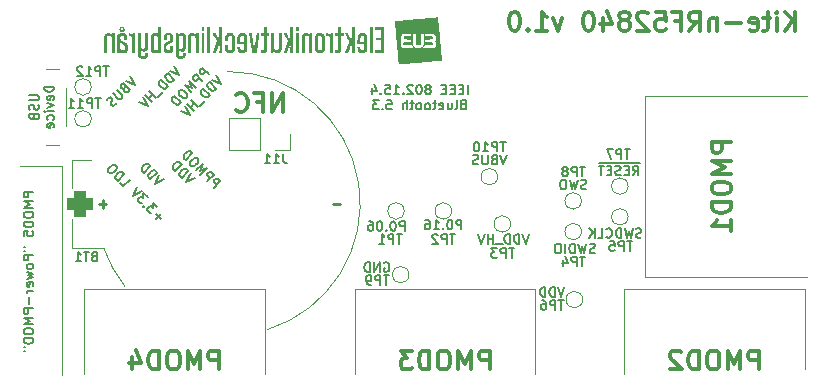
<source format=gbr>
%TF.GenerationSoftware,KiCad,Pcbnew,7.0.5.1-1-g8f565ef7f0-dirty-deb11*%
%TF.CreationDate,2023-06-14T12:44:05+00:00*%
%TF.ProjectId,kite-nrf52840,6b697465-2d6e-4726-9635-323834302e6b,rev?*%
%TF.SameCoordinates,Original*%
%TF.FileFunction,Legend,Bot*%
%TF.FilePolarity,Positive*%
%FSLAX46Y46*%
G04 Gerber Fmt 4.6, Leading zero omitted, Abs format (unit mm)*
G04 Created by KiCad (PCBNEW 7.0.5.1-1-g8f565ef7f0-dirty-deb11) date 2023-06-14 12:44:05*
%MOMM*%
%LPD*%
G01*
G04 APERTURE LIST*
G04 Aperture macros list*
%AMRoundRect*
0 Rectangle with rounded corners*
0 $1 Rounding radius*
0 $2 $3 $4 $5 $6 $7 $8 $9 X,Y pos of 4 corners*
0 Add a 4 corners polygon primitive as box body*
4,1,4,$2,$3,$4,$5,$6,$7,$8,$9,$2,$3,0*
0 Add four circle primitives for the rounded corners*
1,1,$1+$1,$2,$3*
1,1,$1+$1,$4,$5*
1,1,$1+$1,$6,$7*
1,1,$1+$1,$8,$9*
0 Add four rect primitives between the rounded corners*
20,1,$1+$1,$2,$3,$4,$5,0*
20,1,$1+$1,$4,$5,$6,$7,0*
20,1,$1+$1,$6,$7,$8,$9,0*
20,1,$1+$1,$8,$9,$2,$3,0*%
G04 Aperture macros list end*
%ADD10C,0.120000*%
%ADD11C,0.250000*%
%ADD12C,0.300000*%
%ADD13C,0.150000*%
%ADD14O,1.550000X0.890000*%
%ADD15O,0.950000X1.250000*%
%ADD16R,1.700000X1.700000*%
%ADD17O,1.700000X1.700000*%
%ADD18C,2.374900*%
%ADD19C,0.990600*%
%ADD20C,3.800000*%
%ADD21C,1.000000*%
%ADD22C,2.200000*%
%ADD23RoundRect,0.550000X0.550000X0.550000X-0.550000X0.550000X-0.550000X-0.550000X0.550000X-0.550000X0*%
%ADD24C,1.800000*%
G04 APERTURE END LIST*
D10*
X138800000Y-68300000D02*
X125100000Y-68300000D01*
X100500000Y-84600000D02*
X100500000Y-91800000D01*
X123300000Y-84600000D02*
X123300000Y-91800000D01*
X75700000Y-74200000D02*
X75700000Y-91900000D01*
X77600000Y-84600000D02*
X77600000Y-91800000D01*
D11*
X98690000Y-77390000D02*
X99290000Y-77390000D01*
D10*
X125100000Y-83600000D02*
X125100000Y-68300000D01*
X92900000Y-91800000D02*
X92900000Y-84600000D01*
X77600000Y-84600000D02*
X92900000Y-84600000D01*
D11*
X79150000Y-77710000D02*
X79150000Y-77110000D01*
X79450000Y-77410000D02*
X78850000Y-77410000D01*
D10*
X115800000Y-91800000D02*
X115800000Y-84600000D01*
X123300000Y-84600000D02*
X138600000Y-84600000D01*
X76100000Y-70800000D02*
X76100000Y-67600000D01*
X100500000Y-84600000D02*
X115800000Y-84600000D01*
X138600000Y-91400000D02*
X138600000Y-84600000D01*
X75500000Y-66000000D02*
X74400000Y-66000000D01*
X75700000Y-74200000D02*
X72200000Y-74200000D01*
X75500000Y-72400000D02*
X74400000Y-72400000D01*
X125100000Y-83600000D02*
X138800000Y-83600000D01*
D12*
X132324590Y-72166667D02*
X130724590Y-72166667D01*
X130724590Y-72166667D02*
X130724590Y-72776191D01*
X130724590Y-72776191D02*
X130800780Y-72928572D01*
X130800780Y-72928572D02*
X130876971Y-73004762D01*
X130876971Y-73004762D02*
X131029352Y-73080953D01*
X131029352Y-73080953D02*
X131257923Y-73080953D01*
X131257923Y-73080953D02*
X131410304Y-73004762D01*
X131410304Y-73004762D02*
X131486495Y-72928572D01*
X131486495Y-72928572D02*
X131562685Y-72776191D01*
X131562685Y-72776191D02*
X131562685Y-72166667D01*
X132324590Y-73766667D02*
X130724590Y-73766667D01*
X130724590Y-73766667D02*
X131867447Y-74300000D01*
X131867447Y-74300000D02*
X130724590Y-74833334D01*
X130724590Y-74833334D02*
X132324590Y-74833334D01*
X130724590Y-75900000D02*
X130724590Y-76204762D01*
X130724590Y-76204762D02*
X130800780Y-76357143D01*
X130800780Y-76357143D02*
X130953161Y-76509524D01*
X130953161Y-76509524D02*
X131257923Y-76585714D01*
X131257923Y-76585714D02*
X131791257Y-76585714D01*
X131791257Y-76585714D02*
X132096019Y-76509524D01*
X132096019Y-76509524D02*
X132248400Y-76357143D01*
X132248400Y-76357143D02*
X132324590Y-76204762D01*
X132324590Y-76204762D02*
X132324590Y-75900000D01*
X132324590Y-75900000D02*
X132248400Y-75747619D01*
X132248400Y-75747619D02*
X132096019Y-75595238D01*
X132096019Y-75595238D02*
X131791257Y-75519047D01*
X131791257Y-75519047D02*
X131257923Y-75519047D01*
X131257923Y-75519047D02*
X130953161Y-75595238D01*
X130953161Y-75595238D02*
X130800780Y-75747619D01*
X130800780Y-75747619D02*
X130724590Y-75900000D01*
X132324590Y-77271428D02*
X130724590Y-77271428D01*
X130724590Y-77271428D02*
X130724590Y-77652380D01*
X130724590Y-77652380D02*
X130800780Y-77880952D01*
X130800780Y-77880952D02*
X130953161Y-78033333D01*
X130953161Y-78033333D02*
X131105542Y-78109523D01*
X131105542Y-78109523D02*
X131410304Y-78185714D01*
X131410304Y-78185714D02*
X131638876Y-78185714D01*
X131638876Y-78185714D02*
X131943638Y-78109523D01*
X131943638Y-78109523D02*
X132096019Y-78033333D01*
X132096019Y-78033333D02*
X132248400Y-77880952D01*
X132248400Y-77880952D02*
X132324590Y-77652380D01*
X132324590Y-77652380D02*
X132324590Y-77271428D01*
X132324590Y-79709523D02*
X132324590Y-78795237D01*
X132324590Y-79252380D02*
X130724590Y-79252380D01*
X130724590Y-79252380D02*
X130953161Y-79099999D01*
X130953161Y-79099999D02*
X131105542Y-78947618D01*
X131105542Y-78947618D02*
X131181733Y-78795237D01*
X134733332Y-91424590D02*
X134733332Y-89824590D01*
X134733332Y-89824590D02*
X134123808Y-89824590D01*
X134123808Y-89824590D02*
X133971427Y-89900780D01*
X133971427Y-89900780D02*
X133895237Y-89976971D01*
X133895237Y-89976971D02*
X133819046Y-90129352D01*
X133819046Y-90129352D02*
X133819046Y-90357923D01*
X133819046Y-90357923D02*
X133895237Y-90510304D01*
X133895237Y-90510304D02*
X133971427Y-90586495D01*
X133971427Y-90586495D02*
X134123808Y-90662685D01*
X134123808Y-90662685D02*
X134733332Y-90662685D01*
X133133332Y-91424590D02*
X133133332Y-89824590D01*
X133133332Y-89824590D02*
X132599999Y-90967447D01*
X132599999Y-90967447D02*
X132066665Y-89824590D01*
X132066665Y-89824590D02*
X132066665Y-91424590D01*
X130999999Y-89824590D02*
X130695237Y-89824590D01*
X130695237Y-89824590D02*
X130542856Y-89900780D01*
X130542856Y-89900780D02*
X130390475Y-90053161D01*
X130390475Y-90053161D02*
X130314285Y-90357923D01*
X130314285Y-90357923D02*
X130314285Y-90891257D01*
X130314285Y-90891257D02*
X130390475Y-91196019D01*
X130390475Y-91196019D02*
X130542856Y-91348400D01*
X130542856Y-91348400D02*
X130695237Y-91424590D01*
X130695237Y-91424590D02*
X130999999Y-91424590D01*
X130999999Y-91424590D02*
X131152380Y-91348400D01*
X131152380Y-91348400D02*
X131304761Y-91196019D01*
X131304761Y-91196019D02*
X131380952Y-90891257D01*
X131380952Y-90891257D02*
X131380952Y-90357923D01*
X131380952Y-90357923D02*
X131304761Y-90053161D01*
X131304761Y-90053161D02*
X131152380Y-89900780D01*
X131152380Y-89900780D02*
X130999999Y-89824590D01*
X129628571Y-91424590D02*
X129628571Y-89824590D01*
X129628571Y-89824590D02*
X129247619Y-89824590D01*
X129247619Y-89824590D02*
X129019047Y-89900780D01*
X129019047Y-89900780D02*
X128866666Y-90053161D01*
X128866666Y-90053161D02*
X128790476Y-90205542D01*
X128790476Y-90205542D02*
X128714285Y-90510304D01*
X128714285Y-90510304D02*
X128714285Y-90738876D01*
X128714285Y-90738876D02*
X128790476Y-91043638D01*
X128790476Y-91043638D02*
X128866666Y-91196019D01*
X128866666Y-91196019D02*
X129019047Y-91348400D01*
X129019047Y-91348400D02*
X129247619Y-91424590D01*
X129247619Y-91424590D02*
X129628571Y-91424590D01*
X128104762Y-89976971D02*
X128028571Y-89900780D01*
X128028571Y-89900780D02*
X127876190Y-89824590D01*
X127876190Y-89824590D02*
X127495238Y-89824590D01*
X127495238Y-89824590D02*
X127342857Y-89900780D01*
X127342857Y-89900780D02*
X127266666Y-89976971D01*
X127266666Y-89976971D02*
X127190476Y-90129352D01*
X127190476Y-90129352D02*
X127190476Y-90281733D01*
X127190476Y-90281733D02*
X127266666Y-90510304D01*
X127266666Y-90510304D02*
X128180952Y-91424590D01*
X128180952Y-91424590D02*
X127190476Y-91424590D01*
X111933332Y-91424590D02*
X111933332Y-89824590D01*
X111933332Y-89824590D02*
X111323808Y-89824590D01*
X111323808Y-89824590D02*
X111171427Y-89900780D01*
X111171427Y-89900780D02*
X111095237Y-89976971D01*
X111095237Y-89976971D02*
X111019046Y-90129352D01*
X111019046Y-90129352D02*
X111019046Y-90357923D01*
X111019046Y-90357923D02*
X111095237Y-90510304D01*
X111095237Y-90510304D02*
X111171427Y-90586495D01*
X111171427Y-90586495D02*
X111323808Y-90662685D01*
X111323808Y-90662685D02*
X111933332Y-90662685D01*
X110333332Y-91424590D02*
X110333332Y-89824590D01*
X110333332Y-89824590D02*
X109799999Y-90967447D01*
X109799999Y-90967447D02*
X109266665Y-89824590D01*
X109266665Y-89824590D02*
X109266665Y-91424590D01*
X108199999Y-89824590D02*
X107895237Y-89824590D01*
X107895237Y-89824590D02*
X107742856Y-89900780D01*
X107742856Y-89900780D02*
X107590475Y-90053161D01*
X107590475Y-90053161D02*
X107514285Y-90357923D01*
X107514285Y-90357923D02*
X107514285Y-90891257D01*
X107514285Y-90891257D02*
X107590475Y-91196019D01*
X107590475Y-91196019D02*
X107742856Y-91348400D01*
X107742856Y-91348400D02*
X107895237Y-91424590D01*
X107895237Y-91424590D02*
X108199999Y-91424590D01*
X108199999Y-91424590D02*
X108352380Y-91348400D01*
X108352380Y-91348400D02*
X108504761Y-91196019D01*
X108504761Y-91196019D02*
X108580952Y-90891257D01*
X108580952Y-90891257D02*
X108580952Y-90357923D01*
X108580952Y-90357923D02*
X108504761Y-90053161D01*
X108504761Y-90053161D02*
X108352380Y-89900780D01*
X108352380Y-89900780D02*
X108199999Y-89824590D01*
X106828571Y-91424590D02*
X106828571Y-89824590D01*
X106828571Y-89824590D02*
X106447619Y-89824590D01*
X106447619Y-89824590D02*
X106219047Y-89900780D01*
X106219047Y-89900780D02*
X106066666Y-90053161D01*
X106066666Y-90053161D02*
X105990476Y-90205542D01*
X105990476Y-90205542D02*
X105914285Y-90510304D01*
X105914285Y-90510304D02*
X105914285Y-90738876D01*
X105914285Y-90738876D02*
X105990476Y-91043638D01*
X105990476Y-91043638D02*
X106066666Y-91196019D01*
X106066666Y-91196019D02*
X106219047Y-91348400D01*
X106219047Y-91348400D02*
X106447619Y-91424590D01*
X106447619Y-91424590D02*
X106828571Y-91424590D01*
X105380952Y-89824590D02*
X104390476Y-89824590D01*
X104390476Y-89824590D02*
X104923809Y-90434114D01*
X104923809Y-90434114D02*
X104695238Y-90434114D01*
X104695238Y-90434114D02*
X104542857Y-90510304D01*
X104542857Y-90510304D02*
X104466666Y-90586495D01*
X104466666Y-90586495D02*
X104390476Y-90738876D01*
X104390476Y-90738876D02*
X104390476Y-91119828D01*
X104390476Y-91119828D02*
X104466666Y-91272209D01*
X104466666Y-91272209D02*
X104542857Y-91348400D01*
X104542857Y-91348400D02*
X104695238Y-91424590D01*
X104695238Y-91424590D02*
X105152381Y-91424590D01*
X105152381Y-91424590D02*
X105304762Y-91348400D01*
X105304762Y-91348400D02*
X105380952Y-91272209D01*
X89033332Y-91424590D02*
X89033332Y-89824590D01*
X89033332Y-89824590D02*
X88423808Y-89824590D01*
X88423808Y-89824590D02*
X88271427Y-89900780D01*
X88271427Y-89900780D02*
X88195237Y-89976971D01*
X88195237Y-89976971D02*
X88119046Y-90129352D01*
X88119046Y-90129352D02*
X88119046Y-90357923D01*
X88119046Y-90357923D02*
X88195237Y-90510304D01*
X88195237Y-90510304D02*
X88271427Y-90586495D01*
X88271427Y-90586495D02*
X88423808Y-90662685D01*
X88423808Y-90662685D02*
X89033332Y-90662685D01*
X87433332Y-91424590D02*
X87433332Y-89824590D01*
X87433332Y-89824590D02*
X86899999Y-90967447D01*
X86899999Y-90967447D02*
X86366665Y-89824590D01*
X86366665Y-89824590D02*
X86366665Y-91424590D01*
X85299999Y-89824590D02*
X84995237Y-89824590D01*
X84995237Y-89824590D02*
X84842856Y-89900780D01*
X84842856Y-89900780D02*
X84690475Y-90053161D01*
X84690475Y-90053161D02*
X84614285Y-90357923D01*
X84614285Y-90357923D02*
X84614285Y-90891257D01*
X84614285Y-90891257D02*
X84690475Y-91196019D01*
X84690475Y-91196019D02*
X84842856Y-91348400D01*
X84842856Y-91348400D02*
X84995237Y-91424590D01*
X84995237Y-91424590D02*
X85299999Y-91424590D01*
X85299999Y-91424590D02*
X85452380Y-91348400D01*
X85452380Y-91348400D02*
X85604761Y-91196019D01*
X85604761Y-91196019D02*
X85680952Y-90891257D01*
X85680952Y-90891257D02*
X85680952Y-90357923D01*
X85680952Y-90357923D02*
X85604761Y-90053161D01*
X85604761Y-90053161D02*
X85452380Y-89900780D01*
X85452380Y-89900780D02*
X85299999Y-89824590D01*
X83928571Y-91424590D02*
X83928571Y-89824590D01*
X83928571Y-89824590D02*
X83547619Y-89824590D01*
X83547619Y-89824590D02*
X83319047Y-89900780D01*
X83319047Y-89900780D02*
X83166666Y-90053161D01*
X83166666Y-90053161D02*
X83090476Y-90205542D01*
X83090476Y-90205542D02*
X83014285Y-90510304D01*
X83014285Y-90510304D02*
X83014285Y-90738876D01*
X83014285Y-90738876D02*
X83090476Y-91043638D01*
X83090476Y-91043638D02*
X83166666Y-91196019D01*
X83166666Y-91196019D02*
X83319047Y-91348400D01*
X83319047Y-91348400D02*
X83547619Y-91424590D01*
X83547619Y-91424590D02*
X83928571Y-91424590D01*
X81642857Y-90357923D02*
X81642857Y-91424590D01*
X82023809Y-89748400D02*
X82404762Y-90891257D01*
X82404762Y-90891257D02*
X81414285Y-90891257D01*
D13*
X72933295Y-68190476D02*
X73580914Y-68190476D01*
X73580914Y-68190476D02*
X73657104Y-68228571D01*
X73657104Y-68228571D02*
X73695200Y-68266666D01*
X73695200Y-68266666D02*
X73733295Y-68342857D01*
X73733295Y-68342857D02*
X73733295Y-68495238D01*
X73733295Y-68495238D02*
X73695200Y-68571428D01*
X73695200Y-68571428D02*
X73657104Y-68609523D01*
X73657104Y-68609523D02*
X73580914Y-68647619D01*
X73580914Y-68647619D02*
X72933295Y-68647619D01*
X73695200Y-68990475D02*
X73733295Y-69104761D01*
X73733295Y-69104761D02*
X73733295Y-69295237D01*
X73733295Y-69295237D02*
X73695200Y-69371428D01*
X73695200Y-69371428D02*
X73657104Y-69409523D01*
X73657104Y-69409523D02*
X73580914Y-69447618D01*
X73580914Y-69447618D02*
X73504723Y-69447618D01*
X73504723Y-69447618D02*
X73428533Y-69409523D01*
X73428533Y-69409523D02*
X73390438Y-69371428D01*
X73390438Y-69371428D02*
X73352342Y-69295237D01*
X73352342Y-69295237D02*
X73314247Y-69142856D01*
X73314247Y-69142856D02*
X73276152Y-69066666D01*
X73276152Y-69066666D02*
X73238057Y-69028571D01*
X73238057Y-69028571D02*
X73161866Y-68990475D01*
X73161866Y-68990475D02*
X73085676Y-68990475D01*
X73085676Y-68990475D02*
X73009485Y-69028571D01*
X73009485Y-69028571D02*
X72971390Y-69066666D01*
X72971390Y-69066666D02*
X72933295Y-69142856D01*
X72933295Y-69142856D02*
X72933295Y-69333333D01*
X72933295Y-69333333D02*
X72971390Y-69447618D01*
X73314247Y-70057142D02*
X73352342Y-70171428D01*
X73352342Y-70171428D02*
X73390438Y-70209523D01*
X73390438Y-70209523D02*
X73466628Y-70247619D01*
X73466628Y-70247619D02*
X73580914Y-70247619D01*
X73580914Y-70247619D02*
X73657104Y-70209523D01*
X73657104Y-70209523D02*
X73695200Y-70171428D01*
X73695200Y-70171428D02*
X73733295Y-70095238D01*
X73733295Y-70095238D02*
X73733295Y-69790476D01*
X73733295Y-69790476D02*
X72933295Y-69790476D01*
X72933295Y-69790476D02*
X72933295Y-70057142D01*
X72933295Y-70057142D02*
X72971390Y-70133333D01*
X72971390Y-70133333D02*
X73009485Y-70171428D01*
X73009485Y-70171428D02*
X73085676Y-70209523D01*
X73085676Y-70209523D02*
X73161866Y-70209523D01*
X73161866Y-70209523D02*
X73238057Y-70171428D01*
X73238057Y-70171428D02*
X73276152Y-70133333D01*
X73276152Y-70133333D02*
X73314247Y-70057142D01*
X73314247Y-70057142D02*
X73314247Y-69790476D01*
X75021295Y-67466667D02*
X74221295Y-67466667D01*
X74221295Y-67466667D02*
X74221295Y-67657143D01*
X74221295Y-67657143D02*
X74259390Y-67771429D01*
X74259390Y-67771429D02*
X74335580Y-67847619D01*
X74335580Y-67847619D02*
X74411771Y-67885714D01*
X74411771Y-67885714D02*
X74564152Y-67923810D01*
X74564152Y-67923810D02*
X74678438Y-67923810D01*
X74678438Y-67923810D02*
X74830819Y-67885714D01*
X74830819Y-67885714D02*
X74907009Y-67847619D01*
X74907009Y-67847619D02*
X74983200Y-67771429D01*
X74983200Y-67771429D02*
X75021295Y-67657143D01*
X75021295Y-67657143D02*
X75021295Y-67466667D01*
X74983200Y-68571429D02*
X75021295Y-68495238D01*
X75021295Y-68495238D02*
X75021295Y-68342857D01*
X75021295Y-68342857D02*
X74983200Y-68266667D01*
X74983200Y-68266667D02*
X74907009Y-68228571D01*
X74907009Y-68228571D02*
X74602247Y-68228571D01*
X74602247Y-68228571D02*
X74526057Y-68266667D01*
X74526057Y-68266667D02*
X74487961Y-68342857D01*
X74487961Y-68342857D02*
X74487961Y-68495238D01*
X74487961Y-68495238D02*
X74526057Y-68571429D01*
X74526057Y-68571429D02*
X74602247Y-68609524D01*
X74602247Y-68609524D02*
X74678438Y-68609524D01*
X74678438Y-68609524D02*
X74754628Y-68228571D01*
X74487961Y-68876190D02*
X75021295Y-69066666D01*
X75021295Y-69066666D02*
X74487961Y-69257143D01*
X75021295Y-69561905D02*
X74487961Y-69561905D01*
X74221295Y-69561905D02*
X74259390Y-69523809D01*
X74259390Y-69523809D02*
X74297485Y-69561905D01*
X74297485Y-69561905D02*
X74259390Y-69600000D01*
X74259390Y-69600000D02*
X74221295Y-69561905D01*
X74221295Y-69561905D02*
X74297485Y-69561905D01*
X74983200Y-70285714D02*
X75021295Y-70209523D01*
X75021295Y-70209523D02*
X75021295Y-70057142D01*
X75021295Y-70057142D02*
X74983200Y-69980952D01*
X74983200Y-69980952D02*
X74945104Y-69942857D01*
X74945104Y-69942857D02*
X74868914Y-69904761D01*
X74868914Y-69904761D02*
X74640342Y-69904761D01*
X74640342Y-69904761D02*
X74564152Y-69942857D01*
X74564152Y-69942857D02*
X74526057Y-69980952D01*
X74526057Y-69980952D02*
X74487961Y-70057142D01*
X74487961Y-70057142D02*
X74487961Y-70209523D01*
X74487961Y-70209523D02*
X74526057Y-70285714D01*
X74983200Y-70933333D02*
X75021295Y-70857142D01*
X75021295Y-70857142D02*
X75021295Y-70704761D01*
X75021295Y-70704761D02*
X74983200Y-70628571D01*
X74983200Y-70628571D02*
X74907009Y-70590475D01*
X74907009Y-70590475D02*
X74602247Y-70590475D01*
X74602247Y-70590475D02*
X74526057Y-70628571D01*
X74526057Y-70628571D02*
X74487961Y-70704761D01*
X74487961Y-70704761D02*
X74487961Y-70857142D01*
X74487961Y-70857142D02*
X74526057Y-70933333D01*
X74526057Y-70933333D02*
X74602247Y-70971428D01*
X74602247Y-70971428D02*
X74678438Y-70971428D01*
X74678438Y-70971428D02*
X74754628Y-70590475D01*
X124770113Y-80224200D02*
X124655827Y-80262295D01*
X124655827Y-80262295D02*
X124465351Y-80262295D01*
X124465351Y-80262295D02*
X124389160Y-80224200D01*
X124389160Y-80224200D02*
X124351065Y-80186104D01*
X124351065Y-80186104D02*
X124312970Y-80109914D01*
X124312970Y-80109914D02*
X124312970Y-80033723D01*
X124312970Y-80033723D02*
X124351065Y-79957533D01*
X124351065Y-79957533D02*
X124389160Y-79919438D01*
X124389160Y-79919438D02*
X124465351Y-79881342D01*
X124465351Y-79881342D02*
X124617732Y-79843247D01*
X124617732Y-79843247D02*
X124693922Y-79805152D01*
X124693922Y-79805152D02*
X124732017Y-79767057D01*
X124732017Y-79767057D02*
X124770113Y-79690866D01*
X124770113Y-79690866D02*
X124770113Y-79614676D01*
X124770113Y-79614676D02*
X124732017Y-79538485D01*
X124732017Y-79538485D02*
X124693922Y-79500390D01*
X124693922Y-79500390D02*
X124617732Y-79462295D01*
X124617732Y-79462295D02*
X124427255Y-79462295D01*
X124427255Y-79462295D02*
X124312970Y-79500390D01*
X124046303Y-79462295D02*
X123855827Y-80262295D01*
X123855827Y-80262295D02*
X123703446Y-79690866D01*
X123703446Y-79690866D02*
X123551065Y-80262295D01*
X123551065Y-80262295D02*
X123360589Y-79462295D01*
X123055826Y-80262295D02*
X123055826Y-79462295D01*
X123055826Y-79462295D02*
X122865350Y-79462295D01*
X122865350Y-79462295D02*
X122751064Y-79500390D01*
X122751064Y-79500390D02*
X122674874Y-79576580D01*
X122674874Y-79576580D02*
X122636779Y-79652771D01*
X122636779Y-79652771D02*
X122598683Y-79805152D01*
X122598683Y-79805152D02*
X122598683Y-79919438D01*
X122598683Y-79919438D02*
X122636779Y-80071819D01*
X122636779Y-80071819D02*
X122674874Y-80148009D01*
X122674874Y-80148009D02*
X122751064Y-80224200D01*
X122751064Y-80224200D02*
X122865350Y-80262295D01*
X122865350Y-80262295D02*
X123055826Y-80262295D01*
X121798683Y-80186104D02*
X121836779Y-80224200D01*
X121836779Y-80224200D02*
X121951064Y-80262295D01*
X121951064Y-80262295D02*
X122027255Y-80262295D01*
X122027255Y-80262295D02*
X122141541Y-80224200D01*
X122141541Y-80224200D02*
X122217731Y-80148009D01*
X122217731Y-80148009D02*
X122255826Y-80071819D01*
X122255826Y-80071819D02*
X122293922Y-79919438D01*
X122293922Y-79919438D02*
X122293922Y-79805152D01*
X122293922Y-79805152D02*
X122255826Y-79652771D01*
X122255826Y-79652771D02*
X122217731Y-79576580D01*
X122217731Y-79576580D02*
X122141541Y-79500390D01*
X122141541Y-79500390D02*
X122027255Y-79462295D01*
X122027255Y-79462295D02*
X121951064Y-79462295D01*
X121951064Y-79462295D02*
X121836779Y-79500390D01*
X121836779Y-79500390D02*
X121798683Y-79538485D01*
X121074874Y-80262295D02*
X121455826Y-80262295D01*
X121455826Y-80262295D02*
X121455826Y-79462295D01*
X120808207Y-80262295D02*
X120808207Y-79462295D01*
X120351064Y-80262295D02*
X120693922Y-79805152D01*
X120351064Y-79462295D02*
X120808207Y-79919438D01*
X120841541Y-81524200D02*
X120727255Y-81562295D01*
X120727255Y-81562295D02*
X120536779Y-81562295D01*
X120536779Y-81562295D02*
X120460588Y-81524200D01*
X120460588Y-81524200D02*
X120422493Y-81486104D01*
X120422493Y-81486104D02*
X120384398Y-81409914D01*
X120384398Y-81409914D02*
X120384398Y-81333723D01*
X120384398Y-81333723D02*
X120422493Y-81257533D01*
X120422493Y-81257533D02*
X120460588Y-81219438D01*
X120460588Y-81219438D02*
X120536779Y-81181342D01*
X120536779Y-81181342D02*
X120689160Y-81143247D01*
X120689160Y-81143247D02*
X120765350Y-81105152D01*
X120765350Y-81105152D02*
X120803445Y-81067057D01*
X120803445Y-81067057D02*
X120841541Y-80990866D01*
X120841541Y-80990866D02*
X120841541Y-80914676D01*
X120841541Y-80914676D02*
X120803445Y-80838485D01*
X120803445Y-80838485D02*
X120765350Y-80800390D01*
X120765350Y-80800390D02*
X120689160Y-80762295D01*
X120689160Y-80762295D02*
X120498683Y-80762295D01*
X120498683Y-80762295D02*
X120384398Y-80800390D01*
X120117731Y-80762295D02*
X119927255Y-81562295D01*
X119927255Y-81562295D02*
X119774874Y-80990866D01*
X119774874Y-80990866D02*
X119622493Y-81562295D01*
X119622493Y-81562295D02*
X119432017Y-80762295D01*
X119127254Y-81562295D02*
X119127254Y-80762295D01*
X119127254Y-80762295D02*
X118936778Y-80762295D01*
X118936778Y-80762295D02*
X118822492Y-80800390D01*
X118822492Y-80800390D02*
X118746302Y-80876580D01*
X118746302Y-80876580D02*
X118708207Y-80952771D01*
X118708207Y-80952771D02*
X118670111Y-81105152D01*
X118670111Y-81105152D02*
X118670111Y-81219438D01*
X118670111Y-81219438D02*
X118708207Y-81371819D01*
X118708207Y-81371819D02*
X118746302Y-81448009D01*
X118746302Y-81448009D02*
X118822492Y-81524200D01*
X118822492Y-81524200D02*
X118936778Y-81562295D01*
X118936778Y-81562295D02*
X119127254Y-81562295D01*
X118327254Y-81562295D02*
X118327254Y-80762295D01*
X117793921Y-80762295D02*
X117641540Y-80762295D01*
X117641540Y-80762295D02*
X117565350Y-80800390D01*
X117565350Y-80800390D02*
X117489159Y-80876580D01*
X117489159Y-80876580D02*
X117451064Y-81028961D01*
X117451064Y-81028961D02*
X117451064Y-81295628D01*
X117451064Y-81295628D02*
X117489159Y-81448009D01*
X117489159Y-81448009D02*
X117565350Y-81524200D01*
X117565350Y-81524200D02*
X117641540Y-81562295D01*
X117641540Y-81562295D02*
X117793921Y-81562295D01*
X117793921Y-81562295D02*
X117870112Y-81524200D01*
X117870112Y-81524200D02*
X117946302Y-81448009D01*
X117946302Y-81448009D02*
X117984398Y-81295628D01*
X117984398Y-81295628D02*
X117984398Y-81028961D01*
X117984398Y-81028961D02*
X117946302Y-80876580D01*
X117946302Y-80876580D02*
X117870112Y-80800390D01*
X117870112Y-80800390D02*
X117793921Y-80762295D01*
X118225125Y-84462295D02*
X117958458Y-85262295D01*
X117958458Y-85262295D02*
X117691792Y-84462295D01*
X117425125Y-85262295D02*
X117425125Y-84462295D01*
X117425125Y-84462295D02*
X117234649Y-84462295D01*
X117234649Y-84462295D02*
X117120363Y-84500390D01*
X117120363Y-84500390D02*
X117044173Y-84576580D01*
X117044173Y-84576580D02*
X117006078Y-84652771D01*
X117006078Y-84652771D02*
X116967982Y-84805152D01*
X116967982Y-84805152D02*
X116967982Y-84919438D01*
X116967982Y-84919438D02*
X117006078Y-85071819D01*
X117006078Y-85071819D02*
X117044173Y-85148009D01*
X117044173Y-85148009D02*
X117120363Y-85224200D01*
X117120363Y-85224200D02*
X117234649Y-85262295D01*
X117234649Y-85262295D02*
X117425125Y-85262295D01*
X116625125Y-85262295D02*
X116625125Y-84462295D01*
X116625125Y-84462295D02*
X116434649Y-84462295D01*
X116434649Y-84462295D02*
X116320363Y-84500390D01*
X116320363Y-84500390D02*
X116244173Y-84576580D01*
X116244173Y-84576580D02*
X116206078Y-84652771D01*
X116206078Y-84652771D02*
X116167982Y-84805152D01*
X116167982Y-84805152D02*
X116167982Y-84919438D01*
X116167982Y-84919438D02*
X116206078Y-85071819D01*
X116206078Y-85071819D02*
X116244173Y-85148009D01*
X116244173Y-85148009D02*
X116320363Y-85224200D01*
X116320363Y-85224200D02*
X116434649Y-85262295D01*
X116434649Y-85262295D02*
X116625125Y-85262295D01*
X120104762Y-76124200D02*
X119990476Y-76162295D01*
X119990476Y-76162295D02*
X119800000Y-76162295D01*
X119800000Y-76162295D02*
X119723809Y-76124200D01*
X119723809Y-76124200D02*
X119685714Y-76086104D01*
X119685714Y-76086104D02*
X119647619Y-76009914D01*
X119647619Y-76009914D02*
X119647619Y-75933723D01*
X119647619Y-75933723D02*
X119685714Y-75857533D01*
X119685714Y-75857533D02*
X119723809Y-75819438D01*
X119723809Y-75819438D02*
X119800000Y-75781342D01*
X119800000Y-75781342D02*
X119952381Y-75743247D01*
X119952381Y-75743247D02*
X120028571Y-75705152D01*
X120028571Y-75705152D02*
X120066666Y-75667057D01*
X120066666Y-75667057D02*
X120104762Y-75590866D01*
X120104762Y-75590866D02*
X120104762Y-75514676D01*
X120104762Y-75514676D02*
X120066666Y-75438485D01*
X120066666Y-75438485D02*
X120028571Y-75400390D01*
X120028571Y-75400390D02*
X119952381Y-75362295D01*
X119952381Y-75362295D02*
X119761904Y-75362295D01*
X119761904Y-75362295D02*
X119647619Y-75400390D01*
X119380952Y-75362295D02*
X119190476Y-76162295D01*
X119190476Y-76162295D02*
X119038095Y-75590866D01*
X119038095Y-75590866D02*
X118885714Y-76162295D01*
X118885714Y-76162295D02*
X118695238Y-75362295D01*
X118238094Y-75362295D02*
X118085713Y-75362295D01*
X118085713Y-75362295D02*
X118009523Y-75400390D01*
X118009523Y-75400390D02*
X117933332Y-75476580D01*
X117933332Y-75476580D02*
X117895237Y-75628961D01*
X117895237Y-75628961D02*
X117895237Y-75895628D01*
X117895237Y-75895628D02*
X117933332Y-76048009D01*
X117933332Y-76048009D02*
X118009523Y-76124200D01*
X118009523Y-76124200D02*
X118085713Y-76162295D01*
X118085713Y-76162295D02*
X118238094Y-76162295D01*
X118238094Y-76162295D02*
X118314285Y-76124200D01*
X118314285Y-76124200D02*
X118390475Y-76048009D01*
X118390475Y-76048009D02*
X118428571Y-75895628D01*
X118428571Y-75895628D02*
X118428571Y-75628961D01*
X118428571Y-75628961D02*
X118390475Y-75476580D01*
X118390475Y-75476580D02*
X118314285Y-75400390D01*
X118314285Y-75400390D02*
X118238094Y-75362295D01*
D12*
X94442856Y-69624590D02*
X94442856Y-68024590D01*
X94442856Y-68024590D02*
X93528570Y-69624590D01*
X93528570Y-69624590D02*
X93528570Y-68024590D01*
X92233333Y-68786495D02*
X92766666Y-68786495D01*
X92766666Y-69624590D02*
X92766666Y-68024590D01*
X92766666Y-68024590D02*
X92004761Y-68024590D01*
X90480951Y-69472209D02*
X90557142Y-69548400D01*
X90557142Y-69548400D02*
X90785713Y-69624590D01*
X90785713Y-69624590D02*
X90938094Y-69624590D01*
X90938094Y-69624590D02*
X91166666Y-69548400D01*
X91166666Y-69548400D02*
X91319047Y-69396019D01*
X91319047Y-69396019D02*
X91395237Y-69243638D01*
X91395237Y-69243638D02*
X91471428Y-68938876D01*
X91471428Y-68938876D02*
X91471428Y-68710304D01*
X91471428Y-68710304D02*
X91395237Y-68405542D01*
X91395237Y-68405542D02*
X91319047Y-68253161D01*
X91319047Y-68253161D02*
X91166666Y-68100780D01*
X91166666Y-68100780D02*
X90938094Y-68024590D01*
X90938094Y-68024590D02*
X90785713Y-68024590D01*
X90785713Y-68024590D02*
X90557142Y-68100780D01*
X90557142Y-68100780D02*
X90480951Y-68176971D01*
X137821679Y-62724590D02*
X137821679Y-61124590D01*
X136907393Y-62724590D02*
X137593108Y-61810304D01*
X136907393Y-61124590D02*
X137821679Y-62038876D01*
X136221679Y-62724590D02*
X136221679Y-61657923D01*
X136221679Y-61124590D02*
X136297870Y-61200780D01*
X136297870Y-61200780D02*
X136221679Y-61276971D01*
X136221679Y-61276971D02*
X136145489Y-61200780D01*
X136145489Y-61200780D02*
X136221679Y-61124590D01*
X136221679Y-61124590D02*
X136221679Y-61276971D01*
X135688346Y-61657923D02*
X135078822Y-61657923D01*
X135459774Y-61124590D02*
X135459774Y-62496019D01*
X135459774Y-62496019D02*
X135383584Y-62648400D01*
X135383584Y-62648400D02*
X135231203Y-62724590D01*
X135231203Y-62724590D02*
X135078822Y-62724590D01*
X133935964Y-62648400D02*
X134088345Y-62724590D01*
X134088345Y-62724590D02*
X134393107Y-62724590D01*
X134393107Y-62724590D02*
X134545488Y-62648400D01*
X134545488Y-62648400D02*
X134621679Y-62496019D01*
X134621679Y-62496019D02*
X134621679Y-61886495D01*
X134621679Y-61886495D02*
X134545488Y-61734114D01*
X134545488Y-61734114D02*
X134393107Y-61657923D01*
X134393107Y-61657923D02*
X134088345Y-61657923D01*
X134088345Y-61657923D02*
X133935964Y-61734114D01*
X133935964Y-61734114D02*
X133859774Y-61886495D01*
X133859774Y-61886495D02*
X133859774Y-62038876D01*
X133859774Y-62038876D02*
X134621679Y-62191257D01*
X133174059Y-62115066D02*
X131955012Y-62115066D01*
X131193107Y-61657923D02*
X131193107Y-62724590D01*
X131193107Y-61810304D02*
X131116917Y-61734114D01*
X131116917Y-61734114D02*
X130964536Y-61657923D01*
X130964536Y-61657923D02*
X130735964Y-61657923D01*
X130735964Y-61657923D02*
X130583583Y-61734114D01*
X130583583Y-61734114D02*
X130507393Y-61886495D01*
X130507393Y-61886495D02*
X130507393Y-62724590D01*
X128831202Y-62724590D02*
X129364536Y-61962685D01*
X129745488Y-62724590D02*
X129745488Y-61124590D01*
X129745488Y-61124590D02*
X129135964Y-61124590D01*
X129135964Y-61124590D02*
X128983583Y-61200780D01*
X128983583Y-61200780D02*
X128907393Y-61276971D01*
X128907393Y-61276971D02*
X128831202Y-61429352D01*
X128831202Y-61429352D02*
X128831202Y-61657923D01*
X128831202Y-61657923D02*
X128907393Y-61810304D01*
X128907393Y-61810304D02*
X128983583Y-61886495D01*
X128983583Y-61886495D02*
X129135964Y-61962685D01*
X129135964Y-61962685D02*
X129745488Y-61962685D01*
X127612155Y-61886495D02*
X128145488Y-61886495D01*
X128145488Y-62724590D02*
X128145488Y-61124590D01*
X128145488Y-61124590D02*
X127383583Y-61124590D01*
X126012154Y-61124590D02*
X126774059Y-61124590D01*
X126774059Y-61124590D02*
X126850250Y-61886495D01*
X126850250Y-61886495D02*
X126774059Y-61810304D01*
X126774059Y-61810304D02*
X126621678Y-61734114D01*
X126621678Y-61734114D02*
X126240726Y-61734114D01*
X126240726Y-61734114D02*
X126088345Y-61810304D01*
X126088345Y-61810304D02*
X126012154Y-61886495D01*
X126012154Y-61886495D02*
X125935964Y-62038876D01*
X125935964Y-62038876D02*
X125935964Y-62419828D01*
X125935964Y-62419828D02*
X126012154Y-62572209D01*
X126012154Y-62572209D02*
X126088345Y-62648400D01*
X126088345Y-62648400D02*
X126240726Y-62724590D01*
X126240726Y-62724590D02*
X126621678Y-62724590D01*
X126621678Y-62724590D02*
X126774059Y-62648400D01*
X126774059Y-62648400D02*
X126850250Y-62572209D01*
X125326440Y-61276971D02*
X125250249Y-61200780D01*
X125250249Y-61200780D02*
X125097868Y-61124590D01*
X125097868Y-61124590D02*
X124716916Y-61124590D01*
X124716916Y-61124590D02*
X124564535Y-61200780D01*
X124564535Y-61200780D02*
X124488344Y-61276971D01*
X124488344Y-61276971D02*
X124412154Y-61429352D01*
X124412154Y-61429352D02*
X124412154Y-61581733D01*
X124412154Y-61581733D02*
X124488344Y-61810304D01*
X124488344Y-61810304D02*
X125402630Y-62724590D01*
X125402630Y-62724590D02*
X124412154Y-62724590D01*
X123497868Y-61810304D02*
X123650249Y-61734114D01*
X123650249Y-61734114D02*
X123726439Y-61657923D01*
X123726439Y-61657923D02*
X123802630Y-61505542D01*
X123802630Y-61505542D02*
X123802630Y-61429352D01*
X123802630Y-61429352D02*
X123726439Y-61276971D01*
X123726439Y-61276971D02*
X123650249Y-61200780D01*
X123650249Y-61200780D02*
X123497868Y-61124590D01*
X123497868Y-61124590D02*
X123193106Y-61124590D01*
X123193106Y-61124590D02*
X123040725Y-61200780D01*
X123040725Y-61200780D02*
X122964534Y-61276971D01*
X122964534Y-61276971D02*
X122888344Y-61429352D01*
X122888344Y-61429352D02*
X122888344Y-61505542D01*
X122888344Y-61505542D02*
X122964534Y-61657923D01*
X122964534Y-61657923D02*
X123040725Y-61734114D01*
X123040725Y-61734114D02*
X123193106Y-61810304D01*
X123193106Y-61810304D02*
X123497868Y-61810304D01*
X123497868Y-61810304D02*
X123650249Y-61886495D01*
X123650249Y-61886495D02*
X123726439Y-61962685D01*
X123726439Y-61962685D02*
X123802630Y-62115066D01*
X123802630Y-62115066D02*
X123802630Y-62419828D01*
X123802630Y-62419828D02*
X123726439Y-62572209D01*
X123726439Y-62572209D02*
X123650249Y-62648400D01*
X123650249Y-62648400D02*
X123497868Y-62724590D01*
X123497868Y-62724590D02*
X123193106Y-62724590D01*
X123193106Y-62724590D02*
X123040725Y-62648400D01*
X123040725Y-62648400D02*
X122964534Y-62572209D01*
X122964534Y-62572209D02*
X122888344Y-62419828D01*
X122888344Y-62419828D02*
X122888344Y-62115066D01*
X122888344Y-62115066D02*
X122964534Y-61962685D01*
X122964534Y-61962685D02*
X123040725Y-61886495D01*
X123040725Y-61886495D02*
X123193106Y-61810304D01*
X121516915Y-61657923D02*
X121516915Y-62724590D01*
X121897867Y-61048400D02*
X122278820Y-62191257D01*
X122278820Y-62191257D02*
X121288343Y-62191257D01*
X120374057Y-61124590D02*
X120221676Y-61124590D01*
X120221676Y-61124590D02*
X120069295Y-61200780D01*
X120069295Y-61200780D02*
X119993105Y-61276971D01*
X119993105Y-61276971D02*
X119916914Y-61429352D01*
X119916914Y-61429352D02*
X119840724Y-61734114D01*
X119840724Y-61734114D02*
X119840724Y-62115066D01*
X119840724Y-62115066D02*
X119916914Y-62419828D01*
X119916914Y-62419828D02*
X119993105Y-62572209D01*
X119993105Y-62572209D02*
X120069295Y-62648400D01*
X120069295Y-62648400D02*
X120221676Y-62724590D01*
X120221676Y-62724590D02*
X120374057Y-62724590D01*
X120374057Y-62724590D02*
X120526438Y-62648400D01*
X120526438Y-62648400D02*
X120602629Y-62572209D01*
X120602629Y-62572209D02*
X120678819Y-62419828D01*
X120678819Y-62419828D02*
X120755010Y-62115066D01*
X120755010Y-62115066D02*
X120755010Y-61734114D01*
X120755010Y-61734114D02*
X120678819Y-61429352D01*
X120678819Y-61429352D02*
X120602629Y-61276971D01*
X120602629Y-61276971D02*
X120526438Y-61200780D01*
X120526438Y-61200780D02*
X120374057Y-61124590D01*
X118088342Y-61657923D02*
X117707390Y-62724590D01*
X117707390Y-62724590D02*
X117326437Y-61657923D01*
X115878818Y-62724590D02*
X116793104Y-62724590D01*
X116335961Y-62724590D02*
X116335961Y-61124590D01*
X116335961Y-61124590D02*
X116488342Y-61353161D01*
X116488342Y-61353161D02*
X116640723Y-61505542D01*
X116640723Y-61505542D02*
X116793104Y-61581733D01*
X115193103Y-62572209D02*
X115116913Y-62648400D01*
X115116913Y-62648400D02*
X115193103Y-62724590D01*
X115193103Y-62724590D02*
X115269294Y-62648400D01*
X115269294Y-62648400D02*
X115193103Y-62572209D01*
X115193103Y-62572209D02*
X115193103Y-62724590D01*
X114126436Y-61124590D02*
X113974055Y-61124590D01*
X113974055Y-61124590D02*
X113821674Y-61200780D01*
X113821674Y-61200780D02*
X113745484Y-61276971D01*
X113745484Y-61276971D02*
X113669293Y-61429352D01*
X113669293Y-61429352D02*
X113593103Y-61734114D01*
X113593103Y-61734114D02*
X113593103Y-62115066D01*
X113593103Y-62115066D02*
X113669293Y-62419828D01*
X113669293Y-62419828D02*
X113745484Y-62572209D01*
X113745484Y-62572209D02*
X113821674Y-62648400D01*
X113821674Y-62648400D02*
X113974055Y-62724590D01*
X113974055Y-62724590D02*
X114126436Y-62724590D01*
X114126436Y-62724590D02*
X114278817Y-62648400D01*
X114278817Y-62648400D02*
X114355008Y-62572209D01*
X114355008Y-62572209D02*
X114431198Y-62419828D01*
X114431198Y-62419828D02*
X114507389Y-62115066D01*
X114507389Y-62115066D02*
X114507389Y-61734114D01*
X114507389Y-61734114D02*
X114431198Y-61429352D01*
X114431198Y-61429352D02*
X114355008Y-61276971D01*
X114355008Y-61276971D02*
X114278817Y-61200780D01*
X114278817Y-61200780D02*
X114126436Y-61124590D01*
D13*
X102991792Y-82400390D02*
X103067982Y-82362295D01*
X103067982Y-82362295D02*
X103182268Y-82362295D01*
X103182268Y-82362295D02*
X103296554Y-82400390D01*
X103296554Y-82400390D02*
X103372744Y-82476580D01*
X103372744Y-82476580D02*
X103410839Y-82552771D01*
X103410839Y-82552771D02*
X103448935Y-82705152D01*
X103448935Y-82705152D02*
X103448935Y-82819438D01*
X103448935Y-82819438D02*
X103410839Y-82971819D01*
X103410839Y-82971819D02*
X103372744Y-83048009D01*
X103372744Y-83048009D02*
X103296554Y-83124200D01*
X103296554Y-83124200D02*
X103182268Y-83162295D01*
X103182268Y-83162295D02*
X103106077Y-83162295D01*
X103106077Y-83162295D02*
X102991792Y-83124200D01*
X102991792Y-83124200D02*
X102953696Y-83086104D01*
X102953696Y-83086104D02*
X102953696Y-82819438D01*
X102953696Y-82819438D02*
X103106077Y-82819438D01*
X102610839Y-83162295D02*
X102610839Y-82362295D01*
X102610839Y-82362295D02*
X102153696Y-83162295D01*
X102153696Y-83162295D02*
X102153696Y-82362295D01*
X101772744Y-83162295D02*
X101772744Y-82362295D01*
X101772744Y-82362295D02*
X101582268Y-82362295D01*
X101582268Y-82362295D02*
X101467982Y-82400390D01*
X101467982Y-82400390D02*
X101391792Y-82476580D01*
X101391792Y-82476580D02*
X101353697Y-82552771D01*
X101353697Y-82552771D02*
X101315601Y-82705152D01*
X101315601Y-82705152D02*
X101315601Y-82819438D01*
X101315601Y-82819438D02*
X101353697Y-82971819D01*
X101353697Y-82971819D02*
X101391792Y-83048009D01*
X101391792Y-83048009D02*
X101467982Y-83124200D01*
X101467982Y-83124200D02*
X101582268Y-83162295D01*
X101582268Y-83162295D02*
X101772744Y-83162295D01*
X109542856Y-79562295D02*
X109542856Y-78762295D01*
X109542856Y-78762295D02*
X109238094Y-78762295D01*
X109238094Y-78762295D02*
X109161904Y-78800390D01*
X109161904Y-78800390D02*
X109123809Y-78838485D01*
X109123809Y-78838485D02*
X109085713Y-78914676D01*
X109085713Y-78914676D02*
X109085713Y-79028961D01*
X109085713Y-79028961D02*
X109123809Y-79105152D01*
X109123809Y-79105152D02*
X109161904Y-79143247D01*
X109161904Y-79143247D02*
X109238094Y-79181342D01*
X109238094Y-79181342D02*
X109542856Y-79181342D01*
X108590475Y-78762295D02*
X108514285Y-78762295D01*
X108514285Y-78762295D02*
X108438094Y-78800390D01*
X108438094Y-78800390D02*
X108399999Y-78838485D01*
X108399999Y-78838485D02*
X108361904Y-78914676D01*
X108361904Y-78914676D02*
X108323809Y-79067057D01*
X108323809Y-79067057D02*
X108323809Y-79257533D01*
X108323809Y-79257533D02*
X108361904Y-79409914D01*
X108361904Y-79409914D02*
X108399999Y-79486104D01*
X108399999Y-79486104D02*
X108438094Y-79524200D01*
X108438094Y-79524200D02*
X108514285Y-79562295D01*
X108514285Y-79562295D02*
X108590475Y-79562295D01*
X108590475Y-79562295D02*
X108666666Y-79524200D01*
X108666666Y-79524200D02*
X108704761Y-79486104D01*
X108704761Y-79486104D02*
X108742856Y-79409914D01*
X108742856Y-79409914D02*
X108780952Y-79257533D01*
X108780952Y-79257533D02*
X108780952Y-79067057D01*
X108780952Y-79067057D02*
X108742856Y-78914676D01*
X108742856Y-78914676D02*
X108704761Y-78838485D01*
X108704761Y-78838485D02*
X108666666Y-78800390D01*
X108666666Y-78800390D02*
X108590475Y-78762295D01*
X107980951Y-79486104D02*
X107942856Y-79524200D01*
X107942856Y-79524200D02*
X107980951Y-79562295D01*
X107980951Y-79562295D02*
X108019047Y-79524200D01*
X108019047Y-79524200D02*
X107980951Y-79486104D01*
X107980951Y-79486104D02*
X107980951Y-79562295D01*
X107180952Y-79562295D02*
X107638095Y-79562295D01*
X107409523Y-79562295D02*
X107409523Y-78762295D01*
X107409523Y-78762295D02*
X107485714Y-78876580D01*
X107485714Y-78876580D02*
X107561904Y-78952771D01*
X107561904Y-78952771D02*
X107638095Y-78990866D01*
X106495237Y-78762295D02*
X106647618Y-78762295D01*
X106647618Y-78762295D02*
X106723809Y-78800390D01*
X106723809Y-78800390D02*
X106761904Y-78838485D01*
X106761904Y-78838485D02*
X106838094Y-78952771D01*
X106838094Y-78952771D02*
X106876190Y-79105152D01*
X106876190Y-79105152D02*
X106876190Y-79409914D01*
X106876190Y-79409914D02*
X106838094Y-79486104D01*
X106838094Y-79486104D02*
X106799999Y-79524200D01*
X106799999Y-79524200D02*
X106723809Y-79562295D01*
X106723809Y-79562295D02*
X106571428Y-79562295D01*
X106571428Y-79562295D02*
X106495237Y-79524200D01*
X106495237Y-79524200D02*
X106457142Y-79486104D01*
X106457142Y-79486104D02*
X106419047Y-79409914D01*
X106419047Y-79409914D02*
X106419047Y-79219438D01*
X106419047Y-79219438D02*
X106457142Y-79143247D01*
X106457142Y-79143247D02*
X106495237Y-79105152D01*
X106495237Y-79105152D02*
X106571428Y-79067057D01*
X106571428Y-79067057D02*
X106723809Y-79067057D01*
X106723809Y-79067057D02*
X106799999Y-79105152D01*
X106799999Y-79105152D02*
X106838094Y-79143247D01*
X106838094Y-79143247D02*
X106876190Y-79219438D01*
X81488330Y-66592661D02*
X81865454Y-67346908D01*
X81865454Y-67346908D02*
X81111206Y-66969784D01*
X81003457Y-67616282D02*
X80949582Y-67724032D01*
X80949582Y-67724032D02*
X80949582Y-67777906D01*
X80949582Y-67777906D02*
X80976520Y-67858719D01*
X80976520Y-67858719D02*
X81057332Y-67939531D01*
X81057332Y-67939531D02*
X81138144Y-67966468D01*
X81138144Y-67966468D02*
X81192019Y-67966468D01*
X81192019Y-67966468D02*
X81272831Y-67939531D01*
X81272831Y-67939531D02*
X81488330Y-67724032D01*
X81488330Y-67724032D02*
X80922645Y-67158346D01*
X80922645Y-67158346D02*
X80734083Y-67346908D01*
X80734083Y-67346908D02*
X80707146Y-67427720D01*
X80707146Y-67427720D02*
X80707146Y-67481595D01*
X80707146Y-67481595D02*
X80734083Y-67562407D01*
X80734083Y-67562407D02*
X80787958Y-67616282D01*
X80787958Y-67616282D02*
X80868770Y-67643219D01*
X80868770Y-67643219D02*
X80922645Y-67643219D01*
X80922645Y-67643219D02*
X81003457Y-67616282D01*
X81003457Y-67616282D02*
X81192019Y-67427720D01*
X80356959Y-67724032D02*
X80814895Y-68181967D01*
X80814895Y-68181967D02*
X80841833Y-68262780D01*
X80841833Y-68262780D02*
X80841833Y-68316654D01*
X80841833Y-68316654D02*
X80814895Y-68397467D01*
X80814895Y-68397467D02*
X80707146Y-68505216D01*
X80707146Y-68505216D02*
X80626333Y-68532154D01*
X80626333Y-68532154D02*
X80572459Y-68532154D01*
X80572459Y-68532154D02*
X80491646Y-68505216D01*
X80491646Y-68505216D02*
X80033711Y-68047280D01*
X80330022Y-68828465D02*
X80276147Y-68936214D01*
X80276147Y-68936214D02*
X80141460Y-69070901D01*
X80141460Y-69070901D02*
X80060648Y-69097839D01*
X80060648Y-69097839D02*
X80006773Y-69097839D01*
X80006773Y-69097839D02*
X79925961Y-69070901D01*
X79925961Y-69070901D02*
X79872086Y-69017027D01*
X79872086Y-69017027D02*
X79845149Y-68936214D01*
X79845149Y-68936214D02*
X79845149Y-68882340D01*
X79845149Y-68882340D02*
X79872086Y-68801527D01*
X79872086Y-68801527D02*
X79952899Y-68666840D01*
X79952899Y-68666840D02*
X79979836Y-68586028D01*
X79979836Y-68586028D02*
X79979836Y-68532153D01*
X79979836Y-68532153D02*
X79952899Y-68451341D01*
X79952899Y-68451341D02*
X79899024Y-68397466D01*
X79899024Y-68397466D02*
X79818212Y-68370529D01*
X79818212Y-68370529D02*
X79764337Y-68370529D01*
X79764337Y-68370529D02*
X79683525Y-68397466D01*
X79683525Y-68397466D02*
X79548838Y-68532153D01*
X79548838Y-68532153D02*
X79494963Y-68639903D01*
X104742856Y-79662295D02*
X104742856Y-78862295D01*
X104742856Y-78862295D02*
X104438094Y-78862295D01*
X104438094Y-78862295D02*
X104361904Y-78900390D01*
X104361904Y-78900390D02*
X104323809Y-78938485D01*
X104323809Y-78938485D02*
X104285713Y-79014676D01*
X104285713Y-79014676D02*
X104285713Y-79128961D01*
X104285713Y-79128961D02*
X104323809Y-79205152D01*
X104323809Y-79205152D02*
X104361904Y-79243247D01*
X104361904Y-79243247D02*
X104438094Y-79281342D01*
X104438094Y-79281342D02*
X104742856Y-79281342D01*
X103790475Y-78862295D02*
X103714285Y-78862295D01*
X103714285Y-78862295D02*
X103638094Y-78900390D01*
X103638094Y-78900390D02*
X103599999Y-78938485D01*
X103599999Y-78938485D02*
X103561904Y-79014676D01*
X103561904Y-79014676D02*
X103523809Y-79167057D01*
X103523809Y-79167057D02*
X103523809Y-79357533D01*
X103523809Y-79357533D02*
X103561904Y-79509914D01*
X103561904Y-79509914D02*
X103599999Y-79586104D01*
X103599999Y-79586104D02*
X103638094Y-79624200D01*
X103638094Y-79624200D02*
X103714285Y-79662295D01*
X103714285Y-79662295D02*
X103790475Y-79662295D01*
X103790475Y-79662295D02*
X103866666Y-79624200D01*
X103866666Y-79624200D02*
X103904761Y-79586104D01*
X103904761Y-79586104D02*
X103942856Y-79509914D01*
X103942856Y-79509914D02*
X103980952Y-79357533D01*
X103980952Y-79357533D02*
X103980952Y-79167057D01*
X103980952Y-79167057D02*
X103942856Y-79014676D01*
X103942856Y-79014676D02*
X103904761Y-78938485D01*
X103904761Y-78938485D02*
X103866666Y-78900390D01*
X103866666Y-78900390D02*
X103790475Y-78862295D01*
X103180951Y-79586104D02*
X103142856Y-79624200D01*
X103142856Y-79624200D02*
X103180951Y-79662295D01*
X103180951Y-79662295D02*
X103219047Y-79624200D01*
X103219047Y-79624200D02*
X103180951Y-79586104D01*
X103180951Y-79586104D02*
X103180951Y-79662295D01*
X102647618Y-78862295D02*
X102571428Y-78862295D01*
X102571428Y-78862295D02*
X102495237Y-78900390D01*
X102495237Y-78900390D02*
X102457142Y-78938485D01*
X102457142Y-78938485D02*
X102419047Y-79014676D01*
X102419047Y-79014676D02*
X102380952Y-79167057D01*
X102380952Y-79167057D02*
X102380952Y-79357533D01*
X102380952Y-79357533D02*
X102419047Y-79509914D01*
X102419047Y-79509914D02*
X102457142Y-79586104D01*
X102457142Y-79586104D02*
X102495237Y-79624200D01*
X102495237Y-79624200D02*
X102571428Y-79662295D01*
X102571428Y-79662295D02*
X102647618Y-79662295D01*
X102647618Y-79662295D02*
X102723809Y-79624200D01*
X102723809Y-79624200D02*
X102761904Y-79586104D01*
X102761904Y-79586104D02*
X102799999Y-79509914D01*
X102799999Y-79509914D02*
X102838095Y-79357533D01*
X102838095Y-79357533D02*
X102838095Y-79167057D01*
X102838095Y-79167057D02*
X102799999Y-79014676D01*
X102799999Y-79014676D02*
X102761904Y-78938485D01*
X102761904Y-78938485D02*
X102723809Y-78900390D01*
X102723809Y-78900390D02*
X102647618Y-78862295D01*
X101695237Y-78862295D02*
X101847618Y-78862295D01*
X101847618Y-78862295D02*
X101923809Y-78900390D01*
X101923809Y-78900390D02*
X101961904Y-78938485D01*
X101961904Y-78938485D02*
X102038094Y-79052771D01*
X102038094Y-79052771D02*
X102076190Y-79205152D01*
X102076190Y-79205152D02*
X102076190Y-79509914D01*
X102076190Y-79509914D02*
X102038094Y-79586104D01*
X102038094Y-79586104D02*
X101999999Y-79624200D01*
X101999999Y-79624200D02*
X101923809Y-79662295D01*
X101923809Y-79662295D02*
X101771428Y-79662295D01*
X101771428Y-79662295D02*
X101695237Y-79624200D01*
X101695237Y-79624200D02*
X101657142Y-79586104D01*
X101657142Y-79586104D02*
X101619047Y-79509914D01*
X101619047Y-79509914D02*
X101619047Y-79319438D01*
X101619047Y-79319438D02*
X101657142Y-79243247D01*
X101657142Y-79243247D02*
X101695237Y-79205152D01*
X101695237Y-79205152D02*
X101771428Y-79167057D01*
X101771428Y-79167057D02*
X101923809Y-79167057D01*
X101923809Y-79167057D02*
X101999999Y-79205152D01*
X101999999Y-79205152D02*
X102038094Y-79243247D01*
X102038094Y-79243247D02*
X102076190Y-79319438D01*
X84341653Y-75322645D02*
X83587405Y-75699768D01*
X83587405Y-75699768D02*
X83964529Y-74945521D01*
X83210282Y-75322645D02*
X83775967Y-74756959D01*
X83775967Y-74756959D02*
X83641280Y-74622272D01*
X83641280Y-74622272D02*
X83533531Y-74568398D01*
X83533531Y-74568398D02*
X83425781Y-74568398D01*
X83425781Y-74568398D02*
X83344969Y-74595335D01*
X83344969Y-74595335D02*
X83210282Y-74676147D01*
X83210282Y-74676147D02*
X83129470Y-74756959D01*
X83129470Y-74756959D02*
X83048658Y-74891646D01*
X83048658Y-74891646D02*
X83021720Y-74972459D01*
X83021720Y-74972459D02*
X83021720Y-75080208D01*
X83021720Y-75080208D02*
X83075595Y-75187958D01*
X83075595Y-75187958D02*
X83210282Y-75322645D01*
X82644597Y-74756959D02*
X83210282Y-74191274D01*
X83210282Y-74191274D02*
X83075595Y-74056587D01*
X83075595Y-74056587D02*
X82967845Y-74002712D01*
X82967845Y-74002712D02*
X82860096Y-74002712D01*
X82860096Y-74002712D02*
X82779284Y-74029650D01*
X82779284Y-74029650D02*
X82644597Y-74110462D01*
X82644597Y-74110462D02*
X82563784Y-74191274D01*
X82563784Y-74191274D02*
X82482972Y-74325961D01*
X82482972Y-74325961D02*
X82456035Y-74406773D01*
X82456035Y-74406773D02*
X82456035Y-74514523D01*
X82456035Y-74514523D02*
X82509910Y-74622272D01*
X82509910Y-74622272D02*
X82644597Y-74756959D01*
X85231139Y-65749852D02*
X85608263Y-66504099D01*
X85608263Y-66504099D02*
X84854015Y-66126976D01*
X85231139Y-66881223D02*
X84665454Y-66315537D01*
X84665454Y-66315537D02*
X84530767Y-66450224D01*
X84530767Y-66450224D02*
X84476892Y-66557974D01*
X84476892Y-66557974D02*
X84476892Y-66665724D01*
X84476892Y-66665724D02*
X84503829Y-66746536D01*
X84503829Y-66746536D02*
X84584641Y-66881223D01*
X84584641Y-66881223D02*
X84665454Y-66962035D01*
X84665454Y-66962035D02*
X84800141Y-67042847D01*
X84800141Y-67042847D02*
X84880953Y-67069785D01*
X84880953Y-67069785D02*
X84988703Y-67069785D01*
X84988703Y-67069785D02*
X85096452Y-67015910D01*
X85096452Y-67015910D02*
X85231139Y-66881223D01*
X84665454Y-67446908D02*
X84099768Y-66881223D01*
X84099768Y-66881223D02*
X83965081Y-67015910D01*
X83965081Y-67015910D02*
X83911206Y-67123659D01*
X83911206Y-67123659D02*
X83911206Y-67231409D01*
X83911206Y-67231409D02*
X83938144Y-67312221D01*
X83938144Y-67312221D02*
X84018956Y-67446908D01*
X84018956Y-67446908D02*
X84099768Y-67527720D01*
X84099768Y-67527720D02*
X84234455Y-67608533D01*
X84234455Y-67608533D02*
X84315267Y-67635470D01*
X84315267Y-67635470D02*
X84423017Y-67635470D01*
X84423017Y-67635470D02*
X84530767Y-67581595D01*
X84530767Y-67581595D02*
X84665454Y-67446908D01*
X84288330Y-67931781D02*
X83857332Y-68362780D01*
X83668770Y-68443592D02*
X83103084Y-67877907D01*
X83372458Y-68147281D02*
X83049209Y-68470530D01*
X83345521Y-68766841D02*
X82779835Y-68201156D01*
X82591274Y-68389717D02*
X82968397Y-69143964D01*
X82968397Y-69143964D02*
X82214150Y-68766841D01*
X84073768Y-78655133D02*
X83642770Y-78224134D01*
X83642770Y-78655133D02*
X84073768Y-78224134D01*
X83777457Y-77658449D02*
X83427271Y-77308263D01*
X83427271Y-77308263D02*
X83400333Y-77712324D01*
X83400333Y-77712324D02*
X83319521Y-77631512D01*
X83319521Y-77631512D02*
X83238709Y-77604574D01*
X83238709Y-77604574D02*
X83184834Y-77604574D01*
X83184834Y-77604574D02*
X83104022Y-77631512D01*
X83104022Y-77631512D02*
X82969335Y-77766199D01*
X82969335Y-77766199D02*
X82942398Y-77847011D01*
X82942398Y-77847011D02*
X82942398Y-77900886D01*
X82942398Y-77900886D02*
X82969335Y-77981698D01*
X82969335Y-77981698D02*
X83130959Y-78143322D01*
X83130959Y-78143322D02*
X83211772Y-78170260D01*
X83211772Y-78170260D02*
X83265646Y-78170260D01*
X82673023Y-77577637D02*
X82619149Y-77577637D01*
X82619149Y-77577637D02*
X82619149Y-77631511D01*
X82619149Y-77631511D02*
X82673023Y-77631511D01*
X82673023Y-77631511D02*
X82673023Y-77577637D01*
X82673023Y-77577637D02*
X82619149Y-77631511D01*
X82969335Y-76850327D02*
X82619149Y-76500141D01*
X82619149Y-76500141D02*
X82592211Y-76904202D01*
X82592211Y-76904202D02*
X82511399Y-76823390D01*
X82511399Y-76823390D02*
X82430587Y-76796452D01*
X82430587Y-76796452D02*
X82376712Y-76796452D01*
X82376712Y-76796452D02*
X82295900Y-76823390D01*
X82295900Y-76823390D02*
X82161213Y-76958077D01*
X82161213Y-76958077D02*
X82134276Y-77038889D01*
X82134276Y-77038889D02*
X82134276Y-77092764D01*
X82134276Y-77092764D02*
X82161213Y-77173576D01*
X82161213Y-77173576D02*
X82322837Y-77335200D01*
X82322837Y-77335200D02*
X82403650Y-77362138D01*
X82403650Y-77362138D02*
X82457524Y-77362138D01*
X82457524Y-76338516D02*
X81703277Y-76715640D01*
X81703277Y-76715640D02*
X82080401Y-75961393D01*
X80625781Y-75638144D02*
X80895155Y-75907518D01*
X80895155Y-75907518D02*
X81460840Y-75341832D01*
X80437219Y-75449582D02*
X81002905Y-74883897D01*
X81002905Y-74883897D02*
X80868218Y-74749210D01*
X80868218Y-74749210D02*
X80760468Y-74695335D01*
X80760468Y-74695335D02*
X80652718Y-74695335D01*
X80652718Y-74695335D02*
X80571906Y-74722272D01*
X80571906Y-74722272D02*
X80437219Y-74803084D01*
X80437219Y-74803084D02*
X80356407Y-74883897D01*
X80356407Y-74883897D02*
X80275595Y-75018584D01*
X80275595Y-75018584D02*
X80248657Y-75099396D01*
X80248657Y-75099396D02*
X80248657Y-75207146D01*
X80248657Y-75207146D02*
X80302532Y-75314895D01*
X80302532Y-75314895D02*
X80437219Y-75449582D01*
X80329470Y-74210462D02*
X80221720Y-74102712D01*
X80221720Y-74102712D02*
X80140908Y-74075775D01*
X80140908Y-74075775D02*
X80033158Y-74075775D01*
X80033158Y-74075775D02*
X79898471Y-74156587D01*
X79898471Y-74156587D02*
X79709909Y-74345149D01*
X79709909Y-74345149D02*
X79629097Y-74479836D01*
X79629097Y-74479836D02*
X79629097Y-74587585D01*
X79629097Y-74587585D02*
X79656035Y-74668397D01*
X79656035Y-74668397D02*
X79763784Y-74776147D01*
X79763784Y-74776147D02*
X79844596Y-74803084D01*
X79844596Y-74803084D02*
X79952346Y-74803084D01*
X79952346Y-74803084D02*
X80087033Y-74722272D01*
X80087033Y-74722272D02*
X80275595Y-74533710D01*
X80275595Y-74533710D02*
X80356407Y-74399023D01*
X80356407Y-74399023D02*
X80356407Y-74291274D01*
X80356407Y-74291274D02*
X80329470Y-74210462D01*
X88570465Y-76072074D02*
X89136150Y-75506388D01*
X89136150Y-75506388D02*
X88920651Y-75290889D01*
X88920651Y-75290889D02*
X88839839Y-75263952D01*
X88839839Y-75263952D02*
X88785964Y-75263952D01*
X88785964Y-75263952D02*
X88705152Y-75290889D01*
X88705152Y-75290889D02*
X88624340Y-75371701D01*
X88624340Y-75371701D02*
X88597402Y-75452514D01*
X88597402Y-75452514D02*
X88597402Y-75506388D01*
X88597402Y-75506388D02*
X88624340Y-75587201D01*
X88624340Y-75587201D02*
X88839839Y-75802700D01*
X88004780Y-75506388D02*
X88570465Y-74940703D01*
X88570465Y-74940703D02*
X88354966Y-74725204D01*
X88354966Y-74725204D02*
X88274154Y-74698266D01*
X88274154Y-74698266D02*
X88220279Y-74698266D01*
X88220279Y-74698266D02*
X88139467Y-74725204D01*
X88139467Y-74725204D02*
X88058654Y-74806016D01*
X88058654Y-74806016D02*
X88031717Y-74886828D01*
X88031717Y-74886828D02*
X88031717Y-74940703D01*
X88031717Y-74940703D02*
X88058654Y-75021515D01*
X88058654Y-75021515D02*
X88274154Y-75237014D01*
X87439094Y-74940703D02*
X88004780Y-74375018D01*
X88004780Y-74375018D02*
X87412157Y-74590517D01*
X87412157Y-74590517D02*
X87627656Y-73997894D01*
X87627656Y-73997894D02*
X87061970Y-74563579D01*
X87250532Y-73620770D02*
X87142782Y-73513020D01*
X87142782Y-73513020D02*
X87061970Y-73486083D01*
X87061970Y-73486083D02*
X86954221Y-73486083D01*
X86954221Y-73486083D02*
X86819534Y-73566895D01*
X86819534Y-73566895D02*
X86630972Y-73755457D01*
X86630972Y-73755457D02*
X86550160Y-73890144D01*
X86550160Y-73890144D02*
X86550160Y-73997894D01*
X86550160Y-73997894D02*
X86577097Y-74078706D01*
X86577097Y-74078706D02*
X86684847Y-74186456D01*
X86684847Y-74186456D02*
X86765659Y-74213393D01*
X86765659Y-74213393D02*
X86873408Y-74213393D01*
X86873408Y-74213393D02*
X87008095Y-74132581D01*
X87008095Y-74132581D02*
X87196657Y-73944019D01*
X87196657Y-73944019D02*
X87277470Y-73809332D01*
X87277470Y-73809332D02*
X87277470Y-73701582D01*
X87277470Y-73701582D02*
X87250532Y-73620770D01*
X86199974Y-73701582D02*
X86765659Y-73135897D01*
X86765659Y-73135897D02*
X86630972Y-73001210D01*
X86630972Y-73001210D02*
X86523222Y-72947335D01*
X86523222Y-72947335D02*
X86415473Y-72947335D01*
X86415473Y-72947335D02*
X86334661Y-72974273D01*
X86334661Y-72974273D02*
X86199974Y-73055085D01*
X86199974Y-73055085D02*
X86119161Y-73135897D01*
X86119161Y-73135897D02*
X86038349Y-73270584D01*
X86038349Y-73270584D02*
X86011412Y-73351396D01*
X86011412Y-73351396D02*
X86011412Y-73459146D01*
X86011412Y-73459146D02*
X86065287Y-73566895D01*
X86065287Y-73566895D02*
X86199974Y-73701582D01*
X86986276Y-75178022D02*
X86232028Y-75555145D01*
X86232028Y-75555145D02*
X86609152Y-74800898D01*
X85854905Y-75178022D02*
X86420590Y-74612336D01*
X86420590Y-74612336D02*
X86285903Y-74477649D01*
X86285903Y-74477649D02*
X86178154Y-74423775D01*
X86178154Y-74423775D02*
X86070404Y-74423775D01*
X86070404Y-74423775D02*
X85989592Y-74450712D01*
X85989592Y-74450712D02*
X85854905Y-74531524D01*
X85854905Y-74531524D02*
X85774093Y-74612336D01*
X85774093Y-74612336D02*
X85693281Y-74747023D01*
X85693281Y-74747023D02*
X85666343Y-74827836D01*
X85666343Y-74827836D02*
X85666343Y-74935585D01*
X85666343Y-74935585D02*
X85720218Y-75043335D01*
X85720218Y-75043335D02*
X85854905Y-75178022D01*
X85289220Y-74612336D02*
X85854905Y-74046651D01*
X85854905Y-74046651D02*
X85720218Y-73911964D01*
X85720218Y-73911964D02*
X85612468Y-73858089D01*
X85612468Y-73858089D02*
X85504719Y-73858089D01*
X85504719Y-73858089D02*
X85423907Y-73885027D01*
X85423907Y-73885027D02*
X85289220Y-73965839D01*
X85289220Y-73965839D02*
X85208407Y-74046651D01*
X85208407Y-74046651D02*
X85127595Y-74181338D01*
X85127595Y-74181338D02*
X85100658Y-74262150D01*
X85100658Y-74262150D02*
X85100658Y-74369900D01*
X85100658Y-74369900D02*
X85154533Y-74477649D01*
X85154533Y-74477649D02*
X85289220Y-74612336D01*
X124061904Y-74962295D02*
X124328571Y-74581342D01*
X124519047Y-74962295D02*
X124519047Y-74162295D01*
X124519047Y-74162295D02*
X124214285Y-74162295D01*
X124214285Y-74162295D02*
X124138095Y-74200390D01*
X124138095Y-74200390D02*
X124100000Y-74238485D01*
X124100000Y-74238485D02*
X124061904Y-74314676D01*
X124061904Y-74314676D02*
X124061904Y-74428961D01*
X124061904Y-74428961D02*
X124100000Y-74505152D01*
X124100000Y-74505152D02*
X124138095Y-74543247D01*
X124138095Y-74543247D02*
X124214285Y-74581342D01*
X124214285Y-74581342D02*
X124519047Y-74581342D01*
X123719047Y-74543247D02*
X123452381Y-74543247D01*
X123338095Y-74962295D02*
X123719047Y-74962295D01*
X123719047Y-74962295D02*
X123719047Y-74162295D01*
X123719047Y-74162295D02*
X123338095Y-74162295D01*
X123033333Y-74924200D02*
X122919047Y-74962295D01*
X122919047Y-74962295D02*
X122728571Y-74962295D01*
X122728571Y-74962295D02*
X122652380Y-74924200D01*
X122652380Y-74924200D02*
X122614285Y-74886104D01*
X122614285Y-74886104D02*
X122576190Y-74809914D01*
X122576190Y-74809914D02*
X122576190Y-74733723D01*
X122576190Y-74733723D02*
X122614285Y-74657533D01*
X122614285Y-74657533D02*
X122652380Y-74619438D01*
X122652380Y-74619438D02*
X122728571Y-74581342D01*
X122728571Y-74581342D02*
X122880952Y-74543247D01*
X122880952Y-74543247D02*
X122957142Y-74505152D01*
X122957142Y-74505152D02*
X122995237Y-74467057D01*
X122995237Y-74467057D02*
X123033333Y-74390866D01*
X123033333Y-74390866D02*
X123033333Y-74314676D01*
X123033333Y-74314676D02*
X122995237Y-74238485D01*
X122995237Y-74238485D02*
X122957142Y-74200390D01*
X122957142Y-74200390D02*
X122880952Y-74162295D01*
X122880952Y-74162295D02*
X122690475Y-74162295D01*
X122690475Y-74162295D02*
X122576190Y-74200390D01*
X122233332Y-74543247D02*
X121966666Y-74543247D01*
X121852380Y-74962295D02*
X122233332Y-74962295D01*
X122233332Y-74962295D02*
X122233332Y-74162295D01*
X122233332Y-74162295D02*
X121852380Y-74162295D01*
X121623808Y-74162295D02*
X121166665Y-74162295D01*
X121395237Y-74962295D02*
X121395237Y-74162295D01*
X124629524Y-73940200D02*
X121170475Y-73940200D01*
X113366666Y-73262295D02*
X113099999Y-74062295D01*
X113099999Y-74062295D02*
X112833333Y-73262295D01*
X112300000Y-73643247D02*
X112185714Y-73681342D01*
X112185714Y-73681342D02*
X112147619Y-73719438D01*
X112147619Y-73719438D02*
X112109523Y-73795628D01*
X112109523Y-73795628D02*
X112109523Y-73909914D01*
X112109523Y-73909914D02*
X112147619Y-73986104D01*
X112147619Y-73986104D02*
X112185714Y-74024200D01*
X112185714Y-74024200D02*
X112261904Y-74062295D01*
X112261904Y-74062295D02*
X112566666Y-74062295D01*
X112566666Y-74062295D02*
X112566666Y-73262295D01*
X112566666Y-73262295D02*
X112300000Y-73262295D01*
X112300000Y-73262295D02*
X112223809Y-73300390D01*
X112223809Y-73300390D02*
X112185714Y-73338485D01*
X112185714Y-73338485D02*
X112147619Y-73414676D01*
X112147619Y-73414676D02*
X112147619Y-73490866D01*
X112147619Y-73490866D02*
X112185714Y-73567057D01*
X112185714Y-73567057D02*
X112223809Y-73605152D01*
X112223809Y-73605152D02*
X112300000Y-73643247D01*
X112300000Y-73643247D02*
X112566666Y-73643247D01*
X111766666Y-73262295D02*
X111766666Y-73909914D01*
X111766666Y-73909914D02*
X111728571Y-73986104D01*
X111728571Y-73986104D02*
X111690476Y-74024200D01*
X111690476Y-74024200D02*
X111614285Y-74062295D01*
X111614285Y-74062295D02*
X111461904Y-74062295D01*
X111461904Y-74062295D02*
X111385714Y-74024200D01*
X111385714Y-74024200D02*
X111347619Y-73986104D01*
X111347619Y-73986104D02*
X111309523Y-73909914D01*
X111309523Y-73909914D02*
X111309523Y-73262295D01*
X110966667Y-74024200D02*
X110852381Y-74062295D01*
X110852381Y-74062295D02*
X110661905Y-74062295D01*
X110661905Y-74062295D02*
X110585714Y-74024200D01*
X110585714Y-74024200D02*
X110547619Y-73986104D01*
X110547619Y-73986104D02*
X110509524Y-73909914D01*
X110509524Y-73909914D02*
X110509524Y-73833723D01*
X110509524Y-73833723D02*
X110547619Y-73757533D01*
X110547619Y-73757533D02*
X110585714Y-73719438D01*
X110585714Y-73719438D02*
X110661905Y-73681342D01*
X110661905Y-73681342D02*
X110814286Y-73643247D01*
X110814286Y-73643247D02*
X110890476Y-73605152D01*
X110890476Y-73605152D02*
X110928571Y-73567057D01*
X110928571Y-73567057D02*
X110966667Y-73490866D01*
X110966667Y-73490866D02*
X110966667Y-73414676D01*
X110966667Y-73414676D02*
X110928571Y-73338485D01*
X110928571Y-73338485D02*
X110890476Y-73300390D01*
X110890476Y-73300390D02*
X110814286Y-73262295D01*
X110814286Y-73262295D02*
X110623809Y-73262295D01*
X110623809Y-73262295D02*
X110509524Y-73300390D01*
X115233332Y-79962295D02*
X114966665Y-80762295D01*
X114966665Y-80762295D02*
X114699999Y-79962295D01*
X114433332Y-80762295D02*
X114433332Y-79962295D01*
X114433332Y-79962295D02*
X114242856Y-79962295D01*
X114242856Y-79962295D02*
X114128570Y-80000390D01*
X114128570Y-80000390D02*
X114052380Y-80076580D01*
X114052380Y-80076580D02*
X114014285Y-80152771D01*
X114014285Y-80152771D02*
X113976189Y-80305152D01*
X113976189Y-80305152D02*
X113976189Y-80419438D01*
X113976189Y-80419438D02*
X114014285Y-80571819D01*
X114014285Y-80571819D02*
X114052380Y-80648009D01*
X114052380Y-80648009D02*
X114128570Y-80724200D01*
X114128570Y-80724200D02*
X114242856Y-80762295D01*
X114242856Y-80762295D02*
X114433332Y-80762295D01*
X113633332Y-80762295D02*
X113633332Y-79962295D01*
X113633332Y-79962295D02*
X113442856Y-79962295D01*
X113442856Y-79962295D02*
X113328570Y-80000390D01*
X113328570Y-80000390D02*
X113252380Y-80076580D01*
X113252380Y-80076580D02*
X113214285Y-80152771D01*
X113214285Y-80152771D02*
X113176189Y-80305152D01*
X113176189Y-80305152D02*
X113176189Y-80419438D01*
X113176189Y-80419438D02*
X113214285Y-80571819D01*
X113214285Y-80571819D02*
X113252380Y-80648009D01*
X113252380Y-80648009D02*
X113328570Y-80724200D01*
X113328570Y-80724200D02*
X113442856Y-80762295D01*
X113442856Y-80762295D02*
X113633332Y-80762295D01*
X113023809Y-80838485D02*
X112414285Y-80838485D01*
X112223808Y-80762295D02*
X112223808Y-79962295D01*
X112223808Y-80343247D02*
X111766665Y-80343247D01*
X111766665Y-80762295D02*
X111766665Y-79962295D01*
X111499999Y-79962295D02*
X111233332Y-80762295D01*
X111233332Y-80762295D02*
X110966666Y-79962295D01*
X73262295Y-76376190D02*
X72462295Y-76376190D01*
X72462295Y-76376190D02*
X72462295Y-76680952D01*
X72462295Y-76680952D02*
X72500390Y-76757142D01*
X72500390Y-76757142D02*
X72538485Y-76795237D01*
X72538485Y-76795237D02*
X72614676Y-76833333D01*
X72614676Y-76833333D02*
X72728961Y-76833333D01*
X72728961Y-76833333D02*
X72805152Y-76795237D01*
X72805152Y-76795237D02*
X72843247Y-76757142D01*
X72843247Y-76757142D02*
X72881342Y-76680952D01*
X72881342Y-76680952D02*
X72881342Y-76376190D01*
X73262295Y-77176190D02*
X72462295Y-77176190D01*
X72462295Y-77176190D02*
X73033723Y-77442856D01*
X73033723Y-77442856D02*
X72462295Y-77709523D01*
X72462295Y-77709523D02*
X73262295Y-77709523D01*
X72462295Y-78242857D02*
X72462295Y-78395238D01*
X72462295Y-78395238D02*
X72500390Y-78471428D01*
X72500390Y-78471428D02*
X72576580Y-78547619D01*
X72576580Y-78547619D02*
X72728961Y-78585714D01*
X72728961Y-78585714D02*
X72995628Y-78585714D01*
X72995628Y-78585714D02*
X73148009Y-78547619D01*
X73148009Y-78547619D02*
X73224200Y-78471428D01*
X73224200Y-78471428D02*
X73262295Y-78395238D01*
X73262295Y-78395238D02*
X73262295Y-78242857D01*
X73262295Y-78242857D02*
X73224200Y-78166666D01*
X73224200Y-78166666D02*
X73148009Y-78090476D01*
X73148009Y-78090476D02*
X72995628Y-78052380D01*
X72995628Y-78052380D02*
X72728961Y-78052380D01*
X72728961Y-78052380D02*
X72576580Y-78090476D01*
X72576580Y-78090476D02*
X72500390Y-78166666D01*
X72500390Y-78166666D02*
X72462295Y-78242857D01*
X73262295Y-78928571D02*
X72462295Y-78928571D01*
X72462295Y-78928571D02*
X72462295Y-79119047D01*
X72462295Y-79119047D02*
X72500390Y-79233333D01*
X72500390Y-79233333D02*
X72576580Y-79309523D01*
X72576580Y-79309523D02*
X72652771Y-79347618D01*
X72652771Y-79347618D02*
X72805152Y-79385714D01*
X72805152Y-79385714D02*
X72919438Y-79385714D01*
X72919438Y-79385714D02*
X73071819Y-79347618D01*
X73071819Y-79347618D02*
X73148009Y-79309523D01*
X73148009Y-79309523D02*
X73224200Y-79233333D01*
X73224200Y-79233333D02*
X73262295Y-79119047D01*
X73262295Y-79119047D02*
X73262295Y-78928571D01*
X72462295Y-80109523D02*
X72462295Y-79728571D01*
X72462295Y-79728571D02*
X72843247Y-79690475D01*
X72843247Y-79690475D02*
X72805152Y-79728571D01*
X72805152Y-79728571D02*
X72767057Y-79804761D01*
X72767057Y-79804761D02*
X72767057Y-79995237D01*
X72767057Y-79995237D02*
X72805152Y-80071428D01*
X72805152Y-80071428D02*
X72843247Y-80109523D01*
X72843247Y-80109523D02*
X72919438Y-80147618D01*
X72919438Y-80147618D02*
X73109914Y-80147618D01*
X73109914Y-80147618D02*
X73186104Y-80109523D01*
X73186104Y-80109523D02*
X73224200Y-80071428D01*
X73224200Y-80071428D02*
X73262295Y-79995237D01*
X73262295Y-79995237D02*
X73262295Y-79804761D01*
X73262295Y-79804761D02*
X73224200Y-79728571D01*
X73224200Y-79728571D02*
X73186104Y-79690475D01*
X72462295Y-81061904D02*
X72614676Y-81061904D01*
X72462295Y-81366666D02*
X72614676Y-81366666D01*
X73262295Y-81709524D02*
X72462295Y-81709524D01*
X72462295Y-81709524D02*
X72462295Y-82014286D01*
X72462295Y-82014286D02*
X72500390Y-82090476D01*
X72500390Y-82090476D02*
X72538485Y-82128571D01*
X72538485Y-82128571D02*
X72614676Y-82166667D01*
X72614676Y-82166667D02*
X72728961Y-82166667D01*
X72728961Y-82166667D02*
X72805152Y-82128571D01*
X72805152Y-82128571D02*
X72843247Y-82090476D01*
X72843247Y-82090476D02*
X72881342Y-82014286D01*
X72881342Y-82014286D02*
X72881342Y-81709524D01*
X73262295Y-82623809D02*
X73224200Y-82547619D01*
X73224200Y-82547619D02*
X73186104Y-82509524D01*
X73186104Y-82509524D02*
X73109914Y-82471428D01*
X73109914Y-82471428D02*
X72881342Y-82471428D01*
X72881342Y-82471428D02*
X72805152Y-82509524D01*
X72805152Y-82509524D02*
X72767057Y-82547619D01*
X72767057Y-82547619D02*
X72728961Y-82623809D01*
X72728961Y-82623809D02*
X72728961Y-82738095D01*
X72728961Y-82738095D02*
X72767057Y-82814286D01*
X72767057Y-82814286D02*
X72805152Y-82852381D01*
X72805152Y-82852381D02*
X72881342Y-82890476D01*
X72881342Y-82890476D02*
X73109914Y-82890476D01*
X73109914Y-82890476D02*
X73186104Y-82852381D01*
X73186104Y-82852381D02*
X73224200Y-82814286D01*
X73224200Y-82814286D02*
X73262295Y-82738095D01*
X73262295Y-82738095D02*
X73262295Y-82623809D01*
X72728961Y-83157143D02*
X73262295Y-83309524D01*
X73262295Y-83309524D02*
X72881342Y-83461905D01*
X72881342Y-83461905D02*
X73262295Y-83614286D01*
X73262295Y-83614286D02*
X72728961Y-83766667D01*
X73224200Y-84376191D02*
X73262295Y-84300000D01*
X73262295Y-84300000D02*
X73262295Y-84147619D01*
X73262295Y-84147619D02*
X73224200Y-84071429D01*
X73224200Y-84071429D02*
X73148009Y-84033333D01*
X73148009Y-84033333D02*
X72843247Y-84033333D01*
X72843247Y-84033333D02*
X72767057Y-84071429D01*
X72767057Y-84071429D02*
X72728961Y-84147619D01*
X72728961Y-84147619D02*
X72728961Y-84300000D01*
X72728961Y-84300000D02*
X72767057Y-84376191D01*
X72767057Y-84376191D02*
X72843247Y-84414286D01*
X72843247Y-84414286D02*
X72919438Y-84414286D01*
X72919438Y-84414286D02*
X72995628Y-84033333D01*
X73262295Y-84757143D02*
X72728961Y-84757143D01*
X72881342Y-84757143D02*
X72805152Y-84795238D01*
X72805152Y-84795238D02*
X72767057Y-84833333D01*
X72767057Y-84833333D02*
X72728961Y-84909524D01*
X72728961Y-84909524D02*
X72728961Y-84985714D01*
X72957533Y-85252381D02*
X72957533Y-85861905D01*
X73262295Y-86242857D02*
X72462295Y-86242857D01*
X72462295Y-86242857D02*
X72462295Y-86547619D01*
X72462295Y-86547619D02*
X72500390Y-86623809D01*
X72500390Y-86623809D02*
X72538485Y-86661904D01*
X72538485Y-86661904D02*
X72614676Y-86700000D01*
X72614676Y-86700000D02*
X72728961Y-86700000D01*
X72728961Y-86700000D02*
X72805152Y-86661904D01*
X72805152Y-86661904D02*
X72843247Y-86623809D01*
X72843247Y-86623809D02*
X72881342Y-86547619D01*
X72881342Y-86547619D02*
X72881342Y-86242857D01*
X73262295Y-87042857D02*
X72462295Y-87042857D01*
X72462295Y-87042857D02*
X73033723Y-87309523D01*
X73033723Y-87309523D02*
X72462295Y-87576190D01*
X72462295Y-87576190D02*
X73262295Y-87576190D01*
X72462295Y-88109524D02*
X72462295Y-88261905D01*
X72462295Y-88261905D02*
X72500390Y-88338095D01*
X72500390Y-88338095D02*
X72576580Y-88414286D01*
X72576580Y-88414286D02*
X72728961Y-88452381D01*
X72728961Y-88452381D02*
X72995628Y-88452381D01*
X72995628Y-88452381D02*
X73148009Y-88414286D01*
X73148009Y-88414286D02*
X73224200Y-88338095D01*
X73224200Y-88338095D02*
X73262295Y-88261905D01*
X73262295Y-88261905D02*
X73262295Y-88109524D01*
X73262295Y-88109524D02*
X73224200Y-88033333D01*
X73224200Y-88033333D02*
X73148009Y-87957143D01*
X73148009Y-87957143D02*
X72995628Y-87919047D01*
X72995628Y-87919047D02*
X72728961Y-87919047D01*
X72728961Y-87919047D02*
X72576580Y-87957143D01*
X72576580Y-87957143D02*
X72500390Y-88033333D01*
X72500390Y-88033333D02*
X72462295Y-88109524D01*
X73262295Y-88795238D02*
X72462295Y-88795238D01*
X72462295Y-88795238D02*
X72462295Y-88985714D01*
X72462295Y-88985714D02*
X72500390Y-89100000D01*
X72500390Y-89100000D02*
X72576580Y-89176190D01*
X72576580Y-89176190D02*
X72652771Y-89214285D01*
X72652771Y-89214285D02*
X72805152Y-89252381D01*
X72805152Y-89252381D02*
X72919438Y-89252381D01*
X72919438Y-89252381D02*
X73071819Y-89214285D01*
X73071819Y-89214285D02*
X73148009Y-89176190D01*
X73148009Y-89176190D02*
X73224200Y-89100000D01*
X73224200Y-89100000D02*
X73262295Y-88985714D01*
X73262295Y-88985714D02*
X73262295Y-88795238D01*
X72462295Y-89557142D02*
X72614676Y-89557142D01*
X72462295Y-89861904D02*
X72614676Y-89861904D01*
X110057143Y-68118295D02*
X110057143Y-67318295D01*
X109676191Y-67699247D02*
X109409525Y-67699247D01*
X109295239Y-68118295D02*
X109676191Y-68118295D01*
X109676191Y-68118295D02*
X109676191Y-67318295D01*
X109676191Y-67318295D02*
X109295239Y-67318295D01*
X108952381Y-67699247D02*
X108685715Y-67699247D01*
X108571429Y-68118295D02*
X108952381Y-68118295D01*
X108952381Y-68118295D02*
X108952381Y-67318295D01*
X108952381Y-67318295D02*
X108571429Y-67318295D01*
X108228571Y-67699247D02*
X107961905Y-67699247D01*
X107847619Y-68118295D02*
X108228571Y-68118295D01*
X108228571Y-68118295D02*
X108228571Y-67318295D01*
X108228571Y-67318295D02*
X107847619Y-67318295D01*
X106780952Y-67661152D02*
X106857142Y-67623057D01*
X106857142Y-67623057D02*
X106895237Y-67584961D01*
X106895237Y-67584961D02*
X106933333Y-67508771D01*
X106933333Y-67508771D02*
X106933333Y-67470676D01*
X106933333Y-67470676D02*
X106895237Y-67394485D01*
X106895237Y-67394485D02*
X106857142Y-67356390D01*
X106857142Y-67356390D02*
X106780952Y-67318295D01*
X106780952Y-67318295D02*
X106628571Y-67318295D01*
X106628571Y-67318295D02*
X106552380Y-67356390D01*
X106552380Y-67356390D02*
X106514285Y-67394485D01*
X106514285Y-67394485D02*
X106476190Y-67470676D01*
X106476190Y-67470676D02*
X106476190Y-67508771D01*
X106476190Y-67508771D02*
X106514285Y-67584961D01*
X106514285Y-67584961D02*
X106552380Y-67623057D01*
X106552380Y-67623057D02*
X106628571Y-67661152D01*
X106628571Y-67661152D02*
X106780952Y-67661152D01*
X106780952Y-67661152D02*
X106857142Y-67699247D01*
X106857142Y-67699247D02*
X106895237Y-67737342D01*
X106895237Y-67737342D02*
X106933333Y-67813533D01*
X106933333Y-67813533D02*
X106933333Y-67965914D01*
X106933333Y-67965914D02*
X106895237Y-68042104D01*
X106895237Y-68042104D02*
X106857142Y-68080200D01*
X106857142Y-68080200D02*
X106780952Y-68118295D01*
X106780952Y-68118295D02*
X106628571Y-68118295D01*
X106628571Y-68118295D02*
X106552380Y-68080200D01*
X106552380Y-68080200D02*
X106514285Y-68042104D01*
X106514285Y-68042104D02*
X106476190Y-67965914D01*
X106476190Y-67965914D02*
X106476190Y-67813533D01*
X106476190Y-67813533D02*
X106514285Y-67737342D01*
X106514285Y-67737342D02*
X106552380Y-67699247D01*
X106552380Y-67699247D02*
X106628571Y-67661152D01*
X105980951Y-67318295D02*
X105904761Y-67318295D01*
X105904761Y-67318295D02*
X105828570Y-67356390D01*
X105828570Y-67356390D02*
X105790475Y-67394485D01*
X105790475Y-67394485D02*
X105752380Y-67470676D01*
X105752380Y-67470676D02*
X105714285Y-67623057D01*
X105714285Y-67623057D02*
X105714285Y-67813533D01*
X105714285Y-67813533D02*
X105752380Y-67965914D01*
X105752380Y-67965914D02*
X105790475Y-68042104D01*
X105790475Y-68042104D02*
X105828570Y-68080200D01*
X105828570Y-68080200D02*
X105904761Y-68118295D01*
X105904761Y-68118295D02*
X105980951Y-68118295D01*
X105980951Y-68118295D02*
X106057142Y-68080200D01*
X106057142Y-68080200D02*
X106095237Y-68042104D01*
X106095237Y-68042104D02*
X106133332Y-67965914D01*
X106133332Y-67965914D02*
X106171428Y-67813533D01*
X106171428Y-67813533D02*
X106171428Y-67623057D01*
X106171428Y-67623057D02*
X106133332Y-67470676D01*
X106133332Y-67470676D02*
X106095237Y-67394485D01*
X106095237Y-67394485D02*
X106057142Y-67356390D01*
X106057142Y-67356390D02*
X105980951Y-67318295D01*
X105409523Y-67394485D02*
X105371427Y-67356390D01*
X105371427Y-67356390D02*
X105295237Y-67318295D01*
X105295237Y-67318295D02*
X105104761Y-67318295D01*
X105104761Y-67318295D02*
X105028570Y-67356390D01*
X105028570Y-67356390D02*
X104990475Y-67394485D01*
X104990475Y-67394485D02*
X104952380Y-67470676D01*
X104952380Y-67470676D02*
X104952380Y-67546866D01*
X104952380Y-67546866D02*
X104990475Y-67661152D01*
X104990475Y-67661152D02*
X105447618Y-68118295D01*
X105447618Y-68118295D02*
X104952380Y-68118295D01*
X104609522Y-68042104D02*
X104571427Y-68080200D01*
X104571427Y-68080200D02*
X104609522Y-68118295D01*
X104609522Y-68118295D02*
X104647618Y-68080200D01*
X104647618Y-68080200D02*
X104609522Y-68042104D01*
X104609522Y-68042104D02*
X104609522Y-68118295D01*
X103809523Y-68118295D02*
X104266666Y-68118295D01*
X104038094Y-68118295D02*
X104038094Y-67318295D01*
X104038094Y-67318295D02*
X104114285Y-67432580D01*
X104114285Y-67432580D02*
X104190475Y-67508771D01*
X104190475Y-67508771D02*
X104266666Y-67546866D01*
X103085713Y-67318295D02*
X103466665Y-67318295D01*
X103466665Y-67318295D02*
X103504761Y-67699247D01*
X103504761Y-67699247D02*
X103466665Y-67661152D01*
X103466665Y-67661152D02*
X103390475Y-67623057D01*
X103390475Y-67623057D02*
X103199999Y-67623057D01*
X103199999Y-67623057D02*
X103123808Y-67661152D01*
X103123808Y-67661152D02*
X103085713Y-67699247D01*
X103085713Y-67699247D02*
X103047618Y-67775438D01*
X103047618Y-67775438D02*
X103047618Y-67965914D01*
X103047618Y-67965914D02*
X103085713Y-68042104D01*
X103085713Y-68042104D02*
X103123808Y-68080200D01*
X103123808Y-68080200D02*
X103199999Y-68118295D01*
X103199999Y-68118295D02*
X103390475Y-68118295D01*
X103390475Y-68118295D02*
X103466665Y-68080200D01*
X103466665Y-68080200D02*
X103504761Y-68042104D01*
X102704760Y-68042104D02*
X102666665Y-68080200D01*
X102666665Y-68080200D02*
X102704760Y-68118295D01*
X102704760Y-68118295D02*
X102742856Y-68080200D01*
X102742856Y-68080200D02*
X102704760Y-68042104D01*
X102704760Y-68042104D02*
X102704760Y-68118295D01*
X101980951Y-67584961D02*
X101980951Y-68118295D01*
X102171427Y-67280200D02*
X102361904Y-67851628D01*
X102361904Y-67851628D02*
X101866665Y-67851628D01*
X109657144Y-68987247D02*
X109542858Y-69025342D01*
X109542858Y-69025342D02*
X109504763Y-69063438D01*
X109504763Y-69063438D02*
X109466667Y-69139628D01*
X109466667Y-69139628D02*
X109466667Y-69253914D01*
X109466667Y-69253914D02*
X109504763Y-69330104D01*
X109504763Y-69330104D02*
X109542858Y-69368200D01*
X109542858Y-69368200D02*
X109619048Y-69406295D01*
X109619048Y-69406295D02*
X109923810Y-69406295D01*
X109923810Y-69406295D02*
X109923810Y-68606295D01*
X109923810Y-68606295D02*
X109657144Y-68606295D01*
X109657144Y-68606295D02*
X109580953Y-68644390D01*
X109580953Y-68644390D02*
X109542858Y-68682485D01*
X109542858Y-68682485D02*
X109504763Y-68758676D01*
X109504763Y-68758676D02*
X109504763Y-68834866D01*
X109504763Y-68834866D02*
X109542858Y-68911057D01*
X109542858Y-68911057D02*
X109580953Y-68949152D01*
X109580953Y-68949152D02*
X109657144Y-68987247D01*
X109657144Y-68987247D02*
X109923810Y-68987247D01*
X109009525Y-69406295D02*
X109085715Y-69368200D01*
X109085715Y-69368200D02*
X109123810Y-69292009D01*
X109123810Y-69292009D02*
X109123810Y-68606295D01*
X108361905Y-68872961D02*
X108361905Y-69406295D01*
X108704762Y-68872961D02*
X108704762Y-69292009D01*
X108704762Y-69292009D02*
X108666667Y-69368200D01*
X108666667Y-69368200D02*
X108590477Y-69406295D01*
X108590477Y-69406295D02*
X108476191Y-69406295D01*
X108476191Y-69406295D02*
X108400000Y-69368200D01*
X108400000Y-69368200D02*
X108361905Y-69330104D01*
X107676190Y-69368200D02*
X107752381Y-69406295D01*
X107752381Y-69406295D02*
X107904762Y-69406295D01*
X107904762Y-69406295D02*
X107980952Y-69368200D01*
X107980952Y-69368200D02*
X108019048Y-69292009D01*
X108019048Y-69292009D02*
X108019048Y-68987247D01*
X108019048Y-68987247D02*
X107980952Y-68911057D01*
X107980952Y-68911057D02*
X107904762Y-68872961D01*
X107904762Y-68872961D02*
X107752381Y-68872961D01*
X107752381Y-68872961D02*
X107676190Y-68911057D01*
X107676190Y-68911057D02*
X107638095Y-68987247D01*
X107638095Y-68987247D02*
X107638095Y-69063438D01*
X107638095Y-69063438D02*
X108019048Y-69139628D01*
X107409524Y-68872961D02*
X107104762Y-68872961D01*
X107295238Y-68606295D02*
X107295238Y-69292009D01*
X107295238Y-69292009D02*
X107257143Y-69368200D01*
X107257143Y-69368200D02*
X107180953Y-69406295D01*
X107180953Y-69406295D02*
X107104762Y-69406295D01*
X106723810Y-69406295D02*
X106800000Y-69368200D01*
X106800000Y-69368200D02*
X106838095Y-69330104D01*
X106838095Y-69330104D02*
X106876191Y-69253914D01*
X106876191Y-69253914D02*
X106876191Y-69025342D01*
X106876191Y-69025342D02*
X106838095Y-68949152D01*
X106838095Y-68949152D02*
X106800000Y-68911057D01*
X106800000Y-68911057D02*
X106723810Y-68872961D01*
X106723810Y-68872961D02*
X106609524Y-68872961D01*
X106609524Y-68872961D02*
X106533333Y-68911057D01*
X106533333Y-68911057D02*
X106495238Y-68949152D01*
X106495238Y-68949152D02*
X106457143Y-69025342D01*
X106457143Y-69025342D02*
X106457143Y-69253914D01*
X106457143Y-69253914D02*
X106495238Y-69330104D01*
X106495238Y-69330104D02*
X106533333Y-69368200D01*
X106533333Y-69368200D02*
X106609524Y-69406295D01*
X106609524Y-69406295D02*
X106723810Y-69406295D01*
X106000000Y-69406295D02*
X106076190Y-69368200D01*
X106076190Y-69368200D02*
X106114285Y-69330104D01*
X106114285Y-69330104D02*
X106152381Y-69253914D01*
X106152381Y-69253914D02*
X106152381Y-69025342D01*
X106152381Y-69025342D02*
X106114285Y-68949152D01*
X106114285Y-68949152D02*
X106076190Y-68911057D01*
X106076190Y-68911057D02*
X106000000Y-68872961D01*
X106000000Y-68872961D02*
X105885714Y-68872961D01*
X105885714Y-68872961D02*
X105809523Y-68911057D01*
X105809523Y-68911057D02*
X105771428Y-68949152D01*
X105771428Y-68949152D02*
X105733333Y-69025342D01*
X105733333Y-69025342D02*
X105733333Y-69253914D01*
X105733333Y-69253914D02*
X105771428Y-69330104D01*
X105771428Y-69330104D02*
X105809523Y-69368200D01*
X105809523Y-69368200D02*
X105885714Y-69406295D01*
X105885714Y-69406295D02*
X106000000Y-69406295D01*
X105504761Y-68872961D02*
X105199999Y-68872961D01*
X105390475Y-68606295D02*
X105390475Y-69292009D01*
X105390475Y-69292009D02*
X105352380Y-69368200D01*
X105352380Y-69368200D02*
X105276190Y-69406295D01*
X105276190Y-69406295D02*
X105199999Y-69406295D01*
X104933332Y-69406295D02*
X104933332Y-68606295D01*
X104590475Y-69406295D02*
X104590475Y-68987247D01*
X104590475Y-68987247D02*
X104628570Y-68911057D01*
X104628570Y-68911057D02*
X104704761Y-68872961D01*
X104704761Y-68872961D02*
X104819047Y-68872961D01*
X104819047Y-68872961D02*
X104895237Y-68911057D01*
X104895237Y-68911057D02*
X104933332Y-68949152D01*
X103219046Y-68606295D02*
X103599998Y-68606295D01*
X103599998Y-68606295D02*
X103638094Y-68987247D01*
X103638094Y-68987247D02*
X103599998Y-68949152D01*
X103599998Y-68949152D02*
X103523808Y-68911057D01*
X103523808Y-68911057D02*
X103333332Y-68911057D01*
X103333332Y-68911057D02*
X103257141Y-68949152D01*
X103257141Y-68949152D02*
X103219046Y-68987247D01*
X103219046Y-68987247D02*
X103180951Y-69063438D01*
X103180951Y-69063438D02*
X103180951Y-69253914D01*
X103180951Y-69253914D02*
X103219046Y-69330104D01*
X103219046Y-69330104D02*
X103257141Y-69368200D01*
X103257141Y-69368200D02*
X103333332Y-69406295D01*
X103333332Y-69406295D02*
X103523808Y-69406295D01*
X103523808Y-69406295D02*
X103599998Y-69368200D01*
X103599998Y-69368200D02*
X103638094Y-69330104D01*
X102838093Y-69330104D02*
X102799998Y-69368200D01*
X102799998Y-69368200D02*
X102838093Y-69406295D01*
X102838093Y-69406295D02*
X102876189Y-69368200D01*
X102876189Y-69368200D02*
X102838093Y-69330104D01*
X102838093Y-69330104D02*
X102838093Y-69406295D01*
X102533332Y-68606295D02*
X102038094Y-68606295D01*
X102038094Y-68606295D02*
X102304760Y-68911057D01*
X102304760Y-68911057D02*
X102190475Y-68911057D01*
X102190475Y-68911057D02*
X102114284Y-68949152D01*
X102114284Y-68949152D02*
X102076189Y-68987247D01*
X102076189Y-68987247D02*
X102038094Y-69063438D01*
X102038094Y-69063438D02*
X102038094Y-69253914D01*
X102038094Y-69253914D02*
X102076189Y-69330104D01*
X102076189Y-69330104D02*
X102114284Y-69368200D01*
X102114284Y-69368200D02*
X102190475Y-69406295D01*
X102190475Y-69406295D02*
X102419046Y-69406295D01*
X102419046Y-69406295D02*
X102495237Y-69368200D01*
X102495237Y-69368200D02*
X102533332Y-69330104D01*
X88172074Y-66429534D02*
X87606388Y-65863849D01*
X87606388Y-65863849D02*
X87390889Y-66079348D01*
X87390889Y-66079348D02*
X87363952Y-66160160D01*
X87363952Y-66160160D02*
X87363952Y-66214035D01*
X87363952Y-66214035D02*
X87390889Y-66294847D01*
X87390889Y-66294847D02*
X87471701Y-66375659D01*
X87471701Y-66375659D02*
X87552514Y-66402597D01*
X87552514Y-66402597D02*
X87606388Y-66402597D01*
X87606388Y-66402597D02*
X87687201Y-66375659D01*
X87687201Y-66375659D02*
X87902700Y-66160160D01*
X87606388Y-66995219D02*
X87040703Y-66429534D01*
X87040703Y-66429534D02*
X86825204Y-66645033D01*
X86825204Y-66645033D02*
X86798266Y-66725845D01*
X86798266Y-66725845D02*
X86798266Y-66779720D01*
X86798266Y-66779720D02*
X86825204Y-66860532D01*
X86825204Y-66860532D02*
X86906016Y-66941345D01*
X86906016Y-66941345D02*
X86986828Y-66968282D01*
X86986828Y-66968282D02*
X87040703Y-66968282D01*
X87040703Y-66968282D02*
X87121515Y-66941345D01*
X87121515Y-66941345D02*
X87337014Y-66725845D01*
X87040703Y-67560905D02*
X86475018Y-66995219D01*
X86475018Y-66995219D02*
X86690517Y-67587842D01*
X86690517Y-67587842D02*
X86097894Y-67372343D01*
X86097894Y-67372343D02*
X86663579Y-67938029D01*
X85720770Y-67749467D02*
X85613020Y-67857217D01*
X85613020Y-67857217D02*
X85586083Y-67938029D01*
X85586083Y-67938029D02*
X85586083Y-68045778D01*
X85586083Y-68045778D02*
X85666895Y-68180465D01*
X85666895Y-68180465D02*
X85855457Y-68369027D01*
X85855457Y-68369027D02*
X85990144Y-68449839D01*
X85990144Y-68449839D02*
X86097894Y-68449839D01*
X86097894Y-68449839D02*
X86178706Y-68422902D01*
X86178706Y-68422902D02*
X86286456Y-68315152D01*
X86286456Y-68315152D02*
X86313393Y-68234340D01*
X86313393Y-68234340D02*
X86313393Y-68126591D01*
X86313393Y-68126591D02*
X86232581Y-67991904D01*
X86232581Y-67991904D02*
X86044019Y-67803342D01*
X86044019Y-67803342D02*
X85909332Y-67722529D01*
X85909332Y-67722529D02*
X85801582Y-67722529D01*
X85801582Y-67722529D02*
X85720770Y-67749467D01*
X85801582Y-68800025D02*
X85235897Y-68234340D01*
X85235897Y-68234340D02*
X85101210Y-68369027D01*
X85101210Y-68369027D02*
X85047335Y-68476777D01*
X85047335Y-68476777D02*
X85047335Y-68584526D01*
X85047335Y-68584526D02*
X85074273Y-68665338D01*
X85074273Y-68665338D02*
X85155085Y-68800025D01*
X85155085Y-68800025D02*
X85235897Y-68880838D01*
X85235897Y-68880838D02*
X85370584Y-68961650D01*
X85370584Y-68961650D02*
X85451396Y-68988587D01*
X85451396Y-68988587D02*
X85559146Y-68988587D01*
X85559146Y-68988587D02*
X85666895Y-68934712D01*
X85666895Y-68934712D02*
X85801582Y-68800025D01*
X88786516Y-66505229D02*
X89163640Y-67259476D01*
X89163640Y-67259476D02*
X88409392Y-66882353D01*
X88786516Y-67636600D02*
X88220831Y-67070914D01*
X88220831Y-67070914D02*
X88086144Y-67205601D01*
X88086144Y-67205601D02*
X88032269Y-67313351D01*
X88032269Y-67313351D02*
X88032269Y-67421101D01*
X88032269Y-67421101D02*
X88059206Y-67501913D01*
X88059206Y-67501913D02*
X88140018Y-67636600D01*
X88140018Y-67636600D02*
X88220831Y-67717412D01*
X88220831Y-67717412D02*
X88355518Y-67798224D01*
X88355518Y-67798224D02*
X88436330Y-67825162D01*
X88436330Y-67825162D02*
X88544080Y-67825162D01*
X88544080Y-67825162D02*
X88651829Y-67771287D01*
X88651829Y-67771287D02*
X88786516Y-67636600D01*
X88220831Y-68202285D02*
X87655145Y-67636600D01*
X87655145Y-67636600D02*
X87520458Y-67771287D01*
X87520458Y-67771287D02*
X87466583Y-67879036D01*
X87466583Y-67879036D02*
X87466583Y-67986786D01*
X87466583Y-67986786D02*
X87493521Y-68067598D01*
X87493521Y-68067598D02*
X87574333Y-68202285D01*
X87574333Y-68202285D02*
X87655145Y-68283097D01*
X87655145Y-68283097D02*
X87789832Y-68363910D01*
X87789832Y-68363910D02*
X87870644Y-68390847D01*
X87870644Y-68390847D02*
X87978394Y-68390847D01*
X87978394Y-68390847D02*
X88086144Y-68336972D01*
X88086144Y-68336972D02*
X88220831Y-68202285D01*
X87843707Y-68687158D02*
X87412709Y-69118157D01*
X87224147Y-69198969D02*
X86658461Y-68633284D01*
X86927835Y-68902658D02*
X86604586Y-69225907D01*
X86900898Y-69522218D02*
X86335212Y-68956533D01*
X86146651Y-69145094D02*
X86523774Y-69899341D01*
X86523774Y-69899341D02*
X85769527Y-69522218D01*
%TO.C,TP4*%
X120009523Y-81862295D02*
X119552380Y-81862295D01*
X119780952Y-82662295D02*
X119780952Y-81862295D01*
X119285713Y-82662295D02*
X119285713Y-81862295D01*
X119285713Y-81862295D02*
X118980951Y-81862295D01*
X118980951Y-81862295D02*
X118904761Y-81900390D01*
X118904761Y-81900390D02*
X118866666Y-81938485D01*
X118866666Y-81938485D02*
X118828570Y-82014676D01*
X118828570Y-82014676D02*
X118828570Y-82128961D01*
X118828570Y-82128961D02*
X118866666Y-82205152D01*
X118866666Y-82205152D02*
X118904761Y-82243247D01*
X118904761Y-82243247D02*
X118980951Y-82281342D01*
X118980951Y-82281342D02*
X119285713Y-82281342D01*
X118142856Y-82128961D02*
X118142856Y-82662295D01*
X118333332Y-81824200D02*
X118523809Y-82395628D01*
X118523809Y-82395628D02*
X118028570Y-82395628D01*
%TO.C,TP5*%
X124009523Y-80562295D02*
X123552380Y-80562295D01*
X123780952Y-81362295D02*
X123780952Y-80562295D01*
X123285713Y-81362295D02*
X123285713Y-80562295D01*
X123285713Y-80562295D02*
X122980951Y-80562295D01*
X122980951Y-80562295D02*
X122904761Y-80600390D01*
X122904761Y-80600390D02*
X122866666Y-80638485D01*
X122866666Y-80638485D02*
X122828570Y-80714676D01*
X122828570Y-80714676D02*
X122828570Y-80828961D01*
X122828570Y-80828961D02*
X122866666Y-80905152D01*
X122866666Y-80905152D02*
X122904761Y-80943247D01*
X122904761Y-80943247D02*
X122980951Y-80981342D01*
X122980951Y-80981342D02*
X123285713Y-80981342D01*
X122104761Y-80562295D02*
X122485713Y-80562295D01*
X122485713Y-80562295D02*
X122523809Y-80943247D01*
X122523809Y-80943247D02*
X122485713Y-80905152D01*
X122485713Y-80905152D02*
X122409523Y-80867057D01*
X122409523Y-80867057D02*
X122219047Y-80867057D01*
X122219047Y-80867057D02*
X122142856Y-80905152D01*
X122142856Y-80905152D02*
X122104761Y-80943247D01*
X122104761Y-80943247D02*
X122066666Y-81019438D01*
X122066666Y-81019438D02*
X122066666Y-81209914D01*
X122066666Y-81209914D02*
X122104761Y-81286104D01*
X122104761Y-81286104D02*
X122142856Y-81324200D01*
X122142856Y-81324200D02*
X122219047Y-81362295D01*
X122219047Y-81362295D02*
X122409523Y-81362295D01*
X122409523Y-81362295D02*
X122485713Y-81324200D01*
X122485713Y-81324200D02*
X122523809Y-81286104D01*
%TO.C,TP7*%
X123809523Y-72762295D02*
X123352380Y-72762295D01*
X123580952Y-73562295D02*
X123580952Y-72762295D01*
X123085713Y-73562295D02*
X123085713Y-72762295D01*
X123085713Y-72762295D02*
X122780951Y-72762295D01*
X122780951Y-72762295D02*
X122704761Y-72800390D01*
X122704761Y-72800390D02*
X122666666Y-72838485D01*
X122666666Y-72838485D02*
X122628570Y-72914676D01*
X122628570Y-72914676D02*
X122628570Y-73028961D01*
X122628570Y-73028961D02*
X122666666Y-73105152D01*
X122666666Y-73105152D02*
X122704761Y-73143247D01*
X122704761Y-73143247D02*
X122780951Y-73181342D01*
X122780951Y-73181342D02*
X123085713Y-73181342D01*
X122361904Y-72762295D02*
X121828570Y-72762295D01*
X121828570Y-72762295D02*
X122171428Y-73562295D01*
%TO.C,TP8*%
X120009523Y-74262295D02*
X119552380Y-74262295D01*
X119780952Y-75062295D02*
X119780952Y-74262295D01*
X119285713Y-75062295D02*
X119285713Y-74262295D01*
X119285713Y-74262295D02*
X118980951Y-74262295D01*
X118980951Y-74262295D02*
X118904761Y-74300390D01*
X118904761Y-74300390D02*
X118866666Y-74338485D01*
X118866666Y-74338485D02*
X118828570Y-74414676D01*
X118828570Y-74414676D02*
X118828570Y-74528961D01*
X118828570Y-74528961D02*
X118866666Y-74605152D01*
X118866666Y-74605152D02*
X118904761Y-74643247D01*
X118904761Y-74643247D02*
X118980951Y-74681342D01*
X118980951Y-74681342D02*
X119285713Y-74681342D01*
X118371428Y-74605152D02*
X118447618Y-74567057D01*
X118447618Y-74567057D02*
X118485713Y-74528961D01*
X118485713Y-74528961D02*
X118523809Y-74452771D01*
X118523809Y-74452771D02*
X118523809Y-74414676D01*
X118523809Y-74414676D02*
X118485713Y-74338485D01*
X118485713Y-74338485D02*
X118447618Y-74300390D01*
X118447618Y-74300390D02*
X118371428Y-74262295D01*
X118371428Y-74262295D02*
X118219047Y-74262295D01*
X118219047Y-74262295D02*
X118142856Y-74300390D01*
X118142856Y-74300390D02*
X118104761Y-74338485D01*
X118104761Y-74338485D02*
X118066666Y-74414676D01*
X118066666Y-74414676D02*
X118066666Y-74452771D01*
X118066666Y-74452771D02*
X118104761Y-74528961D01*
X118104761Y-74528961D02*
X118142856Y-74567057D01*
X118142856Y-74567057D02*
X118219047Y-74605152D01*
X118219047Y-74605152D02*
X118371428Y-74605152D01*
X118371428Y-74605152D02*
X118447618Y-74643247D01*
X118447618Y-74643247D02*
X118485713Y-74681342D01*
X118485713Y-74681342D02*
X118523809Y-74757533D01*
X118523809Y-74757533D02*
X118523809Y-74909914D01*
X118523809Y-74909914D02*
X118485713Y-74986104D01*
X118485713Y-74986104D02*
X118447618Y-75024200D01*
X118447618Y-75024200D02*
X118371428Y-75062295D01*
X118371428Y-75062295D02*
X118219047Y-75062295D01*
X118219047Y-75062295D02*
X118142856Y-75024200D01*
X118142856Y-75024200D02*
X118104761Y-74986104D01*
X118104761Y-74986104D02*
X118066666Y-74909914D01*
X118066666Y-74909914D02*
X118066666Y-74757533D01*
X118066666Y-74757533D02*
X118104761Y-74681342D01*
X118104761Y-74681342D02*
X118142856Y-74643247D01*
X118142856Y-74643247D02*
X118219047Y-74605152D01*
%TO.C,TP10*%
X113290476Y-72162295D02*
X112833333Y-72162295D01*
X113061905Y-72962295D02*
X113061905Y-72162295D01*
X112566666Y-72962295D02*
X112566666Y-72162295D01*
X112566666Y-72162295D02*
X112261904Y-72162295D01*
X112261904Y-72162295D02*
X112185714Y-72200390D01*
X112185714Y-72200390D02*
X112147619Y-72238485D01*
X112147619Y-72238485D02*
X112109523Y-72314676D01*
X112109523Y-72314676D02*
X112109523Y-72428961D01*
X112109523Y-72428961D02*
X112147619Y-72505152D01*
X112147619Y-72505152D02*
X112185714Y-72543247D01*
X112185714Y-72543247D02*
X112261904Y-72581342D01*
X112261904Y-72581342D02*
X112566666Y-72581342D01*
X111347619Y-72962295D02*
X111804762Y-72962295D01*
X111576190Y-72962295D02*
X111576190Y-72162295D01*
X111576190Y-72162295D02*
X111652381Y-72276580D01*
X111652381Y-72276580D02*
X111728571Y-72352771D01*
X111728571Y-72352771D02*
X111804762Y-72390866D01*
X110852380Y-72162295D02*
X110776190Y-72162295D01*
X110776190Y-72162295D02*
X110699999Y-72200390D01*
X110699999Y-72200390D02*
X110661904Y-72238485D01*
X110661904Y-72238485D02*
X110623809Y-72314676D01*
X110623809Y-72314676D02*
X110585714Y-72467057D01*
X110585714Y-72467057D02*
X110585714Y-72657533D01*
X110585714Y-72657533D02*
X110623809Y-72809914D01*
X110623809Y-72809914D02*
X110661904Y-72886104D01*
X110661904Y-72886104D02*
X110699999Y-72924200D01*
X110699999Y-72924200D02*
X110776190Y-72962295D01*
X110776190Y-72962295D02*
X110852380Y-72962295D01*
X110852380Y-72962295D02*
X110928571Y-72924200D01*
X110928571Y-72924200D02*
X110966666Y-72886104D01*
X110966666Y-72886104D02*
X111004761Y-72809914D01*
X111004761Y-72809914D02*
X111042857Y-72657533D01*
X111042857Y-72657533D02*
X111042857Y-72467057D01*
X111042857Y-72467057D02*
X111004761Y-72314676D01*
X111004761Y-72314676D02*
X110966666Y-72238485D01*
X110966666Y-72238485D02*
X110928571Y-72200390D01*
X110928571Y-72200390D02*
X110852380Y-72162295D01*
%TO.C,TP11*%
X78990476Y-68462295D02*
X78533333Y-68462295D01*
X78761905Y-69262295D02*
X78761905Y-68462295D01*
X78266666Y-69262295D02*
X78266666Y-68462295D01*
X78266666Y-68462295D02*
X77961904Y-68462295D01*
X77961904Y-68462295D02*
X77885714Y-68500390D01*
X77885714Y-68500390D02*
X77847619Y-68538485D01*
X77847619Y-68538485D02*
X77809523Y-68614676D01*
X77809523Y-68614676D02*
X77809523Y-68728961D01*
X77809523Y-68728961D02*
X77847619Y-68805152D01*
X77847619Y-68805152D02*
X77885714Y-68843247D01*
X77885714Y-68843247D02*
X77961904Y-68881342D01*
X77961904Y-68881342D02*
X78266666Y-68881342D01*
X77047619Y-69262295D02*
X77504762Y-69262295D01*
X77276190Y-69262295D02*
X77276190Y-68462295D01*
X77276190Y-68462295D02*
X77352381Y-68576580D01*
X77352381Y-68576580D02*
X77428571Y-68652771D01*
X77428571Y-68652771D02*
X77504762Y-68690866D01*
X76285714Y-69262295D02*
X76742857Y-69262295D01*
X76514285Y-69262295D02*
X76514285Y-68462295D01*
X76514285Y-68462295D02*
X76590476Y-68576580D01*
X76590476Y-68576580D02*
X76666666Y-68652771D01*
X76666666Y-68652771D02*
X76742857Y-68690866D01*
%TO.C,J11*%
X94447619Y-73162295D02*
X94447619Y-73733723D01*
X94447619Y-73733723D02*
X94485714Y-73848009D01*
X94485714Y-73848009D02*
X94561905Y-73924200D01*
X94561905Y-73924200D02*
X94676190Y-73962295D01*
X94676190Y-73962295D02*
X94752381Y-73962295D01*
X93647619Y-73962295D02*
X94104762Y-73962295D01*
X93876190Y-73962295D02*
X93876190Y-73162295D01*
X93876190Y-73162295D02*
X93952381Y-73276580D01*
X93952381Y-73276580D02*
X94028571Y-73352771D01*
X94028571Y-73352771D02*
X94104762Y-73390866D01*
X92885714Y-73962295D02*
X93342857Y-73962295D01*
X93114285Y-73962295D02*
X93114285Y-73162295D01*
X93114285Y-73162295D02*
X93190476Y-73276580D01*
X93190476Y-73276580D02*
X93266666Y-73352771D01*
X93266666Y-73352771D02*
X93342857Y-73390866D01*
%TO.C,TP3*%
X114009523Y-81164295D02*
X113552380Y-81164295D01*
X113780952Y-81964295D02*
X113780952Y-81164295D01*
X113285713Y-81964295D02*
X113285713Y-81164295D01*
X113285713Y-81164295D02*
X112980951Y-81164295D01*
X112980951Y-81164295D02*
X112904761Y-81202390D01*
X112904761Y-81202390D02*
X112866666Y-81240485D01*
X112866666Y-81240485D02*
X112828570Y-81316676D01*
X112828570Y-81316676D02*
X112828570Y-81430961D01*
X112828570Y-81430961D02*
X112866666Y-81507152D01*
X112866666Y-81507152D02*
X112904761Y-81545247D01*
X112904761Y-81545247D02*
X112980951Y-81583342D01*
X112980951Y-81583342D02*
X113285713Y-81583342D01*
X112561904Y-81164295D02*
X112066666Y-81164295D01*
X112066666Y-81164295D02*
X112333332Y-81469057D01*
X112333332Y-81469057D02*
X112219047Y-81469057D01*
X112219047Y-81469057D02*
X112142856Y-81507152D01*
X112142856Y-81507152D02*
X112104761Y-81545247D01*
X112104761Y-81545247D02*
X112066666Y-81621438D01*
X112066666Y-81621438D02*
X112066666Y-81811914D01*
X112066666Y-81811914D02*
X112104761Y-81888104D01*
X112104761Y-81888104D02*
X112142856Y-81926200D01*
X112142856Y-81926200D02*
X112219047Y-81964295D01*
X112219047Y-81964295D02*
X112447618Y-81964295D01*
X112447618Y-81964295D02*
X112523809Y-81926200D01*
X112523809Y-81926200D02*
X112561904Y-81888104D01*
%TO.C,TP12*%
X79690476Y-65764295D02*
X79233333Y-65764295D01*
X79461905Y-66564295D02*
X79461905Y-65764295D01*
X78966666Y-66564295D02*
X78966666Y-65764295D01*
X78966666Y-65764295D02*
X78661904Y-65764295D01*
X78661904Y-65764295D02*
X78585714Y-65802390D01*
X78585714Y-65802390D02*
X78547619Y-65840485D01*
X78547619Y-65840485D02*
X78509523Y-65916676D01*
X78509523Y-65916676D02*
X78509523Y-66030961D01*
X78509523Y-66030961D02*
X78547619Y-66107152D01*
X78547619Y-66107152D02*
X78585714Y-66145247D01*
X78585714Y-66145247D02*
X78661904Y-66183342D01*
X78661904Y-66183342D02*
X78966666Y-66183342D01*
X77747619Y-66564295D02*
X78204762Y-66564295D01*
X77976190Y-66564295D02*
X77976190Y-65764295D01*
X77976190Y-65764295D02*
X78052381Y-65878580D01*
X78052381Y-65878580D02*
X78128571Y-65954771D01*
X78128571Y-65954771D02*
X78204762Y-65992866D01*
X77442857Y-65840485D02*
X77404761Y-65802390D01*
X77404761Y-65802390D02*
X77328571Y-65764295D01*
X77328571Y-65764295D02*
X77138095Y-65764295D01*
X77138095Y-65764295D02*
X77061904Y-65802390D01*
X77061904Y-65802390D02*
X77023809Y-65840485D01*
X77023809Y-65840485D02*
X76985714Y-65916676D01*
X76985714Y-65916676D02*
X76985714Y-65992866D01*
X76985714Y-65992866D02*
X77023809Y-66107152D01*
X77023809Y-66107152D02*
X77480952Y-66564295D01*
X77480952Y-66564295D02*
X76985714Y-66564295D01*
%TO.C,TP6*%
X118209523Y-85562295D02*
X117752380Y-85562295D01*
X117980952Y-86362295D02*
X117980952Y-85562295D01*
X117485713Y-86362295D02*
X117485713Y-85562295D01*
X117485713Y-85562295D02*
X117180951Y-85562295D01*
X117180951Y-85562295D02*
X117104761Y-85600390D01*
X117104761Y-85600390D02*
X117066666Y-85638485D01*
X117066666Y-85638485D02*
X117028570Y-85714676D01*
X117028570Y-85714676D02*
X117028570Y-85828961D01*
X117028570Y-85828961D02*
X117066666Y-85905152D01*
X117066666Y-85905152D02*
X117104761Y-85943247D01*
X117104761Y-85943247D02*
X117180951Y-85981342D01*
X117180951Y-85981342D02*
X117485713Y-85981342D01*
X116342856Y-85562295D02*
X116495237Y-85562295D01*
X116495237Y-85562295D02*
X116571428Y-85600390D01*
X116571428Y-85600390D02*
X116609523Y-85638485D01*
X116609523Y-85638485D02*
X116685713Y-85752771D01*
X116685713Y-85752771D02*
X116723809Y-85905152D01*
X116723809Y-85905152D02*
X116723809Y-86209914D01*
X116723809Y-86209914D02*
X116685713Y-86286104D01*
X116685713Y-86286104D02*
X116647618Y-86324200D01*
X116647618Y-86324200D02*
X116571428Y-86362295D01*
X116571428Y-86362295D02*
X116419047Y-86362295D01*
X116419047Y-86362295D02*
X116342856Y-86324200D01*
X116342856Y-86324200D02*
X116304761Y-86286104D01*
X116304761Y-86286104D02*
X116266666Y-86209914D01*
X116266666Y-86209914D02*
X116266666Y-86019438D01*
X116266666Y-86019438D02*
X116304761Y-85943247D01*
X116304761Y-85943247D02*
X116342856Y-85905152D01*
X116342856Y-85905152D02*
X116419047Y-85867057D01*
X116419047Y-85867057D02*
X116571428Y-85867057D01*
X116571428Y-85867057D02*
X116647618Y-85905152D01*
X116647618Y-85905152D02*
X116685713Y-85943247D01*
X116685713Y-85943247D02*
X116723809Y-86019438D01*
%TO.C,TP1*%
X104509523Y-79964295D02*
X104052380Y-79964295D01*
X104280952Y-80764295D02*
X104280952Y-79964295D01*
X103785713Y-80764295D02*
X103785713Y-79964295D01*
X103785713Y-79964295D02*
X103480951Y-79964295D01*
X103480951Y-79964295D02*
X103404761Y-80002390D01*
X103404761Y-80002390D02*
X103366666Y-80040485D01*
X103366666Y-80040485D02*
X103328570Y-80116676D01*
X103328570Y-80116676D02*
X103328570Y-80230961D01*
X103328570Y-80230961D02*
X103366666Y-80307152D01*
X103366666Y-80307152D02*
X103404761Y-80345247D01*
X103404761Y-80345247D02*
X103480951Y-80383342D01*
X103480951Y-80383342D02*
X103785713Y-80383342D01*
X102566666Y-80764295D02*
X103023809Y-80764295D01*
X102795237Y-80764295D02*
X102795237Y-79964295D01*
X102795237Y-79964295D02*
X102871428Y-80078580D01*
X102871428Y-80078580D02*
X102947618Y-80154771D01*
X102947618Y-80154771D02*
X103023809Y-80192866D01*
%TO.C,BT1*%
X78428571Y-81843247D02*
X78314285Y-81881342D01*
X78314285Y-81881342D02*
X78276190Y-81919438D01*
X78276190Y-81919438D02*
X78238094Y-81995628D01*
X78238094Y-81995628D02*
X78238094Y-82109914D01*
X78238094Y-82109914D02*
X78276190Y-82186104D01*
X78276190Y-82186104D02*
X78314285Y-82224200D01*
X78314285Y-82224200D02*
X78390475Y-82262295D01*
X78390475Y-82262295D02*
X78695237Y-82262295D01*
X78695237Y-82262295D02*
X78695237Y-81462295D01*
X78695237Y-81462295D02*
X78428571Y-81462295D01*
X78428571Y-81462295D02*
X78352380Y-81500390D01*
X78352380Y-81500390D02*
X78314285Y-81538485D01*
X78314285Y-81538485D02*
X78276190Y-81614676D01*
X78276190Y-81614676D02*
X78276190Y-81690866D01*
X78276190Y-81690866D02*
X78314285Y-81767057D01*
X78314285Y-81767057D02*
X78352380Y-81805152D01*
X78352380Y-81805152D02*
X78428571Y-81843247D01*
X78428571Y-81843247D02*
X78695237Y-81843247D01*
X78009523Y-81462295D02*
X77552380Y-81462295D01*
X77780952Y-82262295D02*
X77780952Y-81462295D01*
X76866666Y-82262295D02*
X77323809Y-82262295D01*
X77095237Y-82262295D02*
X77095237Y-81462295D01*
X77095237Y-81462295D02*
X77171428Y-81576580D01*
X77171428Y-81576580D02*
X77247618Y-81652771D01*
X77247618Y-81652771D02*
X77323809Y-81690866D01*
%TO.C,TP2*%
X109009523Y-79962295D02*
X108552380Y-79962295D01*
X108780952Y-80762295D02*
X108780952Y-79962295D01*
X108285713Y-80762295D02*
X108285713Y-79962295D01*
X108285713Y-79962295D02*
X107980951Y-79962295D01*
X107980951Y-79962295D02*
X107904761Y-80000390D01*
X107904761Y-80000390D02*
X107866666Y-80038485D01*
X107866666Y-80038485D02*
X107828570Y-80114676D01*
X107828570Y-80114676D02*
X107828570Y-80228961D01*
X107828570Y-80228961D02*
X107866666Y-80305152D01*
X107866666Y-80305152D02*
X107904761Y-80343247D01*
X107904761Y-80343247D02*
X107980951Y-80381342D01*
X107980951Y-80381342D02*
X108285713Y-80381342D01*
X107523809Y-80038485D02*
X107485713Y-80000390D01*
X107485713Y-80000390D02*
X107409523Y-79962295D01*
X107409523Y-79962295D02*
X107219047Y-79962295D01*
X107219047Y-79962295D02*
X107142856Y-80000390D01*
X107142856Y-80000390D02*
X107104761Y-80038485D01*
X107104761Y-80038485D02*
X107066666Y-80114676D01*
X107066666Y-80114676D02*
X107066666Y-80190866D01*
X107066666Y-80190866D02*
X107104761Y-80305152D01*
X107104761Y-80305152D02*
X107561904Y-80762295D01*
X107561904Y-80762295D02*
X107066666Y-80762295D01*
%TO.C,TP9*%
X103409523Y-83464295D02*
X102952380Y-83464295D01*
X103180952Y-84264295D02*
X103180952Y-83464295D01*
X102685713Y-84264295D02*
X102685713Y-83464295D01*
X102685713Y-83464295D02*
X102380951Y-83464295D01*
X102380951Y-83464295D02*
X102304761Y-83502390D01*
X102304761Y-83502390D02*
X102266666Y-83540485D01*
X102266666Y-83540485D02*
X102228570Y-83616676D01*
X102228570Y-83616676D02*
X102228570Y-83730961D01*
X102228570Y-83730961D02*
X102266666Y-83807152D01*
X102266666Y-83807152D02*
X102304761Y-83845247D01*
X102304761Y-83845247D02*
X102380951Y-83883342D01*
X102380951Y-83883342D02*
X102685713Y-83883342D01*
X101847618Y-84264295D02*
X101695237Y-84264295D01*
X101695237Y-84264295D02*
X101619047Y-84226200D01*
X101619047Y-84226200D02*
X101580951Y-84188104D01*
X101580951Y-84188104D02*
X101504761Y-84073819D01*
X101504761Y-84073819D02*
X101466666Y-83921438D01*
X101466666Y-83921438D02*
X101466666Y-83616676D01*
X101466666Y-83616676D02*
X101504761Y-83540485D01*
X101504761Y-83540485D02*
X101542856Y-83502390D01*
X101542856Y-83502390D02*
X101619047Y-83464295D01*
X101619047Y-83464295D02*
X101771428Y-83464295D01*
X101771428Y-83464295D02*
X101847618Y-83502390D01*
X101847618Y-83502390D02*
X101885713Y-83540485D01*
X101885713Y-83540485D02*
X101923809Y-83616676D01*
X101923809Y-83616676D02*
X101923809Y-83807152D01*
X101923809Y-83807152D02*
X101885713Y-83883342D01*
X101885713Y-83883342D02*
X101847618Y-83921438D01*
X101847618Y-83921438D02*
X101771428Y-83959533D01*
X101771428Y-83959533D02*
X101619047Y-83959533D01*
X101619047Y-83959533D02*
X101542856Y-83921438D01*
X101542856Y-83921438D02*
X101504761Y-83883342D01*
X101504761Y-83883342D02*
X101466666Y-83807152D01*
D10*
%TO.C,TP4*%
X119700000Y-79750000D02*
G75*
G03*
X119700000Y-79750000I-700000J0D01*
G01*
%TO.C,TP5*%
X123650000Y-78500000D02*
G75*
G03*
X123650000Y-78500000I-700000J0D01*
G01*
%TO.C,TP7*%
X123650000Y-75900000D02*
G75*
G03*
X123650000Y-75900000I-700000J0D01*
G01*
%TO.C,TP8*%
X119700000Y-77150000D02*
G75*
G03*
X119700000Y-77150000I-700000J0D01*
G01*
%TO.C,TP10*%
X112600000Y-75100000D02*
G75*
G03*
X112600000Y-75100000I-700000J0D01*
G01*
%TO.C,TP11*%
X78200000Y-70200000D02*
G75*
G03*
X78200000Y-70200000I-700000J0D01*
G01*
%TO.C,J11*%
X89855000Y-72830000D02*
X89855000Y-70170000D01*
X92455000Y-72830000D02*
X89855000Y-72830000D01*
X92455000Y-72830000D02*
X92455000Y-70170000D01*
X93725000Y-72830000D02*
X95055000Y-72830000D01*
X95055000Y-72830000D02*
X95055000Y-71500000D01*
X92455000Y-70170000D02*
X89855000Y-70170000D01*
%TO.C,TP3*%
X113700000Y-79100000D02*
G75*
G03*
X113700000Y-79100000I-700000J0D01*
G01*
%TO.C,TP12*%
X78200000Y-67500000D02*
G75*
G03*
X78200000Y-67500000I-700000J0D01*
G01*
%TO.C,G1*%
G36*
X102053872Y-64607556D02*
G01*
X101804382Y-64607556D01*
X101804382Y-62390934D01*
X102053872Y-62390934D01*
X102053872Y-64607556D01*
G37*
G36*
X95807027Y-64607556D02*
G01*
X95557537Y-64607556D01*
X95557537Y-62957084D01*
X95807027Y-62957084D01*
X95807027Y-64607556D01*
G37*
G36*
X95807027Y-62736381D02*
G01*
X95557537Y-62736381D01*
X95557537Y-62390934D01*
X95807027Y-62390934D01*
X95807027Y-62736381D01*
G37*
G36*
X88283944Y-64607556D02*
G01*
X88034454Y-64607556D01*
X88034454Y-62390934D01*
X88283944Y-62390934D01*
X88283944Y-64607556D01*
G37*
G36*
X87784964Y-64607556D02*
G01*
X87535474Y-64607556D01*
X87535474Y-62957084D01*
X87784964Y-62957084D01*
X87784964Y-64607556D01*
G37*
G36*
X87784964Y-62736381D02*
G01*
X87535474Y-62736381D01*
X87535474Y-62390934D01*
X87784964Y-62390934D01*
X87784964Y-62736381D01*
G37*
G36*
X102965470Y-64607556D02*
G01*
X102236192Y-64607556D01*
X102236192Y-64358066D01*
X102715980Y-64358066D01*
X102715980Y-63561617D01*
X102312958Y-63561617D01*
X102312958Y-63331319D01*
X102715980Y-63331319D01*
X102715980Y-62640424D01*
X102236192Y-62640424D01*
X102236192Y-62390934D01*
X102965470Y-62390934D01*
X102965470Y-64607556D01*
G37*
G36*
X81455434Y-62960654D02*
G01*
X81532553Y-62978594D01*
X81602973Y-63010116D01*
X81663181Y-63053507D01*
X81709669Y-63107056D01*
X81739630Y-63152290D01*
X81739630Y-62957084D01*
X81931545Y-62957084D01*
X81931545Y-64607556D01*
X81682715Y-64607556D01*
X81677257Y-63355308D01*
X81653268Y-63307393D01*
X81627761Y-63268208D01*
X81588459Y-63231182D01*
X81579270Y-63224990D01*
X81557957Y-63213132D01*
X81535120Y-63205808D01*
X81504869Y-63201517D01*
X81461315Y-63198758D01*
X81374991Y-63194631D01*
X81374991Y-62957084D01*
X81402016Y-62957084D01*
X81455434Y-62960654D01*
G37*
G36*
X98666566Y-64607556D02*
G01*
X98417076Y-64607556D01*
X98417076Y-63997676D01*
X98417030Y-63912957D01*
X98416732Y-63783360D01*
X98416149Y-63671852D01*
X98415268Y-63577737D01*
X98414079Y-63500323D01*
X98412568Y-63438914D01*
X98410724Y-63392816D01*
X98408537Y-63361336D01*
X98405992Y-63343780D01*
X98387615Y-63300952D01*
X98356634Y-63260051D01*
X98318352Y-63227112D01*
X98277937Y-63207630D01*
X98254136Y-63202945D01*
X98215230Y-63198692D01*
X98174783Y-63197032D01*
X98110011Y-63196978D01*
X98110011Y-62957084D01*
X98137036Y-62957084D01*
X98167701Y-62958949D01*
X98223039Y-62968249D01*
X98279026Y-62983305D01*
X98325916Y-63001809D01*
X98336187Y-63007038D01*
X98380705Y-63034323D01*
X98415123Y-63066285D01*
X98446852Y-63109523D01*
X98473924Y-63151611D01*
X98476686Y-63056746D01*
X98479448Y-62961882D01*
X98573007Y-62959135D01*
X98666566Y-62956389D01*
X98666566Y-64607556D01*
G37*
G36*
X81033125Y-62638266D02*
G01*
X81020574Y-62700252D01*
X80991782Y-62756375D01*
X80949182Y-62802941D01*
X80895202Y-62836255D01*
X80871265Y-62844597D01*
X80813089Y-62851750D01*
X80753166Y-62843733D01*
X80696805Y-62821620D01*
X80649312Y-62786484D01*
X80612588Y-62739269D01*
X80589095Y-62682468D01*
X80582609Y-62623157D01*
X80703287Y-62623157D01*
X80707395Y-62661871D01*
X80722480Y-62691113D01*
X80751074Y-62712292D01*
X80760343Y-62716647D01*
X80802604Y-62726410D01*
X80842290Y-62721122D01*
X80875630Y-62702668D01*
X80898852Y-62672932D01*
X80908186Y-62633799D01*
X80903496Y-62590983D01*
X80884101Y-62554780D01*
X80849252Y-62529401D01*
X80845476Y-62527698D01*
X80804983Y-62519492D01*
X80766507Y-62527510D01*
X80734059Y-62549178D01*
X80711648Y-62581919D01*
X80703287Y-62623157D01*
X80582609Y-62623157D01*
X80582568Y-62622786D01*
X80592882Y-62563145D01*
X80619911Y-62506472D01*
X80663530Y-62455689D01*
X80704932Y-62426160D01*
X80759143Y-62405700D01*
X80815180Y-62400794D01*
X80870252Y-62410157D01*
X80921570Y-62432504D01*
X80966342Y-62466550D01*
X81001777Y-62511009D01*
X81025084Y-62564598D01*
X81033474Y-62626030D01*
X81033252Y-62633799D01*
X81033125Y-62638266D01*
G37*
G36*
X99367057Y-62957084D02*
G01*
X99558972Y-62957084D01*
X99558972Y-63187382D01*
X99367591Y-63187382D01*
X99362259Y-64439630D01*
X99335126Y-64494886D01*
X99311923Y-64534080D01*
X99270006Y-64577877D01*
X99218323Y-64605574D01*
X99214074Y-64606962D01*
X99170148Y-64614560D01*
X99111168Y-64615799D01*
X99039791Y-64610850D01*
X98958675Y-64599886D01*
X98870476Y-64583078D01*
X98862666Y-64580862D01*
X98856124Y-64575647D01*
X98852068Y-64564504D01*
X98849904Y-64544117D01*
X98849041Y-64511170D01*
X98848886Y-64462348D01*
X98848886Y-64346292D01*
X98880072Y-64351994D01*
X98911911Y-64357173D01*
X98963547Y-64363012D01*
X99009879Y-64365292D01*
X99046421Y-64363856D01*
X99068686Y-64358549D01*
X99073252Y-64356054D01*
X99082565Y-64350086D01*
X99090472Y-64342522D01*
X99097089Y-64331897D01*
X99102531Y-64316743D01*
X99106912Y-64295595D01*
X99110348Y-64266987D01*
X99112952Y-64229451D01*
X99114841Y-64181521D01*
X99116129Y-64121732D01*
X99116930Y-64048616D01*
X99117361Y-63960708D01*
X99117535Y-63856541D01*
X99117567Y-63734649D01*
X99117567Y-63187382D01*
X98848886Y-63187382D01*
X98848886Y-62957084D01*
X99117567Y-62957084D01*
X99117567Y-62390934D01*
X99367057Y-62390934D01*
X99367057Y-62957084D01*
G37*
G36*
X79655706Y-62933100D02*
G01*
X79700100Y-62933665D01*
X79732092Y-62935967D01*
X79757616Y-62941140D01*
X79782603Y-62950317D01*
X79812987Y-62964633D01*
X79816557Y-62966416D01*
X79872225Y-63000964D01*
X79916914Y-63041399D01*
X79956788Y-63086627D01*
X79953403Y-63024254D01*
X79950019Y-62961882D01*
X80170722Y-62961882D01*
X80173174Y-63784719D01*
X80175627Y-64607556D01*
X79916434Y-64607556D01*
X79916434Y-63305973D01*
X79890045Y-63253921D01*
X79863693Y-63212535D01*
X79821439Y-63174199D01*
X79768651Y-63151608D01*
X79704384Y-63144201D01*
X79664975Y-63146392D01*
X79624484Y-63157444D01*
X79593196Y-63180171D01*
X79566188Y-63217173D01*
X79565692Y-63218020D01*
X79562064Y-63224862D01*
X79558929Y-63232933D01*
X79556245Y-63243617D01*
X79553969Y-63258293D01*
X79552058Y-63278345D01*
X79550470Y-63305153D01*
X79549163Y-63340100D01*
X79548093Y-63384566D01*
X79547219Y-63439934D01*
X79546498Y-63507585D01*
X79545887Y-63588902D01*
X79545344Y-63685264D01*
X79544826Y-63798055D01*
X79544291Y-63928655D01*
X79541585Y-64607556D01*
X79292128Y-64607556D01*
X79294817Y-63885261D01*
X79297507Y-63162967D01*
X79329310Y-63098377D01*
X79341340Y-63075782D01*
X79380513Y-63021931D01*
X79428966Y-62981668D01*
X79488496Y-62954062D01*
X79560897Y-62938181D01*
X79647965Y-62933094D01*
X79655706Y-62933100D01*
G37*
G36*
X95308047Y-64607556D02*
G01*
X95059241Y-64607556D01*
X95065200Y-64307163D01*
X95071158Y-64006770D01*
X95044754Y-63961716D01*
X95033675Y-63943789D01*
X95019720Y-63924252D01*
X95011449Y-63916661D01*
X95010907Y-63917123D01*
X95004446Y-63929536D01*
X94991927Y-63957441D01*
X94974155Y-63998916D01*
X94951935Y-64052041D01*
X94926073Y-64114895D01*
X94897373Y-64185558D01*
X94866641Y-64262108D01*
X94728734Y-64607556D01*
X94599948Y-64607556D01*
X94554992Y-64607435D01*
X94517184Y-64606761D01*
X94493373Y-64605143D01*
X94480744Y-64602196D01*
X94476483Y-64597531D01*
X94477775Y-64590764D01*
X94478602Y-64588632D01*
X94485371Y-64570974D01*
X94498080Y-64537720D01*
X94516063Y-64490615D01*
X94538652Y-64431408D01*
X94565182Y-64361846D01*
X94594986Y-64283677D01*
X94627397Y-64198647D01*
X94661749Y-64108505D01*
X94839108Y-63643038D01*
X94660960Y-63304496D01*
X94647940Y-63279742D01*
X94609836Y-63207145D01*
X94574985Y-63140527D01*
X94544338Y-63081719D01*
X94518846Y-63032555D01*
X94499461Y-62994865D01*
X94487132Y-62970483D01*
X94482811Y-62961241D01*
X94483274Y-62960847D01*
X94496042Y-62959429D01*
X94523677Y-62958644D01*
X94562644Y-62958550D01*
X94609409Y-62959204D01*
X94736007Y-62961882D01*
X94894883Y-63264149D01*
X95053759Y-63566415D01*
X95056232Y-62978674D01*
X95058704Y-62390934D01*
X95308047Y-62390934D01*
X95308047Y-64607556D01*
G37*
G36*
X96400322Y-62933100D02*
G01*
X96444716Y-62933665D01*
X96476709Y-62935967D01*
X96502232Y-62941140D01*
X96527220Y-62950317D01*
X96557604Y-62964633D01*
X96564510Y-62968129D01*
X96618398Y-63002128D01*
X96661881Y-63041399D01*
X96702105Y-63086627D01*
X96695704Y-63021855D01*
X96689303Y-62957084D01*
X96910540Y-62957084D01*
X96910540Y-64607556D01*
X96661050Y-64607556D01*
X96661050Y-63306300D01*
X96635652Y-63255332D01*
X96614655Y-63221749D01*
X96576850Y-63184151D01*
X96532322Y-63158162D01*
X96484171Y-63143840D01*
X96435496Y-63141242D01*
X96389398Y-63150422D01*
X96348974Y-63171437D01*
X96317326Y-63204344D01*
X96297552Y-63249198D01*
X96296099Y-63257822D01*
X96293867Y-63284997D01*
X96291955Y-63328220D01*
X96290356Y-63387940D01*
X96289063Y-63464605D01*
X96288069Y-63558665D01*
X96287368Y-63670567D01*
X96286952Y-63800762D01*
X96286815Y-63949697D01*
X96286815Y-64607556D01*
X96037325Y-64607556D01*
X96037325Y-63904009D01*
X96037346Y-63803764D01*
X96037456Y-63681483D01*
X96037684Y-63576046D01*
X96038059Y-63486096D01*
X96038607Y-63410275D01*
X96039356Y-63347222D01*
X96040334Y-63295580D01*
X96041567Y-63253990D01*
X96043084Y-63221093D01*
X96044911Y-63195532D01*
X96047076Y-63175946D01*
X96049605Y-63160978D01*
X96052528Y-63149269D01*
X96076231Y-63088197D01*
X96113955Y-63030892D01*
X96163586Y-62987280D01*
X96225990Y-62956810D01*
X96302033Y-62938932D01*
X96392582Y-62933094D01*
X96400322Y-62933100D01*
G37*
G36*
X93089170Y-62676408D02*
G01*
X93091714Y-62957084D01*
X93273744Y-62957084D01*
X93273744Y-63187382D01*
X93092702Y-63187382D01*
X93089150Y-63794315D01*
X93089132Y-63797352D01*
X93088358Y-63921690D01*
X93087575Y-64028356D01*
X93086739Y-64118837D01*
X93085804Y-64194619D01*
X93084726Y-64257188D01*
X93083460Y-64308031D01*
X93081961Y-64348633D01*
X93080185Y-64380480D01*
X93078087Y-64405060D01*
X93075623Y-64423858D01*
X93072746Y-64438361D01*
X93069414Y-64450055D01*
X93067430Y-64455859D01*
X93038875Y-64516072D01*
X93000819Y-64563988D01*
X92955723Y-64596436D01*
X92922779Y-64608180D01*
X92863030Y-64616259D01*
X92786918Y-64614771D01*
X92694354Y-64603712D01*
X92585247Y-64583078D01*
X92577438Y-64580862D01*
X92570895Y-64575647D01*
X92566839Y-64564504D01*
X92564676Y-64544117D01*
X92563813Y-64511170D01*
X92563657Y-64462348D01*
X92563657Y-64346292D01*
X92594843Y-64351994D01*
X92626683Y-64357173D01*
X92678318Y-64363012D01*
X92724650Y-64365292D01*
X92761192Y-64363856D01*
X92783457Y-64358549D01*
X92788024Y-64356054D01*
X92797336Y-64350086D01*
X92805244Y-64342522D01*
X92811861Y-64331897D01*
X92817303Y-64316743D01*
X92821684Y-64295595D01*
X92825119Y-64266987D01*
X92827724Y-64229451D01*
X92829613Y-64181521D01*
X92830900Y-64121732D01*
X92831702Y-64048616D01*
X92832132Y-63960708D01*
X92832306Y-63856541D01*
X92832338Y-63734649D01*
X92832338Y-63187382D01*
X92563657Y-63187382D01*
X92563657Y-62957084D01*
X92832049Y-62957084D01*
X92834592Y-62676408D01*
X92837136Y-62395731D01*
X93086626Y-62395731D01*
X93089170Y-62676408D01*
G37*
G36*
X100508954Y-64607556D02*
G01*
X100269059Y-64607556D01*
X100268896Y-64302890D01*
X100268732Y-63998225D01*
X100240668Y-63950548D01*
X100239141Y-63947955D01*
X100223859Y-63922851D01*
X100214869Y-63912236D01*
X100209105Y-63914132D01*
X100203501Y-63926559D01*
X100203499Y-63926564D01*
X100197923Y-63940708D01*
X100186073Y-63970510D01*
X100168808Y-64013813D01*
X100146990Y-64068460D01*
X100121481Y-64132294D01*
X100093140Y-64203160D01*
X100062829Y-64278901D01*
X99931259Y-64607556D01*
X99674287Y-64607556D01*
X99696971Y-64547583D01*
X99703271Y-64530975D01*
X99716433Y-64496357D01*
X99734964Y-64447661D01*
X99758064Y-64386988D01*
X99784934Y-64316436D01*
X99814774Y-64238107D01*
X99846785Y-64154100D01*
X99880166Y-64066516D01*
X99891543Y-64036647D01*
X99928217Y-63939917D01*
X99958475Y-63859236D01*
X99982799Y-63793192D01*
X100001675Y-63740370D01*
X100015587Y-63699356D01*
X100025017Y-63668737D01*
X100030450Y-63647099D01*
X100032370Y-63633028D01*
X100031260Y-63625110D01*
X100031000Y-63624559D01*
X100023684Y-63610108D01*
X100008575Y-63580883D01*
X99986721Y-63538888D01*
X99959169Y-63486130D01*
X99926967Y-63424616D01*
X99891161Y-63356350D01*
X99852800Y-63283340D01*
X99683756Y-62961882D01*
X99800753Y-62959173D01*
X99801456Y-62959156D01*
X99847543Y-62958457D01*
X99886932Y-62958527D01*
X99915461Y-62959315D01*
X99928970Y-62960769D01*
X99934585Y-62967968D01*
X99948356Y-62990480D01*
X99968927Y-63026350D01*
X99995208Y-63073616D01*
X100026112Y-63130317D01*
X100060548Y-63194492D01*
X100097429Y-63264180D01*
X100254666Y-63563285D01*
X100257138Y-62977109D01*
X100259611Y-62390934D01*
X100508954Y-62390934D01*
X100508954Y-64607556D01*
G37*
G36*
X89301096Y-64607556D02*
G01*
X89048875Y-64607556D01*
X89055858Y-64305999D01*
X89062842Y-64004441D01*
X89037120Y-63960551D01*
X89026721Y-63943712D01*
X89012808Y-63924244D01*
X89004498Y-63916661D01*
X89003956Y-63917123D01*
X88997495Y-63929536D01*
X88984976Y-63957441D01*
X88967204Y-63998916D01*
X88944984Y-64052041D01*
X88919122Y-64114895D01*
X88890422Y-64185558D01*
X88859690Y-64262108D01*
X88721783Y-64607556D01*
X88592997Y-64607556D01*
X88553705Y-64607364D01*
X88511533Y-64606304D01*
X88484790Y-64604126D01*
X88471255Y-64600616D01*
X88468713Y-64595561D01*
X88469570Y-64593299D01*
X88476246Y-64575736D01*
X88488846Y-64542622D01*
X88506716Y-64495670D01*
X88529204Y-64436596D01*
X88555657Y-64367115D01*
X88585423Y-64288941D01*
X88617848Y-64203789D01*
X88652279Y-64113374D01*
X88831342Y-63643181D01*
X88657218Y-63312127D01*
X88648279Y-63295126D01*
X88610097Y-63222417D01*
X88574891Y-63155219D01*
X88543656Y-63095445D01*
X88517388Y-63045004D01*
X88497083Y-63005808D01*
X88483735Y-62979767D01*
X88478341Y-62968792D01*
X88479223Y-62964498D01*
X88489179Y-62960910D01*
X88511137Y-62958955D01*
X88547482Y-62958446D01*
X88600603Y-62959196D01*
X88727620Y-62961882D01*
X88883025Y-63256761D01*
X88913451Y-63314381D01*
X88947872Y-63379276D01*
X88978721Y-63437121D01*
X89004929Y-63485928D01*
X89025427Y-63523707D01*
X89039146Y-63548471D01*
X89045018Y-63558228D01*
X89045135Y-63558253D01*
X89046297Y-63548321D01*
X89047392Y-63520974D01*
X89048399Y-63477831D01*
X89049303Y-63420510D01*
X89050083Y-63350630D01*
X89050721Y-63269808D01*
X89051200Y-63179663D01*
X89051501Y-63081812D01*
X89051606Y-62977875D01*
X89051606Y-62390934D01*
X89301096Y-62390934D01*
X89301096Y-64607556D01*
G37*
G36*
X86812737Y-62932916D02*
G01*
X86893169Y-62951045D01*
X86962799Y-62984920D01*
X87021950Y-63034682D01*
X87065281Y-63081007D01*
X87065281Y-62957084D01*
X87285984Y-62957084D01*
X87285984Y-64607556D01*
X87036494Y-64607556D01*
X87036439Y-63995826D01*
X87036332Y-63900187D01*
X87035940Y-63788243D01*
X87035282Y-63684717D01*
X87034380Y-63591147D01*
X87033255Y-63509074D01*
X87031929Y-63440036D01*
X87030424Y-63385571D01*
X87028761Y-63347220D01*
X87026963Y-63326521D01*
X87010806Y-63268398D01*
X86979609Y-63215640D01*
X86935655Y-63176708D01*
X86880099Y-63152590D01*
X86814096Y-63144276D01*
X86770888Y-63146998D01*
X86731350Y-63159069D01*
X86701415Y-63183101D01*
X86676653Y-63221587D01*
X86676552Y-63221786D01*
X86672858Y-63229637D01*
X86669665Y-63238510D01*
X86666930Y-63249803D01*
X86664610Y-63264913D01*
X86662661Y-63285239D01*
X86661041Y-63312176D01*
X86659707Y-63347125D01*
X86658615Y-63391481D01*
X86657723Y-63446643D01*
X86656988Y-63514008D01*
X86656366Y-63594974D01*
X86655815Y-63690938D01*
X86655292Y-63803299D01*
X86654753Y-63933453D01*
X86652046Y-64607556D01*
X86402589Y-64607556D01*
X86405280Y-63890272D01*
X86405289Y-63887931D01*
X86405793Y-63750424D01*
X86406269Y-63630711D01*
X86406819Y-63527416D01*
X86407540Y-63439164D01*
X86408531Y-63364579D01*
X86409893Y-63302287D01*
X86411725Y-63250910D01*
X86414125Y-63209075D01*
X86417193Y-63175405D01*
X86421028Y-63148525D01*
X86425729Y-63127060D01*
X86431396Y-63109633D01*
X86438128Y-63094871D01*
X86446024Y-63081397D01*
X86455184Y-63067835D01*
X86465706Y-63052811D01*
X86500080Y-63014061D01*
X86555424Y-62975567D01*
X86622685Y-62948056D01*
X86699100Y-62932597D01*
X86781908Y-62930261D01*
X86812737Y-62932916D01*
G37*
G36*
X93695958Y-63593461D02*
G01*
X93695977Y-63674019D01*
X93696106Y-63792637D01*
X93696382Y-63894312D01*
X93696835Y-63980448D01*
X93697493Y-64052443D01*
X93698386Y-64111701D01*
X93699544Y-64159623D01*
X93700996Y-64197610D01*
X93702771Y-64227064D01*
X93704899Y-64249385D01*
X93707409Y-64265976D01*
X93710331Y-64278239D01*
X93719511Y-64304547D01*
X93748909Y-64355685D01*
X93789060Y-64390931D01*
X93840031Y-64410330D01*
X93901884Y-64413929D01*
X93924563Y-64411622D01*
X93974636Y-64397326D01*
X94013354Y-64369491D01*
X94044022Y-64326072D01*
X94065395Y-64286098D01*
X94070699Y-62957084D01*
X94319683Y-62957084D01*
X94319683Y-63656564D01*
X94319682Y-63689829D01*
X94319656Y-63818353D01*
X94319565Y-63929441D01*
X94319373Y-64024512D01*
X94319044Y-64104984D01*
X94318542Y-64172277D01*
X94317831Y-64227808D01*
X94316874Y-64272997D01*
X94315635Y-64309262D01*
X94314079Y-64338022D01*
X94312170Y-64360696D01*
X94309870Y-64378701D01*
X94307144Y-64393458D01*
X94303956Y-64406383D01*
X94300270Y-64418897D01*
X94290438Y-64446903D01*
X94267505Y-64490863D01*
X94233292Y-64533792D01*
X94208076Y-64558961D01*
X94156920Y-64595899D01*
X94097555Y-64620519D01*
X94025310Y-64635096D01*
X94024521Y-64635198D01*
X93991233Y-64639550D01*
X93966292Y-64642945D01*
X93955043Y-64644653D01*
X93945362Y-64645119D01*
X93918334Y-64641729D01*
X93882668Y-64634404D01*
X93844283Y-64624575D01*
X93809099Y-64613671D01*
X93783036Y-64603121D01*
X93749942Y-64582202D01*
X93711159Y-64549073D01*
X93677648Y-64512087D01*
X93655470Y-64477226D01*
X93655377Y-64477024D01*
X93645152Y-64462625D01*
X93636782Y-64466064D01*
X93631067Y-64486025D01*
X93628803Y-64521194D01*
X93628599Y-64542056D01*
X93626523Y-64573970D01*
X93619310Y-64593352D01*
X93603446Y-64603327D01*
X93575417Y-64607020D01*
X93531710Y-64607556D01*
X93446468Y-64607556D01*
X93446468Y-62957084D01*
X93695958Y-62957084D01*
X93695958Y-63593461D01*
G37*
G36*
X92342308Y-62957109D02*
G01*
X92385413Y-62957600D01*
X92413537Y-62959068D01*
X92429806Y-62961968D01*
X92437351Y-62966753D01*
X92439302Y-62973876D01*
X92438644Y-62980278D01*
X92435385Y-63004581D01*
X92429587Y-63045450D01*
X92421460Y-63101471D01*
X92411213Y-63171230D01*
X92399056Y-63253313D01*
X92385198Y-63346305D01*
X92369850Y-63448793D01*
X92353220Y-63559363D01*
X92335519Y-63676600D01*
X92316956Y-63799091D01*
X92194220Y-64607514D01*
X91809750Y-64607556D01*
X91687459Y-63794315D01*
X91673768Y-63703178D01*
X91655941Y-63584241D01*
X91639117Y-63471682D01*
X91623501Y-63366900D01*
X91609302Y-63271295D01*
X91596726Y-63186267D01*
X91585980Y-63113217D01*
X91577270Y-63053543D01*
X91570805Y-63008647D01*
X91566790Y-62979927D01*
X91565433Y-62968783D01*
X91566367Y-62966123D01*
X91575494Y-62961739D01*
X91596364Y-62959256D01*
X91631445Y-62958473D01*
X91683206Y-62959187D01*
X91800715Y-62961882D01*
X91898701Y-63671969D01*
X91899161Y-63675306D01*
X91914943Y-63789751D01*
X91929940Y-63898656D01*
X91943947Y-64000524D01*
X91956761Y-64093859D01*
X91968176Y-64177164D01*
X91977987Y-64248943D01*
X91985990Y-64307697D01*
X91991979Y-64351931D01*
X91995749Y-64380149D01*
X91997097Y-64390852D01*
X91997263Y-64393471D01*
X91998355Y-64397715D01*
X92000359Y-64393740D01*
X92003423Y-64380565D01*
X92007695Y-64357206D01*
X92013323Y-64322682D01*
X92020454Y-64276010D01*
X92029235Y-64216208D01*
X92039815Y-64142295D01*
X92052341Y-64053287D01*
X92066960Y-63948203D01*
X92083821Y-63826060D01*
X92103071Y-63685876D01*
X92118529Y-63573327D01*
X92133553Y-63464401D01*
X92147687Y-63362394D01*
X92160718Y-63268817D01*
X92172433Y-63185183D01*
X92182621Y-63113004D01*
X92191068Y-63053791D01*
X92197561Y-63009058D01*
X92201889Y-62980317D01*
X92203839Y-62969079D01*
X92211950Y-62963560D01*
X92233276Y-62959830D01*
X92269785Y-62957737D01*
X92323462Y-62957084D01*
X92342308Y-62957109D01*
G37*
G36*
X84090593Y-64607556D02*
G01*
X83889082Y-64607556D01*
X83889046Y-64537987D01*
X83889010Y-64468417D01*
X83871029Y-64497205D01*
X83841864Y-64535675D01*
X83787006Y-64582353D01*
X83719814Y-64615994D01*
X83642318Y-64635370D01*
X83579560Y-64640383D01*
X83495745Y-64633089D01*
X83419905Y-64609392D01*
X83353382Y-64569943D01*
X83297518Y-64515396D01*
X83253656Y-64446403D01*
X83222176Y-64382459D01*
X83222176Y-64286098D01*
X83471666Y-64286098D01*
X83495683Y-64328989D01*
X83522482Y-64364985D01*
X83558055Y-64393602D01*
X83560035Y-64394708D01*
X83600812Y-64410430D01*
X83649188Y-64414875D01*
X83674076Y-64414039D01*
X83715220Y-64407486D01*
X83748436Y-64392192D01*
X83780914Y-64365460D01*
X83791260Y-64355253D01*
X83802766Y-64342469D01*
X83812372Y-64328572D01*
X83820238Y-64311918D01*
X83826523Y-64290864D01*
X83831387Y-64263767D01*
X83834989Y-64228982D01*
X83837490Y-64184867D01*
X83839048Y-64129779D01*
X83839823Y-64062073D01*
X83839975Y-63980106D01*
X83839663Y-63882235D01*
X83839047Y-63766816D01*
X83839000Y-63758489D01*
X83838367Y-63651645D01*
X83837750Y-63562171D01*
X83837069Y-63488365D01*
X83836246Y-63428526D01*
X83835203Y-63380955D01*
X83833861Y-63343950D01*
X83832141Y-63315810D01*
X83829966Y-63294834D01*
X83827256Y-63279323D01*
X83823933Y-63267574D01*
X83819919Y-63257888D01*
X83815136Y-63248563D01*
X83805848Y-63232721D01*
X83767963Y-63188278D01*
X83722758Y-63158585D01*
X83673339Y-63143766D01*
X83622813Y-63143947D01*
X83574286Y-63159252D01*
X83530864Y-63189805D01*
X83495655Y-63235733D01*
X83471666Y-63278542D01*
X83471666Y-64286098D01*
X83222176Y-64286098D01*
X83222176Y-63182584D01*
X83245242Y-63125307D01*
X83264508Y-63086467D01*
X83307967Y-63028520D01*
X83362621Y-62980715D01*
X83423985Y-62947512D01*
X83464352Y-62934622D01*
X83508787Y-62927251D01*
X83563724Y-62924788D01*
X83579198Y-62924735D01*
X83617888Y-62925899D01*
X83647384Y-62930299D01*
X83675244Y-62939514D01*
X83709027Y-62955121D01*
X83742713Y-62974226D01*
X83779266Y-62999914D01*
X83806485Y-63024375D01*
X83841103Y-63062693D01*
X83841103Y-62390934D01*
X84090593Y-62390934D01*
X84090593Y-63980106D01*
X84090593Y-64607556D01*
G37*
G36*
X89968211Y-62921605D02*
G01*
X90013220Y-62926855D01*
X90080778Y-62940533D01*
X90161624Y-62971046D01*
X90229077Y-63015286D01*
X90283271Y-63073370D01*
X90324337Y-63145417D01*
X90352408Y-63231546D01*
X90354067Y-63239244D01*
X90357085Y-63257397D01*
X90359570Y-63279906D01*
X90361555Y-63308419D01*
X90363075Y-63344584D01*
X90364161Y-63390050D01*
X90364849Y-63446464D01*
X90365172Y-63515475D01*
X90365163Y-63598732D01*
X90364856Y-63697882D01*
X90364284Y-63814574D01*
X90361428Y-64334077D01*
X90338424Y-64391651D01*
X90314675Y-64443640D01*
X90273995Y-64507328D01*
X90227627Y-64553717D01*
X90170464Y-64589401D01*
X90097260Y-64619407D01*
X90022929Y-64635422D01*
X89947250Y-64639340D01*
X89858229Y-64632521D01*
X89777016Y-64613538D01*
X89707628Y-64583058D01*
X89669277Y-64555427D01*
X89624624Y-64510886D01*
X89586490Y-64460048D01*
X89560537Y-64409592D01*
X89554357Y-64391040D01*
X89540662Y-64330698D01*
X89530537Y-64254457D01*
X89524223Y-64164497D01*
X89521965Y-64062996D01*
X89521798Y-63945448D01*
X89779299Y-63945448D01*
X89782490Y-64110975D01*
X89783281Y-64149247D01*
X89784758Y-64200589D01*
X89786804Y-64238365D01*
X89789868Y-64266108D01*
X89794401Y-64287351D01*
X89800852Y-64305627D01*
X89809671Y-64324467D01*
X89829016Y-64357301D01*
X89862661Y-64392132D01*
X89903643Y-64410434D01*
X89954235Y-64413607D01*
X89974564Y-64411389D01*
X90022687Y-64396625D01*
X90059929Y-64367563D01*
X90089524Y-64322015D01*
X90111938Y-64276502D01*
X90111938Y-63288138D01*
X90087949Y-63240173D01*
X90075862Y-63218561D01*
X90042172Y-63179098D01*
X90000445Y-63156320D01*
X89948810Y-63148999D01*
X89933514Y-63149570D01*
X89884092Y-63161582D01*
X89843359Y-63189962D01*
X89809671Y-63235733D01*
X89803264Y-63247627D01*
X89796179Y-63263793D01*
X89791138Y-63282045D01*
X89787694Y-63305806D01*
X89785401Y-63338495D01*
X89783814Y-63383534D01*
X89782486Y-63444342D01*
X89779290Y-63610142D01*
X89526596Y-63604798D01*
X89527630Y-63441670D01*
X89528112Y-63405318D01*
X89529837Y-63348023D01*
X89532511Y-63296242D01*
X89535875Y-63254534D01*
X89539675Y-63227458D01*
X89543326Y-63212054D01*
X89571615Y-63135735D01*
X89613888Y-63067363D01*
X89667673Y-63010300D01*
X89730497Y-62967908D01*
X89735913Y-62965344D01*
X89767348Y-62953753D01*
X89808456Y-62941881D01*
X89851794Y-62931936D01*
X89892765Y-62924642D01*
X89931138Y-62920770D01*
X89968211Y-62921605D01*
G37*
G36*
X82401738Y-63536048D02*
G01*
X82401770Y-63662076D01*
X82401950Y-63770442D01*
X82402402Y-63862620D01*
X82403254Y-63940085D01*
X82404631Y-64004313D01*
X82406659Y-64056778D01*
X82409465Y-64098955D01*
X82413173Y-64132319D01*
X82417911Y-64158345D01*
X82423804Y-64178509D01*
X82430978Y-64194284D01*
X82439560Y-64207146D01*
X82449674Y-64218571D01*
X82461448Y-64230032D01*
X82473331Y-64240914D01*
X82508240Y-64266638D01*
X82542720Y-64279810D01*
X82583831Y-64283514D01*
X82619627Y-64280656D01*
X82664529Y-64264897D01*
X82701726Y-64233739D01*
X82734034Y-64185342D01*
X82737064Y-64179128D01*
X82740311Y-64170124D01*
X82743073Y-64158233D01*
X82745400Y-64141972D01*
X82747338Y-64119858D01*
X82748938Y-64090411D01*
X82750247Y-64052147D01*
X82751315Y-64003585D01*
X82752189Y-63943242D01*
X82752919Y-63869636D01*
X82753552Y-63781286D01*
X82754139Y-63676708D01*
X82754727Y-63554421D01*
X82757470Y-62957084D01*
X83006271Y-62957084D01*
X83006157Y-63583208D01*
X83006149Y-63622876D01*
X83006080Y-63747453D01*
X83005881Y-63854781D01*
X83005459Y-63946363D01*
X83004725Y-64023703D01*
X83003587Y-64088306D01*
X83001956Y-64141676D01*
X82999739Y-64185317D01*
X82996848Y-64220734D01*
X82993190Y-64249430D01*
X82988675Y-64272910D01*
X82983213Y-64292678D01*
X82976712Y-64310238D01*
X82969083Y-64327095D01*
X82960234Y-64344753D01*
X82954853Y-64354394D01*
X82924220Y-64394745D01*
X82883677Y-64433797D01*
X82839329Y-64466231D01*
X82797278Y-64486729D01*
X82769255Y-64494906D01*
X82690042Y-64507636D01*
X82612584Y-64505756D01*
X82540139Y-64489863D01*
X82475967Y-64460552D01*
X82423328Y-64418418D01*
X82392142Y-64385487D01*
X82392332Y-64527708D01*
X82392866Y-64581260D01*
X82396537Y-64671009D01*
X82403729Y-64742521D01*
X82414491Y-64796221D01*
X82428876Y-64832533D01*
X82437024Y-64844880D01*
X82473887Y-64879993D01*
X82521290Y-64902906D01*
X82574757Y-64911992D01*
X82629816Y-64905623D01*
X82651421Y-64898226D01*
X82691331Y-64872495D01*
X82721259Y-64832806D01*
X82741958Y-64777957D01*
X82754181Y-64706743D01*
X82759466Y-64655535D01*
X83006271Y-64655535D01*
X83006271Y-64715891D01*
X83006249Y-64720862D01*
X82997192Y-64812159D01*
X82972232Y-64893767D01*
X82932101Y-64964666D01*
X82877530Y-65023841D01*
X82809250Y-65070274D01*
X82727994Y-65102947D01*
X82711035Y-65106878D01*
X82663591Y-65112423D01*
X82605990Y-65114193D01*
X82544070Y-65112438D01*
X82483667Y-65107408D01*
X82430615Y-65099351D01*
X82390752Y-65088519D01*
X82325879Y-65057334D01*
X82265131Y-65011237D01*
X82216865Y-64952042D01*
X82178948Y-64877627D01*
X82157046Y-64823461D01*
X82154374Y-63890272D01*
X82151702Y-62957084D01*
X82401738Y-62957084D01*
X82401738Y-63536048D01*
G37*
G36*
X101578882Y-63772724D02*
G01*
X101578850Y-63872343D01*
X101578659Y-63976558D01*
X101578184Y-64064686D01*
X101577300Y-64138425D01*
X101575882Y-64199474D01*
X101573808Y-64249531D01*
X101570951Y-64290294D01*
X101567189Y-64323463D01*
X101562397Y-64350736D01*
X101556450Y-64373810D01*
X101549225Y-64394386D01*
X101540597Y-64414160D01*
X101530442Y-64434832D01*
X101509893Y-64470057D01*
X101458215Y-64531360D01*
X101393846Y-64580645D01*
X101319556Y-64616010D01*
X101238114Y-64635553D01*
X101176611Y-64640509D01*
X101086192Y-64636066D01*
X101002638Y-64617729D01*
X100928213Y-64586293D01*
X100865181Y-64542553D01*
X100815807Y-64487303D01*
X100791634Y-64447812D01*
X100765715Y-64386968D01*
X100749459Y-64317768D01*
X100741453Y-64235424D01*
X100736710Y-64136771D01*
X100983944Y-64142161D01*
X100990738Y-64217101D01*
X100998115Y-64267799D01*
X101017525Y-64327683D01*
X101047422Y-64371711D01*
X101087995Y-64400134D01*
X101139434Y-64413199D01*
X101194258Y-64410634D01*
X101241565Y-64391625D01*
X101278823Y-64356685D01*
X101279813Y-64355347D01*
X101294748Y-64333081D01*
X101305988Y-64310206D01*
X101314044Y-64283626D01*
X101319423Y-64250246D01*
X101322635Y-64206972D01*
X101324189Y-64150707D01*
X101324594Y-64078357D01*
X101324594Y-63897469D01*
X100739252Y-63897469D01*
X100739252Y-63705554D01*
X100987146Y-63705554D01*
X101324594Y-63705554D01*
X101324500Y-63496846D01*
X101324443Y-63449056D01*
X101324107Y-63391224D01*
X101323237Y-63347634D01*
X101321569Y-63315311D01*
X101318839Y-63291284D01*
X101314783Y-63272578D01*
X101309137Y-63256221D01*
X101301637Y-63239239D01*
X101287522Y-63213157D01*
X101255026Y-63176450D01*
X101213142Y-63155596D01*
X101159353Y-63148999D01*
X101139755Y-63149846D01*
X101090655Y-63162186D01*
X101050689Y-63190340D01*
X101017529Y-63235733D01*
X101010469Y-63248846D01*
X101004330Y-63262978D01*
X100999782Y-63279242D01*
X100996522Y-63300481D01*
X100994250Y-63329538D01*
X100992664Y-63369256D01*
X100991462Y-63422479D01*
X100990343Y-63492048D01*
X100987146Y-63705554D01*
X100739252Y-63705554D01*
X100739252Y-63586079D01*
X100739443Y-63515541D01*
X100740317Y-63427833D01*
X100741860Y-63353308D01*
X100744026Y-63293467D01*
X100746771Y-63249810D01*
X100750050Y-63223839D01*
X100755388Y-63201872D01*
X100785342Y-63125320D01*
X100829830Y-63057852D01*
X100886696Y-63002245D01*
X100953788Y-62961274D01*
X101007559Y-62941179D01*
X101089403Y-62924637D01*
X101174159Y-62921756D01*
X101258092Y-62931994D01*
X101337466Y-62954807D01*
X101408547Y-62989652D01*
X101467598Y-63035986D01*
X101490114Y-63060190D01*
X101518346Y-63098980D01*
X101540845Y-63144145D01*
X101561208Y-63202065D01*
X101563346Y-63209295D01*
X101566914Y-63223667D01*
X101569894Y-63240342D01*
X101572338Y-63261009D01*
X101574299Y-63287357D01*
X101575829Y-63321075D01*
X101576979Y-63363852D01*
X101577804Y-63417377D01*
X101578354Y-63483337D01*
X101578682Y-63563423D01*
X101578841Y-63659322D01*
X101578858Y-63705554D01*
X101578882Y-63772724D01*
G37*
G36*
X91412165Y-63768633D02*
G01*
X91412013Y-63866103D01*
X91411506Y-63966840D01*
X91410673Y-64058358D01*
X91409541Y-64138995D01*
X91408139Y-64207089D01*
X91406497Y-64260978D01*
X91404642Y-64298999D01*
X91402605Y-64319491D01*
X91383305Y-64389144D01*
X91345761Y-64464648D01*
X91294245Y-64528433D01*
X91230273Y-64579057D01*
X91155357Y-64615080D01*
X91071013Y-64635060D01*
X91031659Y-64639108D01*
X90933604Y-64638820D01*
X90845433Y-64622546D01*
X90767531Y-64590381D01*
X90700285Y-64542422D01*
X90685662Y-64528484D01*
X90639782Y-64471406D01*
X90606011Y-64403908D01*
X90583492Y-64323913D01*
X90571370Y-64229344D01*
X90564864Y-64136786D01*
X90693444Y-64139474D01*
X90822025Y-64142161D01*
X90827857Y-64220553D01*
X90828553Y-64229376D01*
X90834343Y-64275639D01*
X90843829Y-64310793D01*
X90858774Y-64341749D01*
X90884660Y-64374615D01*
X90924505Y-64401560D01*
X90969893Y-64414102D01*
X91017163Y-64412467D01*
X91062651Y-64396883D01*
X91102694Y-64367575D01*
X91133628Y-64324770D01*
X91136135Y-64319795D01*
X91143874Y-64302971D01*
X91149613Y-64285970D01*
X91153717Y-64265625D01*
X91156555Y-64238766D01*
X91158493Y-64202224D01*
X91159900Y-64152830D01*
X91161141Y-64087415D01*
X91164406Y-63897749D01*
X90868471Y-63895210D01*
X90572535Y-63892671D01*
X90570631Y-63705554D01*
X90826823Y-63705554D01*
X91164271Y-63705554D01*
X91161074Y-63492048D01*
X91160075Y-63429180D01*
X91158896Y-63374323D01*
X91157366Y-63333278D01*
X91155183Y-63303203D01*
X91152045Y-63281253D01*
X91147651Y-63264587D01*
X91141699Y-63250361D01*
X91133887Y-63235733D01*
X91126191Y-63223371D01*
X91101735Y-63192892D01*
X91076313Y-63170120D01*
X91066526Y-63163810D01*
X91044702Y-63153804D01*
X91019412Y-63150063D01*
X90982921Y-63151002D01*
X90968129Y-63152071D01*
X90936505Y-63156835D01*
X90913933Y-63166269D01*
X90892950Y-63183029D01*
X90892137Y-63183793D01*
X90872236Y-63203914D01*
X90856852Y-63223964D01*
X90845406Y-63246696D01*
X90837321Y-63274859D01*
X90832019Y-63311205D01*
X90828922Y-63358484D01*
X90827453Y-63419448D01*
X90827034Y-63496846D01*
X90826823Y-63705554D01*
X90570631Y-63705554D01*
X90569752Y-63619192D01*
X90569377Y-63575967D01*
X90569202Y-63480544D01*
X90570285Y-63401108D01*
X90572838Y-63335385D01*
X90577073Y-63281105D01*
X90583202Y-63235996D01*
X90591436Y-63197787D01*
X90601988Y-63164206D01*
X90615067Y-63132981D01*
X90636709Y-63092497D01*
X90682138Y-63033623D01*
X90739161Y-62987848D01*
X90809495Y-62953930D01*
X90894859Y-62930627D01*
X90937254Y-62924066D01*
X91025103Y-62921636D01*
X91109239Y-62933760D01*
X91187080Y-62959448D01*
X91256047Y-62997710D01*
X91313558Y-63047554D01*
X91357034Y-63107992D01*
X91366912Y-63126475D01*
X91377043Y-63147177D01*
X91385538Y-63168094D01*
X91392541Y-63190952D01*
X91398195Y-63217475D01*
X91402645Y-63249389D01*
X91406034Y-63288419D01*
X91408507Y-63336289D01*
X91410208Y-63394726D01*
X91411280Y-63465453D01*
X91411867Y-63550197D01*
X91412114Y-63650681D01*
X91412138Y-63705554D01*
X91412165Y-63768633D01*
G37*
G36*
X97985746Y-63845401D02*
G01*
X97985523Y-63935231D01*
X97984886Y-64020784D01*
X97983826Y-64099663D01*
X97982333Y-64169471D01*
X97980400Y-64227809D01*
X97978017Y-64272282D01*
X97975175Y-64300492D01*
X97973486Y-64310419D01*
X97949555Y-64395487D01*
X97911207Y-64470218D01*
X97859935Y-64533099D01*
X97797237Y-64582621D01*
X97724608Y-64617272D01*
X97643543Y-64635541D01*
X97637519Y-64636190D01*
X97563053Y-64639689D01*
X97488896Y-64635785D01*
X97423914Y-64624905D01*
X97382353Y-64611474D01*
X97314948Y-64574744D01*
X97256294Y-64523130D01*
X97208199Y-64458783D01*
X97172475Y-64383853D01*
X97150930Y-64300492D01*
X97148651Y-64279685D01*
X97146171Y-64238452D01*
X97144143Y-64182845D01*
X97142558Y-64115264D01*
X97141408Y-64038103D01*
X97140682Y-63953762D01*
X97140372Y-63864637D01*
X97140460Y-63782320D01*
X97375935Y-63782320D01*
X97375943Y-63848757D01*
X97376056Y-63951349D01*
X97376422Y-64037400D01*
X97377191Y-64108598D01*
X97378510Y-64166632D01*
X97380527Y-64213190D01*
X97383392Y-64249960D01*
X97387253Y-64278632D01*
X97392258Y-64300894D01*
X97398556Y-64318435D01*
X97406294Y-64332943D01*
X97415623Y-64346106D01*
X97426689Y-64359615D01*
X97429500Y-64362822D01*
X97455613Y-64386030D01*
X97483131Y-64402552D01*
X97492998Y-64405873D01*
X97526391Y-64411948D01*
X97565905Y-64414678D01*
X97603272Y-64413717D01*
X97630223Y-64408717D01*
X97653089Y-64397391D01*
X97692142Y-64363319D01*
X97722400Y-64315840D01*
X97745185Y-64266906D01*
X97745278Y-63786151D01*
X97745253Y-63727419D01*
X97744927Y-63610826D01*
X97744217Y-63512502D01*
X97743110Y-63431815D01*
X97741594Y-63368132D01*
X97739654Y-63320820D01*
X97737278Y-63289246D01*
X97734451Y-63272777D01*
X97722033Y-63242999D01*
X97689901Y-63197156D01*
X97649019Y-63164977D01*
X97602475Y-63146545D01*
X97553356Y-63141943D01*
X97504747Y-63151256D01*
X97459734Y-63174566D01*
X97421406Y-63211959D01*
X97392846Y-63263517D01*
X97389217Y-63274099D01*
X97385938Y-63287456D01*
X97383242Y-63304563D01*
X97381073Y-63327136D01*
X97379374Y-63356891D01*
X97378090Y-63395544D01*
X97377165Y-63444810D01*
X97376543Y-63506405D01*
X97376168Y-63582045D01*
X97375984Y-63673445D01*
X97375935Y-63782320D01*
X97140460Y-63782320D01*
X97140470Y-63773125D01*
X97140966Y-63681623D01*
X97141852Y-63592530D01*
X97143119Y-63508242D01*
X97144757Y-63431156D01*
X97146759Y-63363669D01*
X97149114Y-63308180D01*
X97151814Y-63267085D01*
X97154851Y-63242782D01*
X97165132Y-63200209D01*
X97186562Y-63139701D01*
X97215730Y-63088309D01*
X97255717Y-63039832D01*
X97280417Y-63016339D01*
X97345275Y-62972289D01*
X97419173Y-62941663D01*
X97498863Y-62924462D01*
X97581092Y-62920687D01*
X97662610Y-62930336D01*
X97740166Y-62953410D01*
X97810509Y-62989908D01*
X97870388Y-63039832D01*
X97895508Y-63068487D01*
X97928727Y-63117938D01*
X97952948Y-63173970D01*
X97971254Y-63242782D01*
X97973676Y-63260465D01*
X97976449Y-63298208D01*
X97978878Y-63350853D01*
X97980954Y-63416002D01*
X97982670Y-63491258D01*
X97984016Y-63574223D01*
X97984983Y-63662500D01*
X97985563Y-63753692D01*
X97985628Y-63786151D01*
X97985746Y-63845401D01*
G37*
G36*
X81286936Y-64132821D02*
G01*
X81287075Y-64141411D01*
X81287328Y-64227060D01*
X81284936Y-64297045D01*
X81279488Y-64354487D01*
X81270570Y-64402506D01*
X81257770Y-64444224D01*
X81240675Y-64482761D01*
X81240258Y-64483575D01*
X81199899Y-64541784D01*
X81145959Y-64587164D01*
X81079934Y-64618755D01*
X81003317Y-64635593D01*
X80987515Y-64637182D01*
X80895379Y-64637981D01*
X80813185Y-64622870D01*
X80739793Y-64591533D01*
X80674067Y-64543651D01*
X80636116Y-64509365D01*
X80636116Y-64607556D01*
X80395524Y-64607556D01*
X80398409Y-63895070D01*
X80398575Y-63853406D01*
X80398984Y-63746932D01*
X80664904Y-63746932D01*
X80665114Y-64016515D01*
X80665122Y-64024851D01*
X80665313Y-64103506D01*
X80665811Y-64165593D01*
X80666754Y-64213510D01*
X80668283Y-64249656D01*
X80670536Y-64276428D01*
X80673653Y-64296224D01*
X80677775Y-64311443D01*
X80683040Y-64324481D01*
X80696782Y-64349805D01*
X80732340Y-64389552D01*
X80779086Y-64414312D01*
X80811127Y-64422075D01*
X80867184Y-64423730D01*
X80921549Y-64412218D01*
X80969169Y-64388866D01*
X81004992Y-64354999D01*
X81007281Y-64351757D01*
X81014059Y-64339656D01*
X81018979Y-64324266D01*
X81022427Y-64302407D01*
X81024785Y-64270899D01*
X81026437Y-64226560D01*
X81027767Y-64166210D01*
X81028438Y-64118893D01*
X81027519Y-64058958D01*
X81022576Y-64011244D01*
X81011712Y-63972819D01*
X80993030Y-63940750D01*
X80964633Y-63912104D01*
X80924626Y-63883948D01*
X80871112Y-63853350D01*
X80802194Y-63817377D01*
X80664904Y-63746932D01*
X80398984Y-63746932D01*
X80399088Y-63719853D01*
X80399599Y-63603736D01*
X80400234Y-63503694D01*
X80401121Y-63418361D01*
X80402388Y-63346376D01*
X80404160Y-63286374D01*
X80406567Y-63236992D01*
X80409734Y-63196866D01*
X80413790Y-63164634D01*
X80418862Y-63138933D01*
X80425077Y-63118398D01*
X80432563Y-63101666D01*
X80441446Y-63087374D01*
X80451855Y-63074159D01*
X80463916Y-63060657D01*
X80477757Y-63045505D01*
X80502860Y-63020537D01*
X80563211Y-62978422D01*
X80636026Y-62948584D01*
X80722352Y-62930656D01*
X80823234Y-62924272D01*
X80882468Y-62926261D01*
X80973128Y-62940767D01*
X81050711Y-62969295D01*
X81115249Y-63011858D01*
X81166773Y-63068470D01*
X81177866Y-63084627D01*
X81197026Y-63116841D01*
X81210912Y-63149343D01*
X81220355Y-63185906D01*
X81226183Y-63230305D01*
X81229225Y-63286314D01*
X81230310Y-63357707D01*
X81231054Y-63513638D01*
X80981564Y-63513638D01*
X80981508Y-63410484D01*
X80981038Y-63362264D01*
X80978171Y-63298479D01*
X80972204Y-63249290D01*
X80962564Y-63211940D01*
X80948683Y-63183669D01*
X80929986Y-63161722D01*
X80924859Y-63157207D01*
X80880401Y-63131959D01*
X80827970Y-63122535D01*
X80771071Y-63129643D01*
X80759485Y-63133118D01*
X80719183Y-63154050D01*
X80692067Y-63186850D01*
X80675631Y-63234266D01*
X80669496Y-63274580D01*
X80665899Y-63327125D01*
X80665620Y-63381545D01*
X80668673Y-63430918D01*
X80675076Y-63468321D01*
X80677799Y-63477225D01*
X80697110Y-63516750D01*
X80728301Y-63552783D01*
X80773167Y-63586738D01*
X80833508Y-63620031D01*
X80911120Y-63654075D01*
X80975633Y-63681207D01*
X81064044Y-63723892D01*
X81135584Y-63766606D01*
X81191639Y-63810339D01*
X81233597Y-63856078D01*
X81262845Y-63904814D01*
X81267688Y-63915871D01*
X81273951Y-63933885D01*
X81278533Y-63954817D01*
X81281779Y-63981922D01*
X81284032Y-64018455D01*
X81285636Y-64067669D01*
X81286658Y-64118893D01*
X81286936Y-64132821D01*
G37*
G36*
X84811576Y-62927326D02*
G01*
X84879522Y-62940785D01*
X84957871Y-62969828D01*
X85022977Y-63011173D01*
X85073861Y-63064162D01*
X85109545Y-63128136D01*
X85114957Y-63142217D01*
X85121342Y-63162463D01*
X85125839Y-63184496D01*
X85128779Y-63211796D01*
X85130491Y-63247844D01*
X85131306Y-63296120D01*
X85131553Y-63360106D01*
X85131395Y-63418383D01*
X85130493Y-63471312D01*
X85128573Y-63511365D01*
X85125375Y-63541935D01*
X85120639Y-63566416D01*
X85114105Y-63588202D01*
X85100577Y-63621065D01*
X85069462Y-63672115D01*
X85026293Y-63719324D01*
X84969317Y-63764202D01*
X84896781Y-63808259D01*
X84806933Y-63853007D01*
X84796223Y-63857943D01*
X84740130Y-63884242D01*
X84698012Y-63905178D01*
X84666717Y-63922634D01*
X84643093Y-63938495D01*
X84623989Y-63954645D01*
X84606253Y-63972968D01*
X84602719Y-63976933D01*
X84585637Y-63998877D01*
X84573633Y-64021898D01*
X84565996Y-64049605D01*
X84562017Y-64085611D01*
X84560984Y-64133525D01*
X84562188Y-64196959D01*
X84563482Y-64230648D01*
X84568118Y-64285978D01*
X84576476Y-64327208D01*
X84589772Y-64357681D01*
X84609224Y-64380736D01*
X84636049Y-64399717D01*
X84645729Y-64404613D01*
X84687258Y-64416046D01*
X84735551Y-64419152D01*
X84782601Y-64413906D01*
X84820403Y-64400284D01*
X84830054Y-64394381D01*
X84852537Y-64376898D01*
X84869103Y-64355612D01*
X84880775Y-64327448D01*
X84888573Y-64289332D01*
X84893520Y-64238191D01*
X84896638Y-64170949D01*
X84901436Y-64027012D01*
X85131734Y-64027012D01*
X85134525Y-64132566D01*
X85134686Y-64215596D01*
X85127732Y-64312865D01*
X85111907Y-64394850D01*
X85086507Y-64462881D01*
X85050826Y-64518289D01*
X85004158Y-64562404D01*
X84945798Y-64596558D01*
X84875041Y-64622082D01*
X84860002Y-64625391D01*
X84817834Y-64630274D01*
X84765392Y-64632632D01*
X84708543Y-64632540D01*
X84653157Y-64630070D01*
X84605103Y-64625295D01*
X84570250Y-64618289D01*
X84528143Y-64601032D01*
X84478961Y-64572512D01*
X84434304Y-64538818D01*
X84401255Y-64504712D01*
X84388250Y-64485722D01*
X84366286Y-64447296D01*
X84348300Y-64408754D01*
X84345837Y-64402510D01*
X84338968Y-64383207D01*
X84333898Y-64363660D01*
X84330353Y-64340713D01*
X84328056Y-64311208D01*
X84326732Y-64271985D01*
X84326107Y-64219887D01*
X84325905Y-64151757D01*
X84325885Y-64100772D01*
X84326136Y-64045528D01*
X84326980Y-64004145D01*
X84328714Y-63973548D01*
X84331636Y-63950659D01*
X84336044Y-63932401D01*
X84342235Y-63915697D01*
X84350508Y-63897469D01*
X84354026Y-63890222D01*
X84381503Y-63845382D01*
X84418161Y-63803865D01*
X84465926Y-63764247D01*
X84526725Y-63725102D01*
X84602483Y-63685006D01*
X84695127Y-63642534D01*
X84730269Y-63626486D01*
X84797048Y-63590029D01*
X84846787Y-63553313D01*
X84878429Y-63517063D01*
X84885039Y-63505888D01*
X84892498Y-63489526D01*
X84897284Y-63470391D01*
X84899979Y-63444379D01*
X84901169Y-63407386D01*
X84901436Y-63355308D01*
X84900621Y-63300821D01*
X84896857Y-63250340D01*
X84888972Y-63212816D01*
X84875820Y-63184909D01*
X84856253Y-63163280D01*
X84829128Y-63144590D01*
X84823503Y-63141576D01*
X84783775Y-63129340D01*
X84736281Y-63125196D01*
X84689266Y-63129276D01*
X84650972Y-63141714D01*
X84630074Y-63154160D01*
X84612859Y-63169157D01*
X84600415Y-63188590D01*
X84591825Y-63215410D01*
X84586170Y-63252568D01*
X84582530Y-63303015D01*
X84579986Y-63369702D01*
X84575179Y-63528032D01*
X84461525Y-63530743D01*
X84347871Y-63533455D01*
X84351987Y-63353222D01*
X84352696Y-63324817D01*
X84355359Y-63254631D01*
X84359568Y-63199354D01*
X84366117Y-63155809D01*
X84375803Y-63120821D01*
X84389421Y-63091213D01*
X84407769Y-63063809D01*
X84431642Y-63035434D01*
X84434395Y-63032420D01*
X84489299Y-62986777D01*
X84557222Y-62952663D01*
X84635411Y-62930861D01*
X84721113Y-62922154D01*
X84811576Y-62927326D01*
G37*
G36*
X86204734Y-64177408D02*
G01*
X86201816Y-64207938D01*
X86194814Y-64245173D01*
X86169234Y-64324601D01*
X86131106Y-64389634D01*
X86080107Y-64440634D01*
X86015915Y-64477959D01*
X85938207Y-64501970D01*
X85924658Y-64504521D01*
X85845848Y-64508967D01*
X85771969Y-64495002D01*
X85703947Y-64462904D01*
X85642709Y-64412951D01*
X85597129Y-64366383D01*
X85597322Y-64518156D01*
X85597345Y-64528100D01*
X85598893Y-64618825D01*
X85603161Y-64692759D01*
X85610631Y-64751975D01*
X85621785Y-64798543D01*
X85637104Y-64834534D01*
X85657070Y-64862021D01*
X85682164Y-64883074D01*
X85700226Y-64893487D01*
X85751111Y-64909595D01*
X85804328Y-64910634D01*
X85854744Y-64896943D01*
X85897222Y-64868860D01*
X85913321Y-64848838D01*
X85933588Y-64806730D01*
X85947197Y-64755707D01*
X85952172Y-64701772D01*
X85952172Y-64655535D01*
X86211258Y-64655535D01*
X86211068Y-64681923D01*
X86207578Y-64729998D01*
X86198820Y-64786819D01*
X86186505Y-64843165D01*
X86172342Y-64889852D01*
X86153800Y-64929422D01*
X86110610Y-64989001D01*
X86054315Y-65040235D01*
X85988482Y-65080112D01*
X85916683Y-65105619D01*
X85884502Y-65110661D01*
X85835668Y-65113979D01*
X85780166Y-65114750D01*
X85724427Y-65113048D01*
X85674884Y-65108943D01*
X85637968Y-65102508D01*
X85613179Y-65095184D01*
X85534512Y-65060380D01*
X85469098Y-65011840D01*
X85417479Y-64950170D01*
X85380202Y-64875979D01*
X85357811Y-64789876D01*
X85356528Y-64777473D01*
X85354742Y-64743065D01*
X85353146Y-64690218D01*
X85351745Y-64619383D01*
X85350545Y-64531014D01*
X85349549Y-64425561D01*
X85348763Y-64303478D01*
X85348192Y-64165217D01*
X85347839Y-64011230D01*
X85347712Y-63843690D01*
X85597964Y-63843690D01*
X85598385Y-63916743D01*
X85599390Y-63982050D01*
X85601012Y-64037018D01*
X85603283Y-64079052D01*
X85606235Y-64105559D01*
X85616198Y-64144265D01*
X85638796Y-64195316D01*
X85668548Y-64236267D01*
X85702682Y-64262606D01*
X85739271Y-64277947D01*
X85778935Y-64285013D01*
X85820390Y-64280215D01*
X85831853Y-64277336D01*
X85872192Y-64260526D01*
X85902580Y-64233157D01*
X85928224Y-64190915D01*
X85952742Y-64140801D01*
X85950058Y-63704874D01*
X85949897Y-63678823D01*
X85949241Y-63580116D01*
X85948565Y-63498382D01*
X85947781Y-63431827D01*
X85946804Y-63378657D01*
X85945548Y-63337078D01*
X85943928Y-63305296D01*
X85941857Y-63281518D01*
X85939249Y-63263949D01*
X85936019Y-63250797D01*
X85932081Y-63240266D01*
X85927348Y-63230563D01*
X85903454Y-63195795D01*
X85864395Y-63163973D01*
X85819085Y-63146363D01*
X85770891Y-63142644D01*
X85723182Y-63152492D01*
X85679324Y-63175587D01*
X85642686Y-63211608D01*
X85616636Y-63260232D01*
X85615248Y-63265565D01*
X85611838Y-63291625D01*
X85608726Y-63333280D01*
X85605944Y-63387938D01*
X85603524Y-63453004D01*
X85601497Y-63525885D01*
X85599896Y-63603988D01*
X85598752Y-63684719D01*
X85598098Y-63765484D01*
X85597964Y-63843690D01*
X85347712Y-63843690D01*
X85347711Y-63841969D01*
X85347639Y-62956435D01*
X85450589Y-62959158D01*
X85553538Y-62961882D01*
X85561042Y-63009861D01*
X85565861Y-63040502D01*
X85571657Y-63072852D01*
X85576947Y-63089276D01*
X85583312Y-63091593D01*
X85592330Y-63081624D01*
X85605580Y-63061189D01*
X85651756Y-63004186D01*
X85709916Y-62960608D01*
X85777275Y-62933017D01*
X85852254Y-62922051D01*
X85933275Y-62928350D01*
X85972787Y-62937459D01*
X86045457Y-62966971D01*
X86105253Y-63010527D01*
X86151767Y-63067787D01*
X86184592Y-63138411D01*
X86187978Y-63148758D01*
X86192288Y-63163555D01*
X86195871Y-63179453D01*
X86198809Y-63198262D01*
X86201185Y-63221789D01*
X86203085Y-63251845D01*
X86204589Y-63290237D01*
X86205783Y-63338777D01*
X86206749Y-63399271D01*
X86207571Y-63473529D01*
X86208332Y-63563361D01*
X86209115Y-63670575D01*
X86209545Y-63741188D01*
X86209892Y-63865847D01*
X86209583Y-63971917D01*
X86208620Y-64059279D01*
X86207003Y-64127816D01*
X86206409Y-64140801D01*
X86204734Y-64177408D01*
G37*
G36*
X107728652Y-63423462D02*
G01*
X107743591Y-63585278D01*
X107758414Y-63746049D01*
X107773017Y-63904647D01*
X107787296Y-64059943D01*
X107801145Y-64210808D01*
X107814462Y-64356113D01*
X107827142Y-64494728D01*
X107839079Y-64625526D01*
X107850171Y-64747376D01*
X107860313Y-64859150D01*
X107869401Y-64959718D01*
X107877329Y-65047952D01*
X107883995Y-65122723D01*
X107889293Y-65182902D01*
X107893120Y-65227359D01*
X107895371Y-65254966D01*
X107895941Y-65264593D01*
X107886928Y-65265663D01*
X107859704Y-65268432D01*
X107815203Y-65272804D01*
X107754356Y-65278690D01*
X107678098Y-65286003D01*
X107587360Y-65294654D01*
X107483076Y-65304555D01*
X107366178Y-65315618D01*
X107237601Y-65327755D01*
X107098277Y-65340877D01*
X106949139Y-65354896D01*
X106791119Y-65369725D01*
X106625152Y-65385275D01*
X106452170Y-65401457D01*
X106273106Y-65418184D01*
X106088893Y-65435367D01*
X105914861Y-65451572D01*
X105734950Y-65468289D01*
X105560883Y-65484426D01*
X105393608Y-65499896D01*
X105234071Y-65514614D01*
X105083221Y-65528493D01*
X104942004Y-65541447D01*
X104811369Y-65553388D01*
X104692262Y-65564231D01*
X104585632Y-65573890D01*
X104492424Y-65582277D01*
X104413588Y-65589307D01*
X104350070Y-65594893D01*
X104302817Y-65598948D01*
X104272778Y-65601387D01*
X104260899Y-65602122D01*
X104249482Y-65600404D01*
X104238446Y-65590886D01*
X104233792Y-65568050D01*
X104229852Y-65526451D01*
X104224392Y-65468336D01*
X104217581Y-65395484D01*
X104209521Y-65309022D01*
X104200317Y-65210080D01*
X104190074Y-65099785D01*
X104178894Y-64979266D01*
X104166882Y-64849650D01*
X104154142Y-64712067D01*
X104140778Y-64567645D01*
X104126894Y-64417511D01*
X104112595Y-64262793D01*
X104097984Y-64104621D01*
X104083165Y-63944123D01*
X104076853Y-63875725D01*
X104386097Y-63875725D01*
X104398255Y-63949754D01*
X104424969Y-64019653D01*
X104465312Y-64082967D01*
X104518356Y-64137241D01*
X104583173Y-64180022D01*
X104658836Y-64208854D01*
X104662267Y-64209715D01*
X104679990Y-64213252D01*
X104702362Y-64216164D01*
X104731198Y-64218506D01*
X104768317Y-64220334D01*
X104815538Y-64221704D01*
X104874678Y-64222672D01*
X104947554Y-64223295D01*
X105035986Y-64223627D01*
X105141790Y-64223725D01*
X105567647Y-64223725D01*
X106238011Y-64223725D01*
X106667230Y-64222761D01*
X106730667Y-64222528D01*
X106817799Y-64221903D01*
X106898591Y-64220974D01*
X106970900Y-64219786D01*
X107032584Y-64218382D01*
X107081502Y-64216805D01*
X107115512Y-64215099D01*
X107132472Y-64213308D01*
X107202825Y-64188537D01*
X107269174Y-64147286D01*
X107324717Y-64093177D01*
X107367847Y-64028653D01*
X107396954Y-63956157D01*
X107410429Y-63878132D01*
X107406664Y-63797019D01*
X107406286Y-63794704D01*
X107395096Y-63749396D01*
X107377590Y-63701777D01*
X107356757Y-63658954D01*
X107335585Y-63628032D01*
X107332416Y-63624484D01*
X107324657Y-63613540D01*
X107324321Y-63602437D01*
X107332529Y-63585937D01*
X107350404Y-63558801D01*
X107359064Y-63545665D01*
X107382997Y-63502862D01*
X107398087Y-63460218D01*
X107408020Y-63408085D01*
X107411785Y-63345974D01*
X107401005Y-63265765D01*
X107373080Y-63191155D01*
X107329121Y-63124184D01*
X107270238Y-63066894D01*
X107197541Y-63021326D01*
X107135302Y-62990669D01*
X106811210Y-62987690D01*
X106487117Y-62984711D01*
X106487117Y-62985871D01*
X106487117Y-63225765D01*
X106780265Y-63225765D01*
X106862409Y-63225849D01*
X106935410Y-63226342D01*
X106993243Y-63227587D01*
X107038006Y-63229927D01*
X107071797Y-63233707D01*
X107096716Y-63239268D01*
X107114858Y-63246956D01*
X107128324Y-63257112D01*
X107139209Y-63270081D01*
X107149614Y-63286205D01*
X107160323Y-63308839D01*
X107167384Y-63353945D01*
X107158888Y-63398741D01*
X107136193Y-63438206D01*
X107100655Y-63467317D01*
X107095136Y-63470085D01*
X107083367Y-63474539D01*
X107068103Y-63478005D01*
X107047100Y-63480604D01*
X107018117Y-63482457D01*
X106978912Y-63483687D01*
X106927242Y-63484415D01*
X106860865Y-63484762D01*
X106777539Y-63484851D01*
X106487117Y-63484851D01*
X106487117Y-63723970D01*
X106786985Y-63726757D01*
X106793822Y-63726821D01*
X106876614Y-63727662D01*
X106942532Y-63728562D01*
X106993738Y-63729666D01*
X107032389Y-63731121D01*
X107060647Y-63733070D01*
X107080670Y-63735661D01*
X107094617Y-63739038D01*
X107104649Y-63743347D01*
X107112924Y-63748735D01*
X107139227Y-63775673D01*
X107160368Y-63814517D01*
X107168417Y-63854288D01*
X107168416Y-63854685D01*
X107159884Y-63896143D01*
X107137667Y-63935419D01*
X107106289Y-63964488D01*
X107101904Y-63967105D01*
X107092196Y-63971855D01*
X107080199Y-63975611D01*
X107063801Y-63978490D01*
X107040889Y-63980607D01*
X107009350Y-63982079D01*
X106967071Y-63983022D01*
X106911939Y-63983553D01*
X106841842Y-63983787D01*
X106754666Y-63983841D01*
X106434341Y-63983851D01*
X106406377Y-64034219D01*
X106398278Y-64047345D01*
X106373594Y-64080815D01*
X106341957Y-64118392D01*
X106308213Y-64154156D01*
X106238011Y-64223725D01*
X105567647Y-64223725D01*
X105519160Y-64185398D01*
X105497856Y-64167062D01*
X105452695Y-64119882D01*
X105411142Y-64066563D01*
X105379677Y-64015017D01*
X105363920Y-63983831D01*
X104709642Y-63983831D01*
X104673184Y-63947373D01*
X104645038Y-63910381D01*
X104630257Y-63866177D01*
X104633290Y-63822200D01*
X104653869Y-63781334D01*
X104691729Y-63746463D01*
X104695496Y-63743980D01*
X104705108Y-63738340D01*
X104715977Y-63733926D01*
X104730346Y-63730588D01*
X104750456Y-63728177D01*
X104778549Y-63726541D01*
X104816867Y-63725530D01*
X104867652Y-63724994D01*
X104933144Y-63724782D01*
X105015586Y-63724745D01*
X105306838Y-63724745D01*
X105306838Y-63484851D01*
X105015586Y-63484851D01*
X104982294Y-63484848D01*
X104906521Y-63484763D01*
X104846851Y-63484447D01*
X104801041Y-63483749D01*
X104766851Y-63482519D01*
X104742039Y-63480608D01*
X104724362Y-63477864D01*
X104711579Y-63474137D01*
X104701449Y-63469277D01*
X104691729Y-63463134D01*
X104657353Y-63432638D01*
X104640349Y-63402276D01*
X105412391Y-63402276D01*
X105412404Y-63460077D01*
X105412523Y-63551510D01*
X105412831Y-63626769D01*
X105413407Y-63687803D01*
X105414328Y-63736559D01*
X105415671Y-63774986D01*
X105417514Y-63805031D01*
X105419935Y-63828643D01*
X105423012Y-63847769D01*
X105426821Y-63864358D01*
X105431441Y-63880358D01*
X105444977Y-63918259D01*
X105488225Y-64000313D01*
X105546280Y-64072315D01*
X105617106Y-64132393D01*
X105698667Y-64178672D01*
X105788927Y-64209278D01*
X105790143Y-64209564D01*
X105884078Y-64222112D01*
X105978349Y-64215796D01*
X106074090Y-64190540D01*
X106140837Y-64159061D01*
X106211045Y-64108236D01*
X106272661Y-64044448D01*
X106323206Y-63970798D01*
X106360204Y-63890385D01*
X106381176Y-63806309D01*
X106381472Y-63804064D01*
X106383614Y-63776990D01*
X106385589Y-63733635D01*
X106387340Y-63676567D01*
X106388810Y-63608352D01*
X106389943Y-63531559D01*
X106390682Y-63448754D01*
X106390970Y-63362505D01*
X106391160Y-62985871D01*
X106142634Y-62985871D01*
X106139753Y-63391292D01*
X106136872Y-63796714D01*
X106108447Y-63848032D01*
X106102579Y-63858077D01*
X106061363Y-63908538D01*
X106010587Y-63944624D01*
X105953366Y-63965949D01*
X105892815Y-63972127D01*
X105832050Y-63962771D01*
X105774187Y-63937494D01*
X105722341Y-63895911D01*
X105709804Y-63882718D01*
X105696699Y-63867705D01*
X105685957Y-63852317D01*
X105677329Y-63834673D01*
X105670561Y-63812890D01*
X105665401Y-63785088D01*
X105661598Y-63749385D01*
X105658900Y-63703899D01*
X105657054Y-63646749D01*
X105655808Y-63576052D01*
X105654911Y-63489928D01*
X105654111Y-63386495D01*
X105651138Y-62985871D01*
X105412391Y-62985871D01*
X105412391Y-63402276D01*
X104640349Y-63402276D01*
X104634770Y-63392315D01*
X104629704Y-63348549D01*
X104642420Y-63304224D01*
X104673184Y-63262224D01*
X104709642Y-63225765D01*
X105306838Y-63225765D01*
X105306838Y-62985871D01*
X105011385Y-62985871D01*
X104971723Y-62985905D01*
X104883325Y-62986390D01*
X104810892Y-62987688D01*
X104752110Y-62990096D01*
X104704666Y-62993914D01*
X104666248Y-62999440D01*
X104634543Y-63006973D01*
X104607236Y-63016811D01*
X104582017Y-63029254D01*
X104556570Y-63044599D01*
X104539987Y-63055784D01*
X104477178Y-63111217D01*
X104430664Y-63176730D01*
X104400716Y-63251854D01*
X104387609Y-63336117D01*
X104387296Y-63343105D01*
X104391793Y-63422471D01*
X104412485Y-63494408D01*
X104450567Y-63563228D01*
X104479113Y-63604798D01*
X104447923Y-63650896D01*
X104446244Y-63653399D01*
X104409164Y-63725093D01*
X104389425Y-63800019D01*
X104386097Y-63875725D01*
X104076853Y-63875725D01*
X104068242Y-63782425D01*
X104053320Y-63620658D01*
X104038502Y-63459949D01*
X104023893Y-63301426D01*
X104009596Y-63146217D01*
X103995716Y-62995451D01*
X103982356Y-62850257D01*
X103969622Y-62711761D01*
X103957616Y-62581093D01*
X103946442Y-62459381D01*
X103936206Y-62347752D01*
X103927010Y-62247336D01*
X103918960Y-62159260D01*
X103912158Y-62084653D01*
X103906710Y-62024642D01*
X103902718Y-61980357D01*
X103900288Y-61952925D01*
X103899523Y-61943475D01*
X103906641Y-61942627D01*
X103931740Y-61940105D01*
X103973851Y-61936030D01*
X104031843Y-61930506D01*
X104104588Y-61923639D01*
X104190957Y-61915530D01*
X104289823Y-61906285D01*
X104400055Y-61896008D01*
X104520525Y-61884801D01*
X104650104Y-61872769D01*
X104787664Y-61860017D01*
X104932076Y-61846647D01*
X105082211Y-61832764D01*
X105236940Y-61818472D01*
X105395135Y-61803875D01*
X105555667Y-61789075D01*
X105717407Y-61774179D01*
X105879226Y-61759288D01*
X106039996Y-61744508D01*
X106198587Y-61729942D01*
X106353872Y-61715694D01*
X106504720Y-61701868D01*
X106650005Y-61688568D01*
X106788596Y-61675898D01*
X106919365Y-61663961D01*
X107041184Y-61652862D01*
X107152923Y-61642704D01*
X107253454Y-61633592D01*
X107341648Y-61625629D01*
X107416376Y-61618919D01*
X107476510Y-61613567D01*
X107520920Y-61609675D01*
X107548479Y-61607348D01*
X107558056Y-61606691D01*
X107558974Y-61613692D01*
X107561583Y-61638667D01*
X107565745Y-61680663D01*
X107571355Y-61738549D01*
X107578310Y-61811197D01*
X107586505Y-61897479D01*
X107595835Y-61996265D01*
X107606197Y-62106425D01*
X107617485Y-62226832D01*
X107629596Y-62356356D01*
X107642426Y-62493868D01*
X107655870Y-62638239D01*
X107669824Y-62788339D01*
X107684183Y-62943041D01*
X107698844Y-63101215D01*
X107713702Y-63261732D01*
X107721489Y-63345974D01*
X107728652Y-63423462D01*
G37*
%TO.C,TP6*%
X119800000Y-85500000D02*
G75*
G03*
X119800000Y-85500000I-700000J0D01*
G01*
%TO.C,TP1*%
X104700000Y-78000000D02*
G75*
G03*
X104700000Y-78000000I-700000J0D01*
G01*
%TO.C,BT1*%
X76560000Y-73650000D02*
X76560000Y-76100000D01*
X76560000Y-73650000D02*
X78150000Y-73650000D01*
X76560000Y-78700000D02*
X76560000Y-81150000D01*
X76560000Y-81150000D02*
X79255000Y-81150000D01*
X79249999Y-81150000D02*
G75*
G03*
X81050000Y-84400000I10738161J3823830D01*
G01*
X93100000Y-88050000D02*
G75*
G03*
X89750000Y-66200000I-3304069J10675234D01*
G01*
%TO.C,TP2*%
X108700000Y-78000000D02*
G75*
G03*
X108700000Y-78000000I-700000J0D01*
G01*
%TO.C,TP9*%
X105100000Y-83400000D02*
G75*
G03*
X105100000Y-83400000I-700000J0D01*
G01*
%TD*%
%LPC*%
D14*
%TO.C,J6*%
X73400000Y-65700000D03*
D15*
X76100000Y-66700000D03*
X76100000Y-71700000D03*
D14*
X73400000Y-72700000D03*
%TD*%
D16*
%TO.C,J12*%
X74365000Y-90700000D03*
D17*
X74365000Y-88160000D03*
X74365000Y-85620000D03*
X74365000Y-83080000D03*
X74365000Y-80540000D03*
X74365000Y-78000000D03*
X74365000Y-75460000D03*
%TD*%
D16*
%TO.C,J3*%
X79575000Y-72750000D03*
D17*
X79575000Y-70210000D03*
X82115000Y-72750000D03*
X82115000Y-70210000D03*
X84655000Y-72750000D03*
X84655000Y-70210000D03*
%TD*%
D18*
%TO.C,J8*%
X116160000Y-68590000D03*
D19*
X118700000Y-68590000D03*
D18*
X121240000Y-68590000D03*
X116160000Y-65415000D03*
X121240000Y-65415000D03*
D19*
X117684000Y-63510000D03*
X119716000Y-63510000D03*
%TD*%
D16*
%TO.C,J4*%
X91630000Y-85875000D03*
D17*
X89090000Y-85875000D03*
X86550000Y-85875000D03*
X84010000Y-85875000D03*
X81470000Y-85875000D03*
X78930000Y-85875000D03*
X91630000Y-88415000D03*
X89090000Y-88415000D03*
X86550000Y-88415000D03*
X84010000Y-88415000D03*
X81470000Y-88415000D03*
X78930000Y-88415000D03*
%TD*%
D16*
%TO.C,J2*%
X137350000Y-85875000D03*
D17*
X134810000Y-85875000D03*
X132270000Y-85875000D03*
X129730000Y-85875000D03*
X127190000Y-85875000D03*
X124650000Y-85875000D03*
X137350000Y-88415000D03*
X134810000Y-88415000D03*
X132270000Y-88415000D03*
X129730000Y-88415000D03*
X127190000Y-88415000D03*
X124650000Y-88415000D03*
%TD*%
D16*
%TO.C,J1*%
X126445000Y-69619000D03*
D17*
X126445000Y-72159000D03*
X126445000Y-74699000D03*
X126445000Y-77239000D03*
X126445000Y-79779000D03*
X126445000Y-82319000D03*
X128985000Y-69619000D03*
X128985000Y-72159000D03*
X128985000Y-74699000D03*
X128985000Y-77239000D03*
X128985000Y-79779000D03*
X128985000Y-82319000D03*
%TD*%
D16*
%TO.C,J7*%
X97225000Y-80540000D03*
D17*
X97225000Y-83080000D03*
%TD*%
D16*
%TO.C,J5*%
X114490000Y-85875000D03*
D17*
X111950000Y-85875000D03*
X109410000Y-85875000D03*
X106870000Y-85875000D03*
X104330000Y-85875000D03*
X101790000Y-85875000D03*
X114490000Y-88415000D03*
X111950000Y-88415000D03*
X109410000Y-88415000D03*
X106870000Y-88415000D03*
X104330000Y-88415000D03*
X101790000Y-88415000D03*
%TD*%
D20*
%TO.C,H3*%
X120000000Y-89500000D03*
%TD*%
%TO.C,H1*%
X134800000Y-65600000D03*
%TD*%
%TO.C,H2*%
X97000000Y-89500000D03*
%TD*%
D21*
%TO.C,TP4*%
X119000000Y-79750000D03*
%TD*%
%TO.C,TP5*%
X122950000Y-78500000D03*
%TD*%
%TO.C,TP7*%
X122950000Y-75900000D03*
%TD*%
%TO.C,TP8*%
X119000000Y-77150000D03*
%TD*%
%TO.C,TP10*%
X111900000Y-75100000D03*
%TD*%
D22*
%TO.C,H4*%
X74500000Y-62500000D03*
%TD*%
D21*
%TO.C,TP11*%
X77500000Y-70200000D03*
%TD*%
D16*
%TO.C,J11*%
X93725000Y-71500000D03*
D17*
X91185000Y-71500000D03*
%TD*%
D21*
%TO.C,TP3*%
X113000000Y-79100000D03*
%TD*%
%TO.C,TP12*%
X77500000Y-67500000D03*
%TD*%
%TO.C,TP6*%
X119100000Y-85500000D03*
%TD*%
%TO.C,TP1*%
X104000000Y-78000000D03*
%TD*%
D23*
%TO.C,BT1*%
X77250000Y-77400000D03*
D24*
X97250000Y-77400000D03*
%TD*%
D21*
%TO.C,TP2*%
X108000000Y-78000000D03*
%TD*%
%TO.C,TP9*%
X104400000Y-83400000D03*
%TD*%
%LPD*%
M02*

</source>
